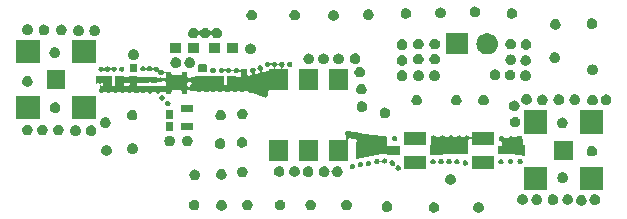
<source format=gts>
G04 #@! TF.GenerationSoftware,KiCad,Pcbnew,(5.0.1)-4*
G04 #@! TF.CreationDate,2019-05-20T12:51:24-07:00*
G04 #@! TF.ProjectId,Tripler_circuit,547269706C65725F636972637569742E,rev?*
G04 #@! TF.SameCoordinates,Original*
G04 #@! TF.FileFunction,Soldermask,Top*
G04 #@! TF.FilePolarity,Negative*
%FSLAX46Y46*%
G04 Gerber Fmt 4.6, Leading zero omitted, Abs format (unit mm)*
G04 Created by KiCad (PCBNEW (5.0.1)-4) date 5/20/2019 12:51:24 PM*
%MOMM*%
%LPD*%
G01*
G04 APERTURE LIST*
%ADD10C,0.200000*%
G04 APERTURE END LIST*
D10*
G36*
X140631552Y-99766331D02*
X140713625Y-99800327D01*
X140713626Y-99800328D01*
X140713629Y-99800329D01*
X140787496Y-99849686D01*
X140787500Y-99849689D01*
X140850311Y-99912500D01*
X140850313Y-99912503D01*
X140850314Y-99912504D01*
X140899671Y-99986371D01*
X140899672Y-99986374D01*
X140899673Y-99986375D01*
X140933669Y-100068448D01*
X140951000Y-100155579D01*
X140951000Y-100244421D01*
X140933669Y-100331552D01*
X140900139Y-100412500D01*
X140899671Y-100413629D01*
X140857995Y-100476000D01*
X140850311Y-100487500D01*
X140787500Y-100550311D01*
X140787497Y-100550313D01*
X140787496Y-100550314D01*
X140713629Y-100599671D01*
X140713626Y-100599672D01*
X140713625Y-100599673D01*
X140631552Y-100633669D01*
X140544421Y-100651000D01*
X140455579Y-100651000D01*
X140368448Y-100633669D01*
X140286375Y-100599673D01*
X140286374Y-100599672D01*
X140286371Y-100599671D01*
X140212504Y-100550314D01*
X140212503Y-100550313D01*
X140212500Y-100550311D01*
X140149689Y-100487500D01*
X140142005Y-100476000D01*
X140100329Y-100413629D01*
X140099861Y-100412500D01*
X140066331Y-100331552D01*
X140049000Y-100244421D01*
X140049000Y-100155579D01*
X140066331Y-100068448D01*
X140100327Y-99986375D01*
X140100328Y-99986374D01*
X140100329Y-99986371D01*
X140149686Y-99912504D01*
X140149687Y-99912503D01*
X140149689Y-99912500D01*
X140212500Y-99849689D01*
X140212504Y-99849686D01*
X140286371Y-99800329D01*
X140286374Y-99800328D01*
X140286375Y-99800327D01*
X140368448Y-99766331D01*
X140455579Y-99749000D01*
X140544421Y-99749000D01*
X140631552Y-99766331D01*
X140631552Y-99766331D01*
G37*
G36*
X136856552Y-99766331D02*
X136938625Y-99800327D01*
X136938626Y-99800328D01*
X136938629Y-99800329D01*
X137012496Y-99849686D01*
X137012500Y-99849689D01*
X137075311Y-99912500D01*
X137075313Y-99912503D01*
X137075314Y-99912504D01*
X137124671Y-99986371D01*
X137124672Y-99986374D01*
X137124673Y-99986375D01*
X137158669Y-100068448D01*
X137176000Y-100155579D01*
X137176000Y-100244421D01*
X137158669Y-100331552D01*
X137125139Y-100412500D01*
X137124671Y-100413629D01*
X137082995Y-100476000D01*
X137075311Y-100487500D01*
X137012500Y-100550311D01*
X137012497Y-100550313D01*
X137012496Y-100550314D01*
X136938629Y-100599671D01*
X136938626Y-100599672D01*
X136938625Y-100599673D01*
X136856552Y-100633669D01*
X136769421Y-100651000D01*
X136680579Y-100651000D01*
X136593448Y-100633669D01*
X136511375Y-100599673D01*
X136511374Y-100599672D01*
X136511371Y-100599671D01*
X136437504Y-100550314D01*
X136437503Y-100550313D01*
X136437500Y-100550311D01*
X136374689Y-100487500D01*
X136367005Y-100476000D01*
X136325329Y-100413629D01*
X136324861Y-100412500D01*
X136291331Y-100331552D01*
X136274000Y-100244421D01*
X136274000Y-100155579D01*
X136291331Y-100068448D01*
X136325327Y-99986375D01*
X136325328Y-99986374D01*
X136325329Y-99986371D01*
X136374686Y-99912504D01*
X136374687Y-99912503D01*
X136374689Y-99912500D01*
X136437500Y-99849689D01*
X136437504Y-99849686D01*
X136511371Y-99800329D01*
X136511374Y-99800328D01*
X136511375Y-99800327D01*
X136593448Y-99766331D01*
X136680579Y-99749000D01*
X136769421Y-99749000D01*
X136856552Y-99766331D01*
X136856552Y-99766331D01*
G37*
G36*
X132881552Y-99691331D02*
X132963625Y-99725327D01*
X132963626Y-99725328D01*
X132963629Y-99725329D01*
X133037496Y-99774686D01*
X133037500Y-99774689D01*
X133100311Y-99837500D01*
X133100313Y-99837503D01*
X133100314Y-99837504D01*
X133149671Y-99911371D01*
X133149672Y-99911374D01*
X133149673Y-99911375D01*
X133183669Y-99993448D01*
X133201000Y-100080579D01*
X133201000Y-100169421D01*
X133183669Y-100256552D01*
X133149673Y-100338625D01*
X133149671Y-100338629D01*
X133108882Y-100399673D01*
X133100311Y-100412500D01*
X133037500Y-100475311D01*
X133037497Y-100475313D01*
X133037496Y-100475314D01*
X132963629Y-100524671D01*
X132963626Y-100524672D01*
X132963625Y-100524673D01*
X132881552Y-100558669D01*
X132794421Y-100576000D01*
X132705579Y-100576000D01*
X132618448Y-100558669D01*
X132536375Y-100524673D01*
X132536374Y-100524672D01*
X132536371Y-100524671D01*
X132462504Y-100475314D01*
X132462503Y-100475313D01*
X132462500Y-100475311D01*
X132399689Y-100412500D01*
X132391118Y-100399673D01*
X132350329Y-100338629D01*
X132350327Y-100338625D01*
X132316331Y-100256552D01*
X132299000Y-100169421D01*
X132299000Y-100080579D01*
X132316331Y-99993448D01*
X132350327Y-99911375D01*
X132350328Y-99911374D01*
X132350329Y-99911371D01*
X132399686Y-99837504D01*
X132399687Y-99837503D01*
X132399689Y-99837500D01*
X132462500Y-99774689D01*
X132462504Y-99774686D01*
X132536371Y-99725329D01*
X132536374Y-99725328D01*
X132536375Y-99725327D01*
X132618448Y-99691331D01*
X132705579Y-99674000D01*
X132794421Y-99674000D01*
X132881552Y-99691331D01*
X132881552Y-99691331D01*
G37*
G36*
X118881552Y-99591331D02*
X118963625Y-99625327D01*
X118963626Y-99625328D01*
X118963629Y-99625329D01*
X119036469Y-99674000D01*
X119037500Y-99674689D01*
X119100311Y-99737500D01*
X119100313Y-99737503D01*
X119100314Y-99737504D01*
X119149671Y-99811371D01*
X119149672Y-99811374D01*
X119149673Y-99811375D01*
X119183669Y-99893448D01*
X119201000Y-99980579D01*
X119201000Y-100069421D01*
X119183669Y-100156552D01*
X119149673Y-100238625D01*
X119149671Y-100238629D01*
X119117016Y-100287500D01*
X119100311Y-100312500D01*
X119037500Y-100375311D01*
X119037497Y-100375313D01*
X119037496Y-100375314D01*
X118963629Y-100424671D01*
X118963626Y-100424672D01*
X118963625Y-100424673D01*
X118881552Y-100458669D01*
X118794421Y-100476000D01*
X118705579Y-100476000D01*
X118618448Y-100458669D01*
X118536375Y-100424673D01*
X118536374Y-100424672D01*
X118536371Y-100424671D01*
X118462504Y-100375314D01*
X118462503Y-100375313D01*
X118462500Y-100375311D01*
X118399689Y-100312500D01*
X118382984Y-100287500D01*
X118350329Y-100238629D01*
X118350327Y-100238625D01*
X118316331Y-100156552D01*
X118299000Y-100069421D01*
X118299000Y-99980579D01*
X118316331Y-99893448D01*
X118350327Y-99811375D01*
X118350328Y-99811374D01*
X118350329Y-99811371D01*
X118399686Y-99737504D01*
X118399687Y-99737503D01*
X118399689Y-99737500D01*
X118462500Y-99674689D01*
X118463531Y-99674000D01*
X118536371Y-99625329D01*
X118536374Y-99625328D01*
X118536375Y-99625327D01*
X118618448Y-99591331D01*
X118705579Y-99574000D01*
X118794421Y-99574000D01*
X118881552Y-99591331D01*
X118881552Y-99591331D01*
G37*
G36*
X123831552Y-99566331D02*
X123913625Y-99600327D01*
X123913626Y-99600328D01*
X123913629Y-99600329D01*
X123979616Y-99644421D01*
X123987500Y-99649689D01*
X124050311Y-99712500D01*
X124050313Y-99712503D01*
X124050314Y-99712504D01*
X124099671Y-99786371D01*
X124099672Y-99786374D01*
X124099673Y-99786375D01*
X124133669Y-99868448D01*
X124151000Y-99955579D01*
X124151000Y-100044421D01*
X124133669Y-100131552D01*
X124099673Y-100213625D01*
X124099671Y-100213629D01*
X124079096Y-100244421D01*
X124050311Y-100287500D01*
X123987500Y-100350311D01*
X123987497Y-100350313D01*
X123987496Y-100350314D01*
X123913629Y-100399671D01*
X123913626Y-100399672D01*
X123913625Y-100399673D01*
X123831552Y-100433669D01*
X123744421Y-100451000D01*
X123655579Y-100451000D01*
X123568448Y-100433669D01*
X123486375Y-100399673D01*
X123486374Y-100399672D01*
X123486371Y-100399671D01*
X123412504Y-100350314D01*
X123412503Y-100350313D01*
X123412500Y-100350311D01*
X123349689Y-100287500D01*
X123320904Y-100244421D01*
X123300329Y-100213629D01*
X123300327Y-100213625D01*
X123266331Y-100131552D01*
X123249000Y-100044421D01*
X123249000Y-99955579D01*
X123266331Y-99868448D01*
X123300327Y-99786375D01*
X123300328Y-99786374D01*
X123300329Y-99786371D01*
X123349686Y-99712504D01*
X123349687Y-99712503D01*
X123349689Y-99712500D01*
X123412500Y-99649689D01*
X123420384Y-99644421D01*
X123486371Y-99600329D01*
X123486374Y-99600328D01*
X123486375Y-99600327D01*
X123568448Y-99566331D01*
X123655579Y-99549000D01*
X123744421Y-99549000D01*
X123831552Y-99566331D01*
X123831552Y-99566331D01*
G37*
G36*
X129456552Y-99566331D02*
X129538625Y-99600327D01*
X129538626Y-99600328D01*
X129538629Y-99600329D01*
X129604616Y-99644421D01*
X129612500Y-99649689D01*
X129675311Y-99712500D01*
X129675313Y-99712503D01*
X129675314Y-99712504D01*
X129724671Y-99786371D01*
X129724672Y-99786374D01*
X129724673Y-99786375D01*
X129758669Y-99868448D01*
X129776000Y-99955579D01*
X129776000Y-100044421D01*
X129758669Y-100131552D01*
X129724673Y-100213625D01*
X129724671Y-100213629D01*
X129704096Y-100244421D01*
X129675311Y-100287500D01*
X129612500Y-100350311D01*
X129612497Y-100350313D01*
X129612496Y-100350314D01*
X129538629Y-100399671D01*
X129538626Y-100399672D01*
X129538625Y-100399673D01*
X129456552Y-100433669D01*
X129369421Y-100451000D01*
X129280579Y-100451000D01*
X129193448Y-100433669D01*
X129111375Y-100399673D01*
X129111374Y-100399672D01*
X129111371Y-100399671D01*
X129037504Y-100350314D01*
X129037503Y-100350313D01*
X129037500Y-100350311D01*
X128974689Y-100287500D01*
X128945904Y-100244421D01*
X128925329Y-100213629D01*
X128925327Y-100213625D01*
X128891331Y-100131552D01*
X128874000Y-100044421D01*
X128874000Y-99955579D01*
X128891331Y-99868448D01*
X128925327Y-99786375D01*
X128925328Y-99786374D01*
X128925329Y-99786371D01*
X128974686Y-99712504D01*
X128974687Y-99712503D01*
X128974689Y-99712500D01*
X129037500Y-99649689D01*
X129045384Y-99644421D01*
X129111371Y-99600329D01*
X129111374Y-99600328D01*
X129111375Y-99600327D01*
X129193448Y-99566331D01*
X129280579Y-99549000D01*
X129369421Y-99549000D01*
X129456552Y-99566331D01*
X129456552Y-99566331D01*
G37*
G36*
X126431552Y-99566331D02*
X126513625Y-99600327D01*
X126513626Y-99600328D01*
X126513629Y-99600329D01*
X126579616Y-99644421D01*
X126587500Y-99649689D01*
X126650311Y-99712500D01*
X126650313Y-99712503D01*
X126650314Y-99712504D01*
X126699671Y-99786371D01*
X126699672Y-99786374D01*
X126699673Y-99786375D01*
X126733669Y-99868448D01*
X126751000Y-99955579D01*
X126751000Y-100044421D01*
X126733669Y-100131552D01*
X126699673Y-100213625D01*
X126699671Y-100213629D01*
X126679096Y-100244421D01*
X126650311Y-100287500D01*
X126587500Y-100350311D01*
X126587497Y-100350313D01*
X126587496Y-100350314D01*
X126513629Y-100399671D01*
X126513626Y-100399672D01*
X126513625Y-100399673D01*
X126431552Y-100433669D01*
X126344421Y-100451000D01*
X126255579Y-100451000D01*
X126168448Y-100433669D01*
X126086375Y-100399673D01*
X126086374Y-100399672D01*
X126086371Y-100399671D01*
X126012504Y-100350314D01*
X126012503Y-100350313D01*
X126012500Y-100350311D01*
X125949689Y-100287500D01*
X125920904Y-100244421D01*
X125900329Y-100213629D01*
X125900327Y-100213625D01*
X125866331Y-100131552D01*
X125849000Y-100044421D01*
X125849000Y-99955579D01*
X125866331Y-99868448D01*
X125900327Y-99786375D01*
X125900328Y-99786374D01*
X125900329Y-99786371D01*
X125949686Y-99712504D01*
X125949687Y-99712503D01*
X125949689Y-99712500D01*
X126012500Y-99649689D01*
X126020384Y-99644421D01*
X126086371Y-99600329D01*
X126086374Y-99600328D01*
X126086375Y-99600327D01*
X126168448Y-99566331D01*
X126255579Y-99549000D01*
X126344421Y-99549000D01*
X126431552Y-99566331D01*
X126431552Y-99566331D01*
G37*
G36*
X121056552Y-99566331D02*
X121138625Y-99600327D01*
X121138626Y-99600328D01*
X121138629Y-99600329D01*
X121204616Y-99644421D01*
X121212500Y-99649689D01*
X121275311Y-99712500D01*
X121275313Y-99712503D01*
X121275314Y-99712504D01*
X121324671Y-99786371D01*
X121324672Y-99786374D01*
X121324673Y-99786375D01*
X121358669Y-99868448D01*
X121376000Y-99955579D01*
X121376000Y-100044421D01*
X121358669Y-100131552D01*
X121324673Y-100213625D01*
X121324671Y-100213629D01*
X121304096Y-100244421D01*
X121275311Y-100287500D01*
X121212500Y-100350311D01*
X121212497Y-100350313D01*
X121212496Y-100350314D01*
X121138629Y-100399671D01*
X121138626Y-100399672D01*
X121138625Y-100399673D01*
X121056552Y-100433669D01*
X120969421Y-100451000D01*
X120880579Y-100451000D01*
X120793448Y-100433669D01*
X120711375Y-100399673D01*
X120711374Y-100399672D01*
X120711371Y-100399671D01*
X120637504Y-100350314D01*
X120637503Y-100350313D01*
X120637500Y-100350311D01*
X120574689Y-100287500D01*
X120545904Y-100244421D01*
X120525329Y-100213629D01*
X120525327Y-100213625D01*
X120491331Y-100131552D01*
X120474000Y-100044421D01*
X120474000Y-99955579D01*
X120491331Y-99868448D01*
X120525327Y-99786375D01*
X120525328Y-99786374D01*
X120525329Y-99786371D01*
X120574686Y-99712504D01*
X120574687Y-99712503D01*
X120574689Y-99712500D01*
X120637500Y-99649689D01*
X120645384Y-99644421D01*
X120711371Y-99600329D01*
X120711374Y-99600328D01*
X120711375Y-99600327D01*
X120793448Y-99566331D01*
X120880579Y-99549000D01*
X120969421Y-99549000D01*
X121056552Y-99566331D01*
X121056552Y-99566331D01*
G37*
G36*
X116556552Y-99566331D02*
X116638625Y-99600327D01*
X116638626Y-99600328D01*
X116638629Y-99600329D01*
X116704616Y-99644421D01*
X116712500Y-99649689D01*
X116775311Y-99712500D01*
X116775313Y-99712503D01*
X116775314Y-99712504D01*
X116824671Y-99786371D01*
X116824672Y-99786374D01*
X116824673Y-99786375D01*
X116858669Y-99868448D01*
X116876000Y-99955579D01*
X116876000Y-100044421D01*
X116858669Y-100131552D01*
X116824673Y-100213625D01*
X116824671Y-100213629D01*
X116804096Y-100244421D01*
X116775311Y-100287500D01*
X116712500Y-100350311D01*
X116712497Y-100350313D01*
X116712496Y-100350314D01*
X116638629Y-100399671D01*
X116638626Y-100399672D01*
X116638625Y-100399673D01*
X116556552Y-100433669D01*
X116469421Y-100451000D01*
X116380579Y-100451000D01*
X116293448Y-100433669D01*
X116211375Y-100399673D01*
X116211374Y-100399672D01*
X116211371Y-100399671D01*
X116137504Y-100350314D01*
X116137503Y-100350313D01*
X116137500Y-100350311D01*
X116074689Y-100287500D01*
X116045904Y-100244421D01*
X116025329Y-100213629D01*
X116025327Y-100213625D01*
X115991331Y-100131552D01*
X115974000Y-100044421D01*
X115974000Y-99955579D01*
X115991331Y-99868448D01*
X116025327Y-99786375D01*
X116025328Y-99786374D01*
X116025329Y-99786371D01*
X116074686Y-99712504D01*
X116074687Y-99712503D01*
X116074689Y-99712500D01*
X116137500Y-99649689D01*
X116145384Y-99644421D01*
X116211371Y-99600329D01*
X116211374Y-99600328D01*
X116211375Y-99600327D01*
X116293448Y-99566331D01*
X116380579Y-99549000D01*
X116469421Y-99549000D01*
X116556552Y-99566331D01*
X116556552Y-99566331D01*
G37*
G36*
X149331552Y-99166331D02*
X149413625Y-99200327D01*
X149413626Y-99200328D01*
X149413629Y-99200329D01*
X149487496Y-99249686D01*
X149487500Y-99249689D01*
X149550311Y-99312500D01*
X149550313Y-99312503D01*
X149550314Y-99312504D01*
X149599671Y-99386371D01*
X149599672Y-99386374D01*
X149599673Y-99386375D01*
X149633669Y-99468448D01*
X149651402Y-99557600D01*
X149657680Y-99578296D01*
X149653402Y-99592399D01*
X149651000Y-99616786D01*
X149651000Y-99644421D01*
X149633669Y-99731552D01*
X149600139Y-99812500D01*
X149599671Y-99813629D01*
X149550314Y-99887496D01*
X149550311Y-99887500D01*
X149487500Y-99950311D01*
X149487497Y-99950313D01*
X149487496Y-99950314D01*
X149413629Y-99999671D01*
X149413626Y-99999672D01*
X149413625Y-99999673D01*
X149331552Y-100033669D01*
X149244421Y-100051000D01*
X149155579Y-100051000D01*
X149068448Y-100033669D01*
X148986375Y-99999673D01*
X148986374Y-99999672D01*
X148986371Y-99999671D01*
X148912504Y-99950314D01*
X148912503Y-99950313D01*
X148912500Y-99950311D01*
X148849689Y-99887500D01*
X148849686Y-99887496D01*
X148800329Y-99813629D01*
X148799861Y-99812500D01*
X148766331Y-99731552D01*
X148749000Y-99644421D01*
X148749000Y-99591786D01*
X148746598Y-99567400D01*
X148746112Y-99565797D01*
X148748598Y-99557600D01*
X148766331Y-99468448D01*
X148800327Y-99386375D01*
X148800328Y-99386374D01*
X148800329Y-99386371D01*
X148849686Y-99312504D01*
X148849687Y-99312503D01*
X148849689Y-99312500D01*
X148912500Y-99249689D01*
X148912504Y-99249686D01*
X148986371Y-99200329D01*
X148986374Y-99200328D01*
X148986375Y-99200327D01*
X149068448Y-99166331D01*
X149155579Y-99149000D01*
X149244421Y-99149000D01*
X149331552Y-99166331D01*
X149331552Y-99166331D01*
G37*
G36*
X145556552Y-99116331D02*
X145638625Y-99150327D01*
X145638626Y-99150328D01*
X145638629Y-99150329D01*
X145712496Y-99199686D01*
X145712500Y-99199689D01*
X145775311Y-99262500D01*
X145775313Y-99262503D01*
X145775314Y-99262504D01*
X145824671Y-99336371D01*
X145824672Y-99336374D01*
X145824673Y-99336375D01*
X145858669Y-99418448D01*
X145876000Y-99505579D01*
X145876000Y-99594421D01*
X145858669Y-99681552D01*
X145824673Y-99763625D01*
X145824671Y-99763629D01*
X145775314Y-99837496D01*
X145775311Y-99837500D01*
X145712500Y-99900311D01*
X145712497Y-99900313D01*
X145712496Y-99900314D01*
X145638629Y-99949671D01*
X145638626Y-99949672D01*
X145638625Y-99949673D01*
X145556552Y-99983669D01*
X145469421Y-100001000D01*
X145380579Y-100001000D01*
X145293448Y-99983669D01*
X145211375Y-99949673D01*
X145211374Y-99949672D01*
X145211371Y-99949671D01*
X145137504Y-99900314D01*
X145137503Y-99900313D01*
X145137500Y-99900311D01*
X145074689Y-99837500D01*
X145074686Y-99837496D01*
X145025329Y-99763629D01*
X145025327Y-99763625D01*
X144991331Y-99681552D01*
X144974000Y-99594421D01*
X144974000Y-99505579D01*
X144991331Y-99418448D01*
X145025327Y-99336375D01*
X145025328Y-99336374D01*
X145025329Y-99336371D01*
X145074686Y-99262504D01*
X145074687Y-99262503D01*
X145074689Y-99262500D01*
X145137500Y-99199689D01*
X145137504Y-99199686D01*
X145211371Y-99150329D01*
X145211374Y-99150328D01*
X145211375Y-99150327D01*
X145293448Y-99116331D01*
X145380579Y-99099000D01*
X145469421Y-99099000D01*
X145556552Y-99116331D01*
X145556552Y-99116331D01*
G37*
G36*
X146931552Y-99116331D02*
X147013625Y-99150327D01*
X147013626Y-99150328D01*
X147013629Y-99150329D01*
X147087496Y-99199686D01*
X147087500Y-99199689D01*
X147150311Y-99262500D01*
X147150313Y-99262503D01*
X147150314Y-99262504D01*
X147199671Y-99336371D01*
X147199672Y-99336374D01*
X147199673Y-99336375D01*
X147233669Y-99418448D01*
X147251000Y-99505579D01*
X147251000Y-99594421D01*
X147233669Y-99681552D01*
X147199673Y-99763625D01*
X147199671Y-99763629D01*
X147150314Y-99837496D01*
X147150311Y-99837500D01*
X147087500Y-99900311D01*
X147087497Y-99900313D01*
X147087496Y-99900314D01*
X147013629Y-99949671D01*
X147013626Y-99949672D01*
X147013625Y-99949673D01*
X146931552Y-99983669D01*
X146844421Y-100001000D01*
X146755579Y-100001000D01*
X146668448Y-99983669D01*
X146586375Y-99949673D01*
X146586374Y-99949672D01*
X146586371Y-99949671D01*
X146512504Y-99900314D01*
X146512503Y-99900313D01*
X146512500Y-99900311D01*
X146449689Y-99837500D01*
X146449686Y-99837496D01*
X146400329Y-99763629D01*
X146400327Y-99763625D01*
X146366331Y-99681552D01*
X146349000Y-99594421D01*
X146349000Y-99505579D01*
X146366331Y-99418448D01*
X146400327Y-99336375D01*
X146400328Y-99336374D01*
X146400329Y-99336371D01*
X146449686Y-99262504D01*
X146449687Y-99262503D01*
X146449689Y-99262500D01*
X146512500Y-99199689D01*
X146512504Y-99199686D01*
X146586371Y-99150329D01*
X146586374Y-99150328D01*
X146586375Y-99150327D01*
X146668448Y-99116331D01*
X146755579Y-99099000D01*
X146844421Y-99099000D01*
X146931552Y-99116331D01*
X146931552Y-99116331D01*
G37*
G36*
X150481552Y-99116331D02*
X150563625Y-99150327D01*
X150563626Y-99150328D01*
X150563629Y-99150329D01*
X150637496Y-99199686D01*
X150637500Y-99199689D01*
X150700311Y-99262500D01*
X150700313Y-99262503D01*
X150700314Y-99262504D01*
X150749671Y-99336371D01*
X150749672Y-99336374D01*
X150749673Y-99336375D01*
X150783669Y-99418448D01*
X150801000Y-99505579D01*
X150801000Y-99594421D01*
X150783669Y-99681552D01*
X150749673Y-99763625D01*
X150749671Y-99763629D01*
X150700314Y-99837496D01*
X150700311Y-99837500D01*
X150637500Y-99900311D01*
X150637497Y-99900313D01*
X150637496Y-99900314D01*
X150563629Y-99949671D01*
X150563626Y-99949672D01*
X150563625Y-99949673D01*
X150481552Y-99983669D01*
X150394421Y-100001000D01*
X150305579Y-100001000D01*
X150218448Y-99983669D01*
X150136375Y-99949673D01*
X150136374Y-99949672D01*
X150136371Y-99949671D01*
X150062504Y-99900314D01*
X150062503Y-99900313D01*
X150062500Y-99900311D01*
X149999689Y-99837500D01*
X149999686Y-99837496D01*
X149950329Y-99763629D01*
X149950327Y-99763625D01*
X149916331Y-99681552D01*
X149898598Y-99592400D01*
X149892320Y-99571704D01*
X149896598Y-99557601D01*
X149899000Y-99533214D01*
X149899000Y-99505579D01*
X149916331Y-99418448D01*
X149950327Y-99336375D01*
X149950328Y-99336374D01*
X149950329Y-99336371D01*
X149999686Y-99262504D01*
X149999687Y-99262503D01*
X149999689Y-99262500D01*
X150062500Y-99199689D01*
X150062504Y-99199686D01*
X150136371Y-99150329D01*
X150136374Y-99150328D01*
X150136375Y-99150327D01*
X150218448Y-99116331D01*
X150305579Y-99099000D01*
X150394421Y-99099000D01*
X150481552Y-99116331D01*
X150481552Y-99116331D01*
G37*
G36*
X148181552Y-99091331D02*
X148263625Y-99125327D01*
X148263626Y-99125328D01*
X148263629Y-99125329D01*
X148337496Y-99174686D01*
X148337500Y-99174689D01*
X148400311Y-99237500D01*
X148400313Y-99237503D01*
X148400314Y-99237504D01*
X148449671Y-99311371D01*
X148449672Y-99311374D01*
X148449673Y-99311375D01*
X148483669Y-99393448D01*
X148501000Y-99480579D01*
X148501000Y-99533214D01*
X148503402Y-99557600D01*
X148503888Y-99559203D01*
X148501402Y-99567400D01*
X148483669Y-99656552D01*
X148450139Y-99737500D01*
X148449671Y-99738629D01*
X148401063Y-99811375D01*
X148400311Y-99812500D01*
X148337500Y-99875311D01*
X148337497Y-99875313D01*
X148337496Y-99875314D01*
X148263629Y-99924671D01*
X148263626Y-99924672D01*
X148263625Y-99924673D01*
X148181552Y-99958669D01*
X148094421Y-99976000D01*
X148005579Y-99976000D01*
X147918448Y-99958669D01*
X147836375Y-99924673D01*
X147836374Y-99924672D01*
X147836371Y-99924671D01*
X147762504Y-99875314D01*
X147762503Y-99875313D01*
X147762500Y-99875311D01*
X147699689Y-99812500D01*
X147698937Y-99811375D01*
X147650329Y-99738629D01*
X147649861Y-99737500D01*
X147616331Y-99656552D01*
X147599000Y-99569421D01*
X147599000Y-99480579D01*
X147616331Y-99393448D01*
X147650327Y-99311375D01*
X147650328Y-99311374D01*
X147650329Y-99311371D01*
X147699686Y-99237504D01*
X147699687Y-99237503D01*
X147699689Y-99237500D01*
X147762500Y-99174689D01*
X147762504Y-99174686D01*
X147836371Y-99125329D01*
X147836374Y-99125328D01*
X147836375Y-99125327D01*
X147918448Y-99091331D01*
X148005579Y-99074000D01*
X148094421Y-99074000D01*
X148181552Y-99091331D01*
X148181552Y-99091331D01*
G37*
G36*
X144356552Y-99091331D02*
X144438625Y-99125327D01*
X144438626Y-99125328D01*
X144438629Y-99125329D01*
X144512496Y-99174686D01*
X144512500Y-99174689D01*
X144575311Y-99237500D01*
X144575313Y-99237503D01*
X144575314Y-99237504D01*
X144624671Y-99311371D01*
X144624672Y-99311374D01*
X144624673Y-99311375D01*
X144658669Y-99393448D01*
X144676000Y-99480579D01*
X144676000Y-99569421D01*
X144658669Y-99656552D01*
X144625139Y-99737500D01*
X144624671Y-99738629D01*
X144576063Y-99811375D01*
X144575311Y-99812500D01*
X144512500Y-99875311D01*
X144512497Y-99875313D01*
X144512496Y-99875314D01*
X144438629Y-99924671D01*
X144438626Y-99924672D01*
X144438625Y-99924673D01*
X144356552Y-99958669D01*
X144269421Y-99976000D01*
X144180579Y-99976000D01*
X144093448Y-99958669D01*
X144011375Y-99924673D01*
X144011374Y-99924672D01*
X144011371Y-99924671D01*
X143937504Y-99875314D01*
X143937503Y-99875313D01*
X143937500Y-99875311D01*
X143874689Y-99812500D01*
X143873937Y-99811375D01*
X143825329Y-99738629D01*
X143824861Y-99737500D01*
X143791331Y-99656552D01*
X143774000Y-99569421D01*
X143774000Y-99480579D01*
X143791331Y-99393448D01*
X143825327Y-99311375D01*
X143825328Y-99311374D01*
X143825329Y-99311371D01*
X143874686Y-99237504D01*
X143874687Y-99237503D01*
X143874689Y-99237500D01*
X143937500Y-99174689D01*
X143937504Y-99174686D01*
X144011371Y-99125329D01*
X144011374Y-99125328D01*
X144011375Y-99125327D01*
X144093448Y-99091331D01*
X144180579Y-99074000D01*
X144269421Y-99074000D01*
X144356552Y-99091331D01*
X144356552Y-99091331D01*
G37*
G36*
X146326000Y-98756000D02*
X144324000Y-98756000D01*
X144324000Y-96754000D01*
X146326000Y-96754000D01*
X146326000Y-98756000D01*
X146326000Y-98756000D01*
G37*
G36*
X151076000Y-98756000D02*
X149074000Y-98756000D01*
X149074000Y-96754000D01*
X151076000Y-96754000D01*
X151076000Y-98756000D01*
X151076000Y-98756000D01*
G37*
G36*
X138256552Y-97391331D02*
X138338625Y-97425327D01*
X138338626Y-97425328D01*
X138338629Y-97425329D01*
X138412496Y-97474686D01*
X138412500Y-97474689D01*
X138475311Y-97537500D01*
X138475313Y-97537503D01*
X138475314Y-97537504D01*
X138524671Y-97611371D01*
X138524672Y-97611374D01*
X138524673Y-97611375D01*
X138558669Y-97693448D01*
X138576000Y-97780579D01*
X138576000Y-97869421D01*
X138558669Y-97956552D01*
X138524673Y-98038625D01*
X138524671Y-98038629D01*
X138477871Y-98108669D01*
X138475311Y-98112500D01*
X138412500Y-98175311D01*
X138412497Y-98175313D01*
X138412496Y-98175314D01*
X138338629Y-98224671D01*
X138338626Y-98224672D01*
X138338625Y-98224673D01*
X138256552Y-98258669D01*
X138169421Y-98276000D01*
X138080579Y-98276000D01*
X137993448Y-98258669D01*
X137911375Y-98224673D01*
X137911374Y-98224672D01*
X137911371Y-98224671D01*
X137837504Y-98175314D01*
X137837503Y-98175313D01*
X137837500Y-98175311D01*
X137774689Y-98112500D01*
X137772129Y-98108669D01*
X137725329Y-98038629D01*
X137725327Y-98038625D01*
X137691331Y-97956552D01*
X137674000Y-97869421D01*
X137674000Y-97780579D01*
X137691331Y-97693448D01*
X137725327Y-97611375D01*
X137725328Y-97611374D01*
X137725329Y-97611371D01*
X137774686Y-97537504D01*
X137774687Y-97537503D01*
X137774689Y-97537500D01*
X137837500Y-97474689D01*
X137837504Y-97474686D01*
X137911371Y-97425329D01*
X137911374Y-97425328D01*
X137911375Y-97425327D01*
X137993448Y-97391331D01*
X138080579Y-97374000D01*
X138169421Y-97374000D01*
X138256552Y-97391331D01*
X138256552Y-97391331D01*
G37*
G36*
X147756552Y-97241331D02*
X147838625Y-97275327D01*
X147838626Y-97275328D01*
X147838629Y-97275329D01*
X147903160Y-97318448D01*
X147912500Y-97324689D01*
X147975311Y-97387500D01*
X147975313Y-97387503D01*
X147975314Y-97387504D01*
X148024671Y-97461371D01*
X148024672Y-97461374D01*
X148024673Y-97461375D01*
X148058669Y-97543448D01*
X148076000Y-97630579D01*
X148076000Y-97719421D01*
X148058669Y-97806552D01*
X148024673Y-97888625D01*
X148024671Y-97888629D01*
X147975314Y-97962496D01*
X147975311Y-97962500D01*
X147912500Y-98025311D01*
X147912497Y-98025313D01*
X147912496Y-98025314D01*
X147838629Y-98074671D01*
X147838626Y-98074672D01*
X147838625Y-98074673D01*
X147756552Y-98108669D01*
X147669421Y-98126000D01*
X147580579Y-98126000D01*
X147493448Y-98108669D01*
X147411375Y-98074673D01*
X147411374Y-98074672D01*
X147411371Y-98074671D01*
X147337504Y-98025314D01*
X147337503Y-98025313D01*
X147337500Y-98025311D01*
X147274689Y-97962500D01*
X147274686Y-97962496D01*
X147225329Y-97888629D01*
X147225327Y-97888625D01*
X147191331Y-97806552D01*
X147174000Y-97719421D01*
X147174000Y-97630579D01*
X147191331Y-97543448D01*
X147225327Y-97461375D01*
X147225328Y-97461374D01*
X147225329Y-97461371D01*
X147274686Y-97387504D01*
X147274687Y-97387503D01*
X147274689Y-97387500D01*
X147337500Y-97324689D01*
X147346840Y-97318448D01*
X147411371Y-97275329D01*
X147411374Y-97275328D01*
X147411375Y-97275327D01*
X147493448Y-97241331D01*
X147580579Y-97224000D01*
X147669421Y-97224000D01*
X147756552Y-97241331D01*
X147756552Y-97241331D01*
G37*
G36*
X116606552Y-97016331D02*
X116688625Y-97050327D01*
X116688626Y-97050328D01*
X116688629Y-97050329D01*
X116760324Y-97098235D01*
X116762500Y-97099689D01*
X116825311Y-97162500D01*
X116825313Y-97162503D01*
X116825314Y-97162504D01*
X116874671Y-97236371D01*
X116874672Y-97236374D01*
X116874673Y-97236375D01*
X116908669Y-97318448D01*
X116926000Y-97405579D01*
X116926000Y-97494421D01*
X116908669Y-97581552D01*
X116887081Y-97633669D01*
X116874671Y-97663629D01*
X116854746Y-97693448D01*
X116825311Y-97737500D01*
X116762500Y-97800311D01*
X116762497Y-97800313D01*
X116762496Y-97800314D01*
X116688629Y-97849671D01*
X116688626Y-97849672D01*
X116688625Y-97849673D01*
X116606552Y-97883669D01*
X116519421Y-97901000D01*
X116430579Y-97901000D01*
X116343448Y-97883669D01*
X116261375Y-97849673D01*
X116261374Y-97849672D01*
X116261371Y-97849671D01*
X116187504Y-97800314D01*
X116187503Y-97800313D01*
X116187500Y-97800311D01*
X116124689Y-97737500D01*
X116095254Y-97693448D01*
X116075329Y-97663629D01*
X116062919Y-97633669D01*
X116041331Y-97581552D01*
X116024000Y-97494421D01*
X116024000Y-97405579D01*
X116041331Y-97318448D01*
X116075327Y-97236375D01*
X116075328Y-97236374D01*
X116075329Y-97236371D01*
X116124686Y-97162504D01*
X116124687Y-97162503D01*
X116124689Y-97162500D01*
X116187500Y-97099689D01*
X116189676Y-97098235D01*
X116261371Y-97050329D01*
X116261374Y-97050328D01*
X116261375Y-97050327D01*
X116343448Y-97016331D01*
X116430579Y-96999000D01*
X116519421Y-96999000D01*
X116606552Y-97016331D01*
X116606552Y-97016331D01*
G37*
G36*
X118856552Y-96966331D02*
X118938625Y-97000327D01*
X118938626Y-97000328D01*
X118938629Y-97000329D01*
X119003160Y-97043448D01*
X119012500Y-97049689D01*
X119075311Y-97112500D01*
X119075313Y-97112503D01*
X119075314Y-97112504D01*
X119124671Y-97186371D01*
X119124672Y-97186374D01*
X119124673Y-97186375D01*
X119158669Y-97268448D01*
X119176000Y-97355579D01*
X119176000Y-97444421D01*
X119158669Y-97531552D01*
X119125605Y-97611375D01*
X119124671Y-97613629D01*
X119075314Y-97687496D01*
X119075311Y-97687500D01*
X119012500Y-97750311D01*
X119012497Y-97750313D01*
X119012496Y-97750314D01*
X118938629Y-97799671D01*
X118938626Y-97799672D01*
X118938625Y-97799673D01*
X118856552Y-97833669D01*
X118769421Y-97851000D01*
X118680579Y-97851000D01*
X118593448Y-97833669D01*
X118511375Y-97799673D01*
X118511374Y-97799672D01*
X118511371Y-97799671D01*
X118437504Y-97750314D01*
X118437503Y-97750313D01*
X118437500Y-97750311D01*
X118374689Y-97687500D01*
X118374686Y-97687496D01*
X118325329Y-97613629D01*
X118324395Y-97611375D01*
X118291331Y-97531552D01*
X118274000Y-97444421D01*
X118274000Y-97355579D01*
X118291331Y-97268448D01*
X118325327Y-97186375D01*
X118325328Y-97186374D01*
X118325329Y-97186371D01*
X118374686Y-97112504D01*
X118374687Y-97112503D01*
X118374689Y-97112500D01*
X118437500Y-97049689D01*
X118446840Y-97043448D01*
X118511371Y-97000329D01*
X118511374Y-97000328D01*
X118511375Y-97000327D01*
X118593448Y-96966331D01*
X118680579Y-96949000D01*
X118769421Y-96949000D01*
X118856552Y-96966331D01*
X118856552Y-96966331D01*
G37*
G36*
X120631552Y-96766331D02*
X120713625Y-96800327D01*
X120713626Y-96800328D01*
X120713629Y-96800329D01*
X120787496Y-96849686D01*
X120787500Y-96849689D01*
X120850311Y-96912500D01*
X120850313Y-96912503D01*
X120850314Y-96912504D01*
X120899671Y-96986371D01*
X120899672Y-96986374D01*
X120899673Y-96986375D01*
X120933669Y-97068448D01*
X120951000Y-97155579D01*
X120951000Y-97244421D01*
X120933669Y-97331552D01*
X120903005Y-97405580D01*
X120899671Y-97413629D01*
X120867016Y-97462500D01*
X120850311Y-97487500D01*
X120787500Y-97550311D01*
X120787497Y-97550313D01*
X120787496Y-97550314D01*
X120713629Y-97599671D01*
X120713626Y-97599672D01*
X120713625Y-97599673D01*
X120631552Y-97633669D01*
X120544421Y-97651000D01*
X120455579Y-97651000D01*
X120368448Y-97633669D01*
X120286375Y-97599673D01*
X120286374Y-97599672D01*
X120286371Y-97599671D01*
X120212504Y-97550314D01*
X120212503Y-97550313D01*
X120212500Y-97550311D01*
X120149689Y-97487500D01*
X120132984Y-97462500D01*
X120100329Y-97413629D01*
X120096995Y-97405580D01*
X120066331Y-97331552D01*
X120049000Y-97244421D01*
X120049000Y-97155579D01*
X120066331Y-97068448D01*
X120100327Y-96986375D01*
X120100328Y-96986374D01*
X120100329Y-96986371D01*
X120149686Y-96912504D01*
X120149687Y-96912503D01*
X120149689Y-96912500D01*
X120212500Y-96849689D01*
X120212504Y-96849686D01*
X120286371Y-96800329D01*
X120286374Y-96800328D01*
X120286375Y-96800327D01*
X120368448Y-96766331D01*
X120455579Y-96749000D01*
X120544421Y-96749000D01*
X120631552Y-96766331D01*
X120631552Y-96766331D01*
G37*
G36*
X128681552Y-96741331D02*
X128763625Y-96775327D01*
X128763626Y-96775328D01*
X128763629Y-96775329D01*
X128837496Y-96824686D01*
X128837500Y-96824689D01*
X128900311Y-96887500D01*
X128900313Y-96887503D01*
X128900314Y-96887504D01*
X128949671Y-96961371D01*
X128949672Y-96961374D01*
X128949673Y-96961375D01*
X128983669Y-97043448D01*
X129001000Y-97130579D01*
X129001000Y-97219421D01*
X128983669Y-97306552D01*
X128950139Y-97387500D01*
X128949671Y-97388629D01*
X128901063Y-97461375D01*
X128900311Y-97462500D01*
X128837500Y-97525311D01*
X128837497Y-97525313D01*
X128837496Y-97525314D01*
X128763629Y-97574671D01*
X128763626Y-97574672D01*
X128763625Y-97574673D01*
X128681552Y-97608669D01*
X128594421Y-97626000D01*
X128505579Y-97626000D01*
X128418448Y-97608669D01*
X128336375Y-97574673D01*
X128336374Y-97574672D01*
X128336371Y-97574671D01*
X128262504Y-97525314D01*
X128262503Y-97525313D01*
X128262500Y-97525311D01*
X128199689Y-97462500D01*
X128198937Y-97461375D01*
X128150329Y-97388629D01*
X128149861Y-97387500D01*
X128116331Y-97306552D01*
X128110098Y-97275215D01*
X128102985Y-97251766D01*
X128091434Y-97230155D01*
X128075889Y-97211213D01*
X128056947Y-97195668D01*
X128035336Y-97184116D01*
X128011887Y-97177003D01*
X127991551Y-97175000D01*
X128011886Y-97172997D01*
X128035335Y-97165884D01*
X128056946Y-97154333D01*
X128075888Y-97138788D01*
X128091433Y-97119846D01*
X128102985Y-97098235D01*
X128110098Y-97074785D01*
X128116331Y-97043448D01*
X128150327Y-96961375D01*
X128150328Y-96961374D01*
X128150329Y-96961371D01*
X128199686Y-96887504D01*
X128199687Y-96887503D01*
X128199689Y-96887500D01*
X128262500Y-96824689D01*
X128262504Y-96824686D01*
X128336371Y-96775329D01*
X128336374Y-96775328D01*
X128336375Y-96775327D01*
X128418448Y-96741331D01*
X128505579Y-96724000D01*
X128594421Y-96724000D01*
X128681552Y-96741331D01*
X128681552Y-96741331D01*
G37*
G36*
X126206552Y-96741331D02*
X126288625Y-96775327D01*
X126288626Y-96775328D01*
X126288629Y-96775329D01*
X126362496Y-96824686D01*
X126362500Y-96824689D01*
X126425311Y-96887500D01*
X126425313Y-96887503D01*
X126425314Y-96887504D01*
X126474671Y-96961371D01*
X126474672Y-96961374D01*
X126474673Y-96961375D01*
X126508669Y-97043448D01*
X126526000Y-97130579D01*
X126526000Y-97219421D01*
X126508669Y-97306552D01*
X126475139Y-97387500D01*
X126474671Y-97388629D01*
X126426063Y-97461375D01*
X126425311Y-97462500D01*
X126362500Y-97525311D01*
X126362497Y-97525313D01*
X126362496Y-97525314D01*
X126288629Y-97574671D01*
X126288626Y-97574672D01*
X126288625Y-97574673D01*
X126206552Y-97608669D01*
X126119421Y-97626000D01*
X126030579Y-97626000D01*
X125943448Y-97608669D01*
X125861375Y-97574673D01*
X125861374Y-97574672D01*
X125861371Y-97574671D01*
X125787504Y-97525314D01*
X125787503Y-97525313D01*
X125787500Y-97525311D01*
X125724689Y-97462500D01*
X125723937Y-97461375D01*
X125675329Y-97388629D01*
X125674861Y-97387500D01*
X125641331Y-97306552D01*
X125624000Y-97219421D01*
X125624000Y-97216786D01*
X125621598Y-97192400D01*
X125614485Y-97168951D01*
X125612037Y-97164371D01*
X125616485Y-97156049D01*
X125623598Y-97132600D01*
X125641331Y-97043448D01*
X125675327Y-96961375D01*
X125675328Y-96961374D01*
X125675329Y-96961371D01*
X125724686Y-96887504D01*
X125724687Y-96887503D01*
X125724689Y-96887500D01*
X125787500Y-96824689D01*
X125787504Y-96824686D01*
X125861371Y-96775329D01*
X125861374Y-96775328D01*
X125861375Y-96775327D01*
X125943448Y-96741331D01*
X126030579Y-96724000D01*
X126119421Y-96724000D01*
X126206552Y-96741331D01*
X126206552Y-96741331D01*
G37*
G36*
X127556552Y-96741331D02*
X127638625Y-96775327D01*
X127638626Y-96775328D01*
X127638629Y-96775329D01*
X127712496Y-96824686D01*
X127712500Y-96824689D01*
X127775311Y-96887500D01*
X127775313Y-96887503D01*
X127775314Y-96887504D01*
X127824671Y-96961371D01*
X127824672Y-96961374D01*
X127824673Y-96961375D01*
X127858669Y-97043448D01*
X127864902Y-97074785D01*
X127872015Y-97098234D01*
X127883566Y-97119845D01*
X127899111Y-97138787D01*
X127918053Y-97154332D01*
X127939664Y-97165884D01*
X127963113Y-97172997D01*
X127983449Y-97175000D01*
X127963114Y-97177003D01*
X127939665Y-97184116D01*
X127918054Y-97195667D01*
X127899112Y-97211212D01*
X127883567Y-97230154D01*
X127872015Y-97251765D01*
X127864902Y-97275215D01*
X127858669Y-97306552D01*
X127825139Y-97387500D01*
X127824671Y-97388629D01*
X127776063Y-97461375D01*
X127775311Y-97462500D01*
X127712500Y-97525311D01*
X127712497Y-97525313D01*
X127712496Y-97525314D01*
X127638629Y-97574671D01*
X127638626Y-97574672D01*
X127638625Y-97574673D01*
X127556552Y-97608669D01*
X127469421Y-97626000D01*
X127380579Y-97626000D01*
X127293448Y-97608669D01*
X127211375Y-97574673D01*
X127211374Y-97574672D01*
X127211371Y-97574671D01*
X127137504Y-97525314D01*
X127137503Y-97525313D01*
X127137500Y-97525311D01*
X127074689Y-97462500D01*
X127073937Y-97461375D01*
X127025329Y-97388629D01*
X127024861Y-97387500D01*
X126991331Y-97306552D01*
X126974000Y-97219421D01*
X126974000Y-97130579D01*
X126991331Y-97043448D01*
X127025327Y-96961375D01*
X127025328Y-96961374D01*
X127025329Y-96961371D01*
X127074686Y-96887504D01*
X127074687Y-96887503D01*
X127074689Y-96887500D01*
X127137500Y-96824689D01*
X127137504Y-96824686D01*
X127211371Y-96775329D01*
X127211374Y-96775328D01*
X127211375Y-96775327D01*
X127293448Y-96741331D01*
X127380579Y-96724000D01*
X127469421Y-96724000D01*
X127556552Y-96741331D01*
X127556552Y-96741331D01*
G37*
G36*
X123756552Y-96716331D02*
X123838625Y-96750327D01*
X123838626Y-96750328D01*
X123838629Y-96750329D01*
X123912496Y-96799686D01*
X123912500Y-96799689D01*
X123975311Y-96862500D01*
X123975313Y-96862503D01*
X123975314Y-96862504D01*
X124024671Y-96936371D01*
X124024672Y-96936374D01*
X124024673Y-96936375D01*
X124058669Y-97018448D01*
X124076000Y-97105579D01*
X124076000Y-97194421D01*
X124058669Y-97281552D01*
X124028005Y-97355580D01*
X124024671Y-97363629D01*
X123975314Y-97437496D01*
X123975311Y-97437500D01*
X123912500Y-97500311D01*
X123912497Y-97500313D01*
X123912496Y-97500314D01*
X123838629Y-97549671D01*
X123838626Y-97549672D01*
X123838625Y-97549673D01*
X123756552Y-97583669D01*
X123669421Y-97601000D01*
X123580579Y-97601000D01*
X123493448Y-97583669D01*
X123411375Y-97549673D01*
X123411374Y-97549672D01*
X123411371Y-97549671D01*
X123337504Y-97500314D01*
X123337503Y-97500313D01*
X123337500Y-97500311D01*
X123274689Y-97437500D01*
X123274686Y-97437496D01*
X123225329Y-97363629D01*
X123221995Y-97355580D01*
X123191331Y-97281552D01*
X123174000Y-97194421D01*
X123174000Y-97105579D01*
X123191331Y-97018448D01*
X123225327Y-96936375D01*
X123225328Y-96936374D01*
X123225329Y-96936371D01*
X123274686Y-96862504D01*
X123274687Y-96862503D01*
X123274689Y-96862500D01*
X123337500Y-96799689D01*
X123337504Y-96799686D01*
X123411371Y-96750329D01*
X123411374Y-96750328D01*
X123411375Y-96750327D01*
X123493448Y-96716331D01*
X123580579Y-96699000D01*
X123669421Y-96699000D01*
X123756552Y-96716331D01*
X123756552Y-96716331D01*
G37*
G36*
X125056552Y-96716331D02*
X125138625Y-96750327D01*
X125138626Y-96750328D01*
X125138629Y-96750329D01*
X125212496Y-96799686D01*
X125212500Y-96799689D01*
X125275311Y-96862500D01*
X125275313Y-96862503D01*
X125275314Y-96862504D01*
X125324671Y-96936371D01*
X125324672Y-96936374D01*
X125324673Y-96936375D01*
X125358669Y-97018448D01*
X125376000Y-97105579D01*
X125376000Y-97108214D01*
X125378402Y-97132600D01*
X125385515Y-97156049D01*
X125387963Y-97160629D01*
X125383515Y-97168951D01*
X125376402Y-97192400D01*
X125358669Y-97281552D01*
X125328005Y-97355580D01*
X125324671Y-97363629D01*
X125275314Y-97437496D01*
X125275311Y-97437500D01*
X125212500Y-97500311D01*
X125212497Y-97500313D01*
X125212496Y-97500314D01*
X125138629Y-97549671D01*
X125138626Y-97549672D01*
X125138625Y-97549673D01*
X125056552Y-97583669D01*
X124969421Y-97601000D01*
X124880579Y-97601000D01*
X124793448Y-97583669D01*
X124711375Y-97549673D01*
X124711374Y-97549672D01*
X124711371Y-97549671D01*
X124637504Y-97500314D01*
X124637503Y-97500313D01*
X124637500Y-97500311D01*
X124574689Y-97437500D01*
X124574686Y-97437496D01*
X124525329Y-97363629D01*
X124521995Y-97355580D01*
X124491331Y-97281552D01*
X124474000Y-97194421D01*
X124474000Y-97105579D01*
X124491331Y-97018448D01*
X124525327Y-96936375D01*
X124525328Y-96936374D01*
X124525329Y-96936371D01*
X124574686Y-96862504D01*
X124574687Y-96862503D01*
X124574689Y-96862500D01*
X124637500Y-96799689D01*
X124637504Y-96799686D01*
X124711371Y-96750329D01*
X124711374Y-96750328D01*
X124711375Y-96750327D01*
X124793448Y-96716331D01*
X124880579Y-96699000D01*
X124969421Y-96699000D01*
X125056552Y-96716331D01*
X125056552Y-96716331D01*
G37*
G36*
X133265922Y-96232685D02*
X133307051Y-96249721D01*
X133344067Y-96274454D01*
X133375546Y-96305933D01*
X133400279Y-96342949D01*
X133417315Y-96384078D01*
X133426000Y-96427741D01*
X133426000Y-96472259D01*
X133420374Y-96500545D01*
X133417314Y-96515925D01*
X133416846Y-96517055D01*
X133409733Y-96540504D01*
X133407331Y-96564890D01*
X133409733Y-96589277D01*
X133416847Y-96612726D01*
X133428398Y-96634336D01*
X133443944Y-96653278D01*
X133462886Y-96668823D01*
X133484497Y-96680374D01*
X133507946Y-96687487D01*
X133532332Y-96689889D01*
X133556719Y-96687487D01*
X133580168Y-96680373D01*
X133583140Y-96678784D01*
X133598594Y-96672383D01*
X133634078Y-96657685D01*
X133677741Y-96649000D01*
X133722259Y-96649000D01*
X133765922Y-96657685D01*
X133807051Y-96674721D01*
X133844067Y-96699454D01*
X133875546Y-96730933D01*
X133900279Y-96767949D01*
X133917315Y-96809078D01*
X133926000Y-96852741D01*
X133926000Y-96897259D01*
X133917315Y-96940922D01*
X133900279Y-96982051D01*
X133875546Y-97019067D01*
X133844067Y-97050546D01*
X133817274Y-97068448D01*
X133807051Y-97075279D01*
X133765922Y-97092315D01*
X133722259Y-97101000D01*
X133677741Y-97101000D01*
X133634078Y-97092315D01*
X133592949Y-97075279D01*
X133582726Y-97068448D01*
X133555933Y-97050546D01*
X133524454Y-97019067D01*
X133499721Y-96982051D01*
X133482685Y-96940922D01*
X133474000Y-96897259D01*
X133474000Y-96852741D01*
X133482685Y-96809078D01*
X133483154Y-96807945D01*
X133490267Y-96784496D01*
X133492669Y-96760110D01*
X133490267Y-96735723D01*
X133483153Y-96712274D01*
X133471602Y-96690664D01*
X133456056Y-96671722D01*
X133437114Y-96656177D01*
X133415503Y-96644626D01*
X133392054Y-96637513D01*
X133367668Y-96635111D01*
X133343281Y-96637513D01*
X133319832Y-96644627D01*
X133316860Y-96646216D01*
X133307051Y-96650279D01*
X133265922Y-96667315D01*
X133222259Y-96676000D01*
X133177741Y-96676000D01*
X133134078Y-96667315D01*
X133092949Y-96650279D01*
X133055933Y-96625546D01*
X133024454Y-96594067D01*
X132999721Y-96557051D01*
X132982685Y-96515922D01*
X132974000Y-96472259D01*
X132974000Y-96459298D01*
X132971598Y-96434912D01*
X132964485Y-96411463D01*
X132952934Y-96389852D01*
X132946423Y-96381919D01*
X132948835Y-96381187D01*
X132970446Y-96369636D01*
X132989388Y-96354090D01*
X133004928Y-96335156D01*
X133024454Y-96305933D01*
X133055933Y-96274454D01*
X133092949Y-96249721D01*
X133134078Y-96232685D01*
X133177741Y-96224000D01*
X133222259Y-96224000D01*
X133265922Y-96232685D01*
X133265922Y-96232685D01*
G37*
G36*
X129890922Y-96532685D02*
X129932051Y-96549721D01*
X129969067Y-96574454D01*
X130000546Y-96605933D01*
X130025279Y-96642949D01*
X130035597Y-96667860D01*
X130047142Y-96689459D01*
X130050097Y-96693060D01*
X130048923Y-96704984D01*
X130051000Y-96726077D01*
X130051000Y-96772259D01*
X130042315Y-96815922D01*
X130025279Y-96857051D01*
X130000546Y-96894067D01*
X129969067Y-96925546D01*
X129932051Y-96950279D01*
X129890922Y-96967315D01*
X129847259Y-96976000D01*
X129802741Y-96976000D01*
X129759078Y-96967315D01*
X129717949Y-96950279D01*
X129680933Y-96925546D01*
X129649454Y-96894067D01*
X129624721Y-96857051D01*
X129607685Y-96815922D01*
X129599000Y-96772259D01*
X129599000Y-96727741D01*
X129607685Y-96684078D01*
X129624721Y-96642949D01*
X129649454Y-96605933D01*
X129680933Y-96574454D01*
X129717949Y-96549721D01*
X129759078Y-96532685D01*
X129802741Y-96524000D01*
X129847259Y-96524000D01*
X129890922Y-96532685D01*
X129890922Y-96532685D01*
G37*
G36*
X136056000Y-96941000D02*
X134204000Y-96941000D01*
X134204000Y-95849000D01*
X136056000Y-95849000D01*
X136056000Y-96941000D01*
X136056000Y-96941000D01*
G37*
G36*
X141776000Y-96931000D02*
X139924000Y-96931000D01*
X139924000Y-95839000D01*
X141776000Y-95839000D01*
X141776000Y-96931000D01*
X141776000Y-96931000D01*
G37*
G36*
X130565922Y-96357685D02*
X130607051Y-96374721D01*
X130644067Y-96399454D01*
X130675546Y-96430933D01*
X130700279Y-96467949D01*
X130711097Y-96494067D01*
X130711933Y-96496085D01*
X130723485Y-96517696D01*
X130739030Y-96536638D01*
X130751925Y-96547220D01*
X130743648Y-96557306D01*
X130732097Y-96578917D01*
X130724985Y-96602361D01*
X130717315Y-96640922D01*
X130700279Y-96682051D01*
X130675546Y-96719067D01*
X130644067Y-96750546D01*
X130620441Y-96766332D01*
X130607051Y-96775279D01*
X130565922Y-96792315D01*
X130522259Y-96801000D01*
X130477741Y-96801000D01*
X130434078Y-96792315D01*
X130392949Y-96775279D01*
X130379559Y-96766332D01*
X130355933Y-96750546D01*
X130324454Y-96719067D01*
X130299721Y-96682051D01*
X130289403Y-96657140D01*
X130277858Y-96635541D01*
X130274903Y-96631940D01*
X130276077Y-96620016D01*
X130274000Y-96598923D01*
X130274000Y-96552741D01*
X130282685Y-96509078D01*
X130299721Y-96467949D01*
X130299943Y-96467617D01*
X130324454Y-96430933D01*
X130355933Y-96399454D01*
X130392949Y-96374721D01*
X130434078Y-96357685D01*
X130477741Y-96349000D01*
X130522259Y-96349000D01*
X130565922Y-96357685D01*
X130565922Y-96357685D01*
G37*
G36*
X131240922Y-96282685D02*
X131282051Y-96299721D01*
X131319067Y-96324454D01*
X131350546Y-96355933D01*
X131375279Y-96392949D01*
X131392315Y-96434078D01*
X131401000Y-96477741D01*
X131401000Y-96522259D01*
X131392315Y-96565922D01*
X131375279Y-96607051D01*
X131350546Y-96644067D01*
X131319067Y-96675546D01*
X131292855Y-96693060D01*
X131282051Y-96700279D01*
X131240922Y-96717315D01*
X131197259Y-96726000D01*
X131152741Y-96726000D01*
X131109078Y-96717315D01*
X131067949Y-96700279D01*
X131057145Y-96693060D01*
X131030933Y-96675546D01*
X130999454Y-96644067D01*
X130974721Y-96607051D01*
X130963066Y-96578913D01*
X130951515Y-96557304D01*
X130935970Y-96538362D01*
X130923075Y-96527780D01*
X130931352Y-96517694D01*
X130942903Y-96496083D01*
X130950016Y-96472635D01*
X130950091Y-96472259D01*
X130957685Y-96434078D01*
X130974721Y-96392949D01*
X130999454Y-96355933D01*
X131030933Y-96324454D01*
X131067949Y-96299721D01*
X131109078Y-96282685D01*
X131152741Y-96274000D01*
X131197259Y-96274000D01*
X131240922Y-96282685D01*
X131240922Y-96282685D01*
G37*
G36*
X139440922Y-96232685D02*
X139482051Y-96249721D01*
X139519067Y-96274454D01*
X139550546Y-96305933D01*
X139575279Y-96342949D01*
X139592315Y-96384078D01*
X139601000Y-96427741D01*
X139601000Y-96472259D01*
X139592315Y-96515922D01*
X139575279Y-96557051D01*
X139550546Y-96594067D01*
X139519067Y-96625546D01*
X139482051Y-96650279D01*
X139440922Y-96667315D01*
X139397259Y-96676000D01*
X139352741Y-96676000D01*
X139309078Y-96667315D01*
X139267949Y-96650279D01*
X139230933Y-96625546D01*
X139199454Y-96594067D01*
X139174721Y-96557051D01*
X139157685Y-96515922D01*
X139149000Y-96472259D01*
X139149000Y-96427741D01*
X139157685Y-96384078D01*
X139174721Y-96342949D01*
X139199454Y-96305933D01*
X139230933Y-96274454D01*
X139267949Y-96249721D01*
X139309078Y-96232685D01*
X139352741Y-96224000D01*
X139397259Y-96224000D01*
X139440922Y-96232685D01*
X139440922Y-96232685D01*
G37*
G36*
X142465922Y-96132685D02*
X142507051Y-96149721D01*
X142544067Y-96174454D01*
X142575546Y-96205933D01*
X142600279Y-96242949D01*
X142617315Y-96284078D01*
X142626000Y-96327741D01*
X142626000Y-96372259D01*
X142617315Y-96415922D01*
X142600279Y-96457051D01*
X142575546Y-96494067D01*
X142544067Y-96525546D01*
X142507051Y-96550279D01*
X142465922Y-96567315D01*
X142422259Y-96576000D01*
X142377741Y-96576000D01*
X142334078Y-96567315D01*
X142292949Y-96550279D01*
X142255933Y-96525546D01*
X142224454Y-96494067D01*
X142199721Y-96457051D01*
X142182685Y-96415922D01*
X142174000Y-96372259D01*
X142174000Y-96327741D01*
X142182685Y-96284078D01*
X142199721Y-96242949D01*
X142224454Y-96205933D01*
X142255933Y-96174454D01*
X142292949Y-96149721D01*
X142334078Y-96132685D01*
X142377741Y-96124000D01*
X142422259Y-96124000D01*
X142465922Y-96132685D01*
X142465922Y-96132685D01*
G37*
G36*
X138740922Y-96132685D02*
X138782051Y-96149721D01*
X138819067Y-96174454D01*
X138850546Y-96205933D01*
X138875279Y-96242949D01*
X138892315Y-96284078D01*
X138901000Y-96327741D01*
X138901000Y-96372259D01*
X138892315Y-96415922D01*
X138875279Y-96457051D01*
X138850546Y-96494067D01*
X138819067Y-96525546D01*
X138782051Y-96550279D01*
X138740922Y-96567315D01*
X138697259Y-96576000D01*
X138652741Y-96576000D01*
X138609078Y-96567315D01*
X138567949Y-96550279D01*
X138530933Y-96525546D01*
X138499454Y-96494067D01*
X138474721Y-96457051D01*
X138457685Y-96415922D01*
X138456733Y-96411136D01*
X138449623Y-96387696D01*
X138438072Y-96366085D01*
X138422527Y-96347143D01*
X138414140Y-96340260D01*
X138429250Y-96327860D01*
X138444796Y-96308918D01*
X138456348Y-96287306D01*
X138461671Y-96274455D01*
X138474721Y-96242949D01*
X138499454Y-96205933D01*
X138530933Y-96174454D01*
X138567949Y-96149721D01*
X138609078Y-96132685D01*
X138652741Y-96124000D01*
X138697259Y-96124000D01*
X138740922Y-96132685D01*
X138740922Y-96132685D01*
G37*
G36*
X136715922Y-96132685D02*
X136757051Y-96149721D01*
X136794067Y-96174454D01*
X136825546Y-96205933D01*
X136850279Y-96242949D01*
X136863329Y-96274455D01*
X136868652Y-96287306D01*
X136880204Y-96308917D01*
X136895749Y-96327859D01*
X136910860Y-96340260D01*
X136902474Y-96347142D01*
X136886929Y-96366084D01*
X136875378Y-96387695D01*
X136868267Y-96411136D01*
X136867315Y-96415922D01*
X136850279Y-96457051D01*
X136825546Y-96494067D01*
X136794067Y-96525546D01*
X136757051Y-96550279D01*
X136715922Y-96567315D01*
X136672259Y-96576000D01*
X136627741Y-96576000D01*
X136584078Y-96567315D01*
X136542949Y-96550279D01*
X136505933Y-96525546D01*
X136474454Y-96494067D01*
X136449721Y-96457051D01*
X136432685Y-96415922D01*
X136424000Y-96372259D01*
X136424000Y-96327741D01*
X136432685Y-96284078D01*
X136449721Y-96242949D01*
X136474454Y-96205933D01*
X136505933Y-96174454D01*
X136542949Y-96149721D01*
X136584078Y-96132685D01*
X136627741Y-96124000D01*
X136672259Y-96124000D01*
X136715922Y-96132685D01*
X136715922Y-96132685D01*
G37*
G36*
X144090922Y-96107685D02*
X144132051Y-96124721D01*
X144169067Y-96149454D01*
X144200546Y-96180933D01*
X144225279Y-96217949D01*
X144242315Y-96259078D01*
X144251000Y-96302741D01*
X144251000Y-96347259D01*
X144242315Y-96390922D01*
X144225279Y-96432051D01*
X144200546Y-96469067D01*
X144169067Y-96500546D01*
X144133965Y-96524000D01*
X144132368Y-96525067D01*
X144132170Y-96525229D01*
X144132054Y-96525277D01*
X144132051Y-96525279D01*
X144100465Y-96538362D01*
X144090922Y-96542315D01*
X144047259Y-96551000D01*
X144002741Y-96551000D01*
X143959078Y-96542315D01*
X143917949Y-96525279D01*
X143913429Y-96522259D01*
X143880933Y-96500546D01*
X143849454Y-96469067D01*
X143824721Y-96432051D01*
X143807685Y-96390922D01*
X143799000Y-96347259D01*
X143799000Y-96302741D01*
X143807685Y-96259078D01*
X143824721Y-96217949D01*
X143849454Y-96180933D01*
X143880933Y-96149454D01*
X143917949Y-96124721D01*
X143959078Y-96107685D01*
X144002741Y-96099000D01*
X144047259Y-96099000D01*
X144090922Y-96107685D01*
X144090922Y-96107685D01*
G37*
G36*
X138065922Y-96107685D02*
X138107051Y-96124721D01*
X138144067Y-96149454D01*
X138175546Y-96180933D01*
X138200279Y-96217949D01*
X138217315Y-96259078D01*
X138218267Y-96263864D01*
X138225377Y-96287304D01*
X138236928Y-96308915D01*
X138252473Y-96327857D01*
X138260860Y-96334740D01*
X138245750Y-96347140D01*
X138230204Y-96366082D01*
X138218652Y-96387694D01*
X138217315Y-96390922D01*
X138200279Y-96432051D01*
X138175546Y-96469067D01*
X138144067Y-96500546D01*
X138111571Y-96522259D01*
X138107051Y-96525279D01*
X138065922Y-96542315D01*
X138022259Y-96551000D01*
X137977741Y-96551000D01*
X137934078Y-96542315D01*
X137892949Y-96525279D01*
X137888429Y-96522259D01*
X137855933Y-96500546D01*
X137824454Y-96469067D01*
X137805947Y-96441369D01*
X137799722Y-96432053D01*
X137794343Y-96419067D01*
X137782685Y-96390922D01*
X137782685Y-96390920D01*
X137777985Y-96379574D01*
X137766434Y-96357964D01*
X137750888Y-96339022D01*
X137733803Y-96325000D01*
X137750888Y-96310978D01*
X137766434Y-96292036D01*
X137777985Y-96270426D01*
X137782687Y-96259075D01*
X137799721Y-96217949D01*
X137824454Y-96180933D01*
X137855933Y-96149454D01*
X137892949Y-96124721D01*
X137934078Y-96107685D01*
X137977741Y-96099000D01*
X138022259Y-96099000D01*
X138065922Y-96107685D01*
X138065922Y-96107685D01*
G37*
G36*
X137390922Y-96107685D02*
X137432051Y-96124721D01*
X137469067Y-96149454D01*
X137500546Y-96180933D01*
X137525279Y-96217949D01*
X137542314Y-96259075D01*
X137547015Y-96270426D01*
X137558566Y-96292036D01*
X137574112Y-96310978D01*
X137591197Y-96325000D01*
X137574112Y-96339022D01*
X137558566Y-96357964D01*
X137547015Y-96379574D01*
X137542315Y-96390920D01*
X137542315Y-96390922D01*
X137530657Y-96419067D01*
X137525278Y-96432053D01*
X137519053Y-96441369D01*
X137500546Y-96469067D01*
X137469067Y-96500546D01*
X137436571Y-96522259D01*
X137432051Y-96525279D01*
X137390922Y-96542315D01*
X137347259Y-96551000D01*
X137302741Y-96551000D01*
X137259078Y-96542315D01*
X137217949Y-96525279D01*
X137213429Y-96522259D01*
X137180933Y-96500546D01*
X137149454Y-96469067D01*
X137124721Y-96432051D01*
X137107685Y-96390922D01*
X137106348Y-96387694D01*
X137094796Y-96366083D01*
X137079251Y-96347141D01*
X137064140Y-96334740D01*
X137072526Y-96327858D01*
X137088071Y-96308916D01*
X137099622Y-96287305D01*
X137106733Y-96263864D01*
X137107685Y-96259078D01*
X137124721Y-96217949D01*
X137149454Y-96180933D01*
X137180933Y-96149454D01*
X137217949Y-96124721D01*
X137259078Y-96107685D01*
X137302741Y-96099000D01*
X137347259Y-96099000D01*
X137390922Y-96107685D01*
X137390922Y-96107685D01*
G37*
G36*
X132615922Y-96057685D02*
X132657051Y-96074721D01*
X132694067Y-96099454D01*
X132725546Y-96130933D01*
X132742250Y-96155933D01*
X132750279Y-96167949D01*
X132767315Y-96209078D01*
X132776000Y-96252741D01*
X132776000Y-96265702D01*
X132778402Y-96290088D01*
X132785515Y-96313537D01*
X132797066Y-96335148D01*
X132803577Y-96343081D01*
X132801165Y-96343813D01*
X132779554Y-96355364D01*
X132760612Y-96370910D01*
X132745072Y-96389844D01*
X132725546Y-96419067D01*
X132694067Y-96450546D01*
X132668021Y-96467949D01*
X132657051Y-96475279D01*
X132615922Y-96492315D01*
X132572259Y-96501000D01*
X132527741Y-96501000D01*
X132484078Y-96492315D01*
X132442949Y-96475279D01*
X132431979Y-96467949D01*
X132405933Y-96450546D01*
X132374454Y-96419067D01*
X132349721Y-96382051D01*
X132349720Y-96382050D01*
X132348097Y-96379620D01*
X132339288Y-96363140D01*
X132323742Y-96344198D01*
X132304800Y-96328653D01*
X132283189Y-96317102D01*
X132259740Y-96309989D01*
X132235354Y-96307587D01*
X132210967Y-96309989D01*
X132187518Y-96317103D01*
X132165908Y-96328654D01*
X132146966Y-96344200D01*
X132131421Y-96363142D01*
X132119870Y-96384753D01*
X132117315Y-96390921D01*
X132117315Y-96390922D01*
X132100279Y-96432051D01*
X132075546Y-96469067D01*
X132044067Y-96500546D01*
X132007051Y-96525279D01*
X131965922Y-96542315D01*
X131922259Y-96551000D01*
X131877741Y-96551000D01*
X131834078Y-96542315D01*
X131792949Y-96525279D01*
X131755933Y-96500546D01*
X131724454Y-96469067D01*
X131699721Y-96432051D01*
X131682685Y-96390922D01*
X131674000Y-96347259D01*
X131674000Y-96302741D01*
X131682685Y-96259078D01*
X131699721Y-96217949D01*
X131724454Y-96180933D01*
X131755933Y-96149454D01*
X131792949Y-96124721D01*
X131834078Y-96107685D01*
X131877741Y-96099000D01*
X131922259Y-96099000D01*
X131965922Y-96107685D01*
X132007051Y-96124721D01*
X132044067Y-96149454D01*
X132075546Y-96180933D01*
X132100279Y-96217949D01*
X132101903Y-96220380D01*
X132110712Y-96236860D01*
X132126258Y-96255802D01*
X132145200Y-96271347D01*
X132166811Y-96282898D01*
X132190260Y-96290011D01*
X132214646Y-96292413D01*
X132239033Y-96290011D01*
X132262482Y-96282897D01*
X132284092Y-96271346D01*
X132303034Y-96255800D01*
X132318579Y-96236858D01*
X132330130Y-96215247D01*
X132339366Y-96192949D01*
X132349721Y-96167949D01*
X132374454Y-96130933D01*
X132405933Y-96099454D01*
X132442949Y-96074721D01*
X132484078Y-96057685D01*
X132527741Y-96049000D01*
X132572259Y-96049000D01*
X132615922Y-96057685D01*
X132615922Y-96057685D01*
G37*
G36*
X143265922Y-96082685D02*
X143307051Y-96099721D01*
X143344067Y-96124454D01*
X143375546Y-96155933D01*
X143400279Y-96192949D01*
X143417315Y-96234078D01*
X143426000Y-96277741D01*
X143426000Y-96322259D01*
X143417315Y-96365922D01*
X143400279Y-96407051D01*
X143375546Y-96444067D01*
X143344067Y-96475546D01*
X143307051Y-96500279D01*
X143265922Y-96517315D01*
X143222259Y-96526000D01*
X143177741Y-96526000D01*
X143134078Y-96517315D01*
X143092949Y-96500279D01*
X143055933Y-96475546D01*
X143024454Y-96444067D01*
X142999721Y-96407051D01*
X142982685Y-96365922D01*
X142974000Y-96322259D01*
X142974000Y-96277741D01*
X142982685Y-96234078D01*
X142999721Y-96192949D01*
X143024454Y-96155933D01*
X143055933Y-96124454D01*
X143092949Y-96099721D01*
X143134078Y-96082685D01*
X143177741Y-96074000D01*
X143222259Y-96074000D01*
X143265922Y-96082685D01*
X143265922Y-96082685D01*
G37*
G36*
X126951000Y-96251000D02*
X125329000Y-96251000D01*
X125329000Y-94499000D01*
X126951000Y-94499000D01*
X126951000Y-96251000D01*
X126951000Y-96251000D01*
G37*
G36*
X124411000Y-96251000D02*
X122789000Y-96251000D01*
X122789000Y-94499000D01*
X124411000Y-94499000D01*
X124411000Y-96251000D01*
X124411000Y-96251000D01*
G37*
G36*
X129490922Y-93732685D02*
X129532051Y-93749721D01*
X129538058Y-93753735D01*
X129559668Y-93765287D01*
X129589827Y-93773547D01*
X129908000Y-93819000D01*
X130160742Y-93855106D01*
X130185223Y-93856177D01*
X130202802Y-93853961D01*
X130227741Y-93849000D01*
X130272259Y-93849000D01*
X130315922Y-93857685D01*
X130357051Y-93874721D01*
X130357052Y-93874722D01*
X130365466Y-93878207D01*
X130371054Y-93881195D01*
X130401228Y-93889461D01*
X131522697Y-94049671D01*
X131684208Y-94072744D01*
X131694689Y-94073489D01*
X131704766Y-94075493D01*
X131711474Y-94076639D01*
X132289842Y-94159263D01*
X132314323Y-94160334D01*
X132331906Y-94158117D01*
X132377740Y-94149000D01*
X132422259Y-94149000D01*
X132465922Y-94157685D01*
X132507051Y-94174721D01*
X132513058Y-94178735D01*
X132534668Y-94190287D01*
X132564827Y-94198547D01*
X132750000Y-94225000D01*
X132750000Y-94875000D01*
X132747630Y-94874605D01*
X132747628Y-94874613D01*
X132745226Y-94898999D01*
X132747628Y-94923386D01*
X132754741Y-94946835D01*
X132766292Y-94968446D01*
X132781837Y-94987388D01*
X132800779Y-95002933D01*
X132822390Y-95014485D01*
X132845839Y-95021598D01*
X132870226Y-95024000D01*
X133861000Y-95024000D01*
X133861000Y-95736000D01*
X132751361Y-95736000D01*
X132747934Y-95729589D01*
X132732388Y-95710647D01*
X132713446Y-95695101D01*
X132691835Y-95683550D01*
X132668386Y-95676437D01*
X132644000Y-95674035D01*
X132623073Y-95675799D01*
X132306309Y-95729589D01*
X130125000Y-96100000D01*
X130125000Y-94675000D01*
X130130050Y-94675762D01*
X130149946Y-94666972D01*
X130169998Y-94652887D01*
X130186917Y-94635161D01*
X130200052Y-94614475D01*
X130208900Y-94591623D01*
X130213119Y-94567485D01*
X130212548Y-94542987D01*
X130207209Y-94519072D01*
X130197306Y-94496658D01*
X130183221Y-94476606D01*
X130165495Y-94459687D01*
X130144809Y-94446552D01*
X130121957Y-94437704D01*
X130109028Y-94434838D01*
X129805788Y-94384298D01*
X129636550Y-94356092D01*
X129612100Y-94354452D01*
X129587801Y-94357613D01*
X129564585Y-94365455D01*
X129543345Y-94377674D01*
X129524897Y-94393803D01*
X129509950Y-94413221D01*
X129499079Y-94435182D01*
X129492701Y-94458841D01*
X129491000Y-94479391D01*
X129491000Y-96251000D01*
X127869000Y-96251000D01*
X127869000Y-94499000D01*
X129199715Y-94499000D01*
X129224101Y-94496598D01*
X129247550Y-94489485D01*
X129269161Y-94477934D01*
X129288103Y-94462388D01*
X129303649Y-94443446D01*
X129315200Y-94421835D01*
X129322313Y-94398386D01*
X129324715Y-94374000D01*
X129322313Y-94349614D01*
X129315200Y-94326165D01*
X129312509Y-94321130D01*
X129305021Y-94300837D01*
X129300000Y-94300000D01*
X129297599Y-94272383D01*
X129290460Y-94190287D01*
X129289146Y-94175173D01*
X129284641Y-94151089D01*
X129275523Y-94128344D01*
X129262143Y-94107815D01*
X129253013Y-94097626D01*
X129249454Y-94094067D01*
X129224721Y-94057051D01*
X129207685Y-94015922D01*
X129199000Y-93972259D01*
X129199000Y-93927741D01*
X129207685Y-93884078D01*
X129224721Y-93842949D01*
X129231764Y-93832408D01*
X129243314Y-93810802D01*
X129250428Y-93787353D01*
X129252360Y-93752137D01*
X129250000Y-93725000D01*
X129257084Y-93726012D01*
X129314843Y-93734263D01*
X129339323Y-93735334D01*
X129356906Y-93733117D01*
X129402740Y-93724000D01*
X129447259Y-93724000D01*
X129490922Y-93732685D01*
X129490922Y-93732685D01*
G37*
G36*
X148501000Y-96181000D02*
X146899000Y-96181000D01*
X146899000Y-94579000D01*
X148501000Y-94579000D01*
X148501000Y-96181000D01*
X148501000Y-96181000D01*
G37*
G36*
X150231552Y-95016331D02*
X150313625Y-95050327D01*
X150313626Y-95050328D01*
X150313629Y-95050329D01*
X150387496Y-95099686D01*
X150387500Y-95099689D01*
X150450311Y-95162500D01*
X150450313Y-95162503D01*
X150450314Y-95162504D01*
X150499671Y-95236371D01*
X150499672Y-95236374D01*
X150499673Y-95236375D01*
X150533669Y-95318448D01*
X150551000Y-95405579D01*
X150551000Y-95494421D01*
X150533669Y-95581552D01*
X150500139Y-95662500D01*
X150499671Y-95663629D01*
X150450314Y-95737496D01*
X150450311Y-95737500D01*
X150387500Y-95800311D01*
X150387497Y-95800313D01*
X150387496Y-95800314D01*
X150313629Y-95849671D01*
X150313626Y-95849672D01*
X150313625Y-95849673D01*
X150231552Y-95883669D01*
X150144421Y-95901000D01*
X150055579Y-95901000D01*
X149968448Y-95883669D01*
X149886375Y-95849673D01*
X149886374Y-95849672D01*
X149886371Y-95849671D01*
X149812504Y-95800314D01*
X149812503Y-95800313D01*
X149812500Y-95800311D01*
X149749689Y-95737500D01*
X149749686Y-95737496D01*
X149700329Y-95663629D01*
X149699861Y-95662500D01*
X149666331Y-95581552D01*
X149649000Y-95494421D01*
X149649000Y-95405579D01*
X149666331Y-95318448D01*
X149700327Y-95236375D01*
X149700328Y-95236374D01*
X149700329Y-95236371D01*
X149749686Y-95162504D01*
X149749687Y-95162503D01*
X149749689Y-95162500D01*
X149812500Y-95099689D01*
X149812504Y-95099686D01*
X149886371Y-95050329D01*
X149886374Y-95050328D01*
X149886375Y-95050327D01*
X149968448Y-95016331D01*
X150055579Y-94999000D01*
X150144421Y-94999000D01*
X150231552Y-95016331D01*
X150231552Y-95016331D01*
G37*
G36*
X109131552Y-94941331D02*
X109213625Y-94975327D01*
X109213626Y-94975328D01*
X109213629Y-94975329D01*
X109286469Y-95024000D01*
X109287500Y-95024689D01*
X109350311Y-95087500D01*
X109350313Y-95087503D01*
X109350314Y-95087504D01*
X109399671Y-95161371D01*
X109399672Y-95161374D01*
X109399673Y-95161375D01*
X109433669Y-95243448D01*
X109451000Y-95330579D01*
X109451000Y-95419421D01*
X109433669Y-95506552D01*
X109399673Y-95588625D01*
X109399671Y-95588629D01*
X109352871Y-95658669D01*
X109350311Y-95662500D01*
X109287500Y-95725311D01*
X109287497Y-95725313D01*
X109287496Y-95725314D01*
X109213629Y-95774671D01*
X109213626Y-95774672D01*
X109213625Y-95774673D01*
X109131552Y-95808669D01*
X109044421Y-95826000D01*
X108955579Y-95826000D01*
X108868448Y-95808669D01*
X108786375Y-95774673D01*
X108786374Y-95774672D01*
X108786371Y-95774671D01*
X108712504Y-95725314D01*
X108712503Y-95725313D01*
X108712500Y-95725311D01*
X108649689Y-95662500D01*
X108647129Y-95658669D01*
X108600329Y-95588629D01*
X108600327Y-95588625D01*
X108566331Y-95506552D01*
X108549000Y-95419421D01*
X108549000Y-95330579D01*
X108566331Y-95243448D01*
X108600327Y-95161375D01*
X108600328Y-95161374D01*
X108600329Y-95161371D01*
X108649686Y-95087504D01*
X108649687Y-95087503D01*
X108649689Y-95087500D01*
X108712500Y-95024689D01*
X108713531Y-95024000D01*
X108786371Y-94975329D01*
X108786374Y-94975328D01*
X108786375Y-94975327D01*
X108868448Y-94941331D01*
X108955579Y-94924000D01*
X109044421Y-94924000D01*
X109131552Y-94941331D01*
X109131552Y-94941331D01*
G37*
G36*
X142490922Y-94157685D02*
X142532051Y-94174721D01*
X142569067Y-94199454D01*
X142600546Y-94230933D01*
X142620096Y-94260192D01*
X142625279Y-94267949D01*
X142630677Y-94280981D01*
X142642229Y-94302591D01*
X142657774Y-94321533D01*
X142676717Y-94337078D01*
X142698328Y-94348629D01*
X142721777Y-94355742D01*
X142746163Y-94358143D01*
X142764613Y-94356774D01*
X142979199Y-94324746D01*
X143002964Y-94318770D01*
X143025106Y-94308273D01*
X143044775Y-94293658D01*
X143064677Y-94270565D01*
X143074454Y-94255933D01*
X143105933Y-94224454D01*
X143142949Y-94199721D01*
X143184078Y-94182685D01*
X143227741Y-94174000D01*
X143272259Y-94174000D01*
X143315922Y-94182685D01*
X143357051Y-94199721D01*
X143394067Y-94224454D01*
X143394073Y-94224460D01*
X143400860Y-94228995D01*
X143422471Y-94240546D01*
X143445920Y-94247660D01*
X143470306Y-94250062D01*
X143488754Y-94248693D01*
X143940343Y-94181292D01*
X143946246Y-94180265D01*
X143977741Y-94174000D01*
X143979920Y-94174000D01*
X143998372Y-94172631D01*
X144137824Y-94151817D01*
X144137826Y-94151817D01*
X144150000Y-94150000D01*
X144150635Y-94152436D01*
X144150807Y-94152444D01*
X144152034Y-94152882D01*
X144153275Y-94162552D01*
X144168170Y-94219650D01*
X144173252Y-94239131D01*
X144173656Y-94240682D01*
X144182135Y-94263672D01*
X144190668Y-94278564D01*
X144200279Y-94292949D01*
X144214037Y-94326165D01*
X144217315Y-94334078D01*
X144226000Y-94377741D01*
X144226000Y-94425298D01*
X144230048Y-94456850D01*
X144241043Y-94499000D01*
X144295188Y-94706552D01*
X144300000Y-94725000D01*
X144296848Y-94725302D01*
X144283920Y-94743093D01*
X144273660Y-94765346D01*
X144267938Y-94789173D01*
X144266974Y-94813658D01*
X144270806Y-94837861D01*
X144279286Y-94860851D01*
X144292088Y-94881745D01*
X144308721Y-94899740D01*
X144328544Y-94914145D01*
X144350797Y-94924405D01*
X144374624Y-94930127D01*
X144407262Y-94930342D01*
X144437784Y-94926527D01*
X144450000Y-94925000D01*
X144450000Y-95825000D01*
X143351504Y-95687688D01*
X143327008Y-95687047D01*
X143302858Y-95691197D01*
X143279981Y-95699978D01*
X143259257Y-95713054D01*
X143245616Y-95726000D01*
X142119000Y-95726000D01*
X142119000Y-95014000D01*
X142350000Y-95014000D01*
X142374386Y-95011598D01*
X142397835Y-95004485D01*
X142419446Y-94992934D01*
X142438388Y-94977388D01*
X142453934Y-94958446D01*
X142465485Y-94936835D01*
X142472598Y-94913386D01*
X142475000Y-94889000D01*
X142475000Y-94717958D01*
X142472598Y-94693572D01*
X142465485Y-94670123D01*
X142453934Y-94648512D01*
X142438388Y-94629570D01*
X142419446Y-94614024D01*
X142397835Y-94602473D01*
X142374388Y-94595360D01*
X142359078Y-94592315D01*
X142317949Y-94575279D01*
X142280933Y-94550546D01*
X142249454Y-94519067D01*
X142224721Y-94482051D01*
X142207685Y-94440922D01*
X142199000Y-94397259D01*
X142199000Y-94352741D01*
X142207685Y-94309078D01*
X142224721Y-94267949D01*
X142249454Y-94230933D01*
X142280933Y-94199454D01*
X142317949Y-94174721D01*
X142359078Y-94157685D01*
X142402741Y-94149000D01*
X142447259Y-94149000D01*
X142490922Y-94157685D01*
X142490922Y-94157685D01*
G37*
G36*
X141776000Y-94901000D02*
X139924000Y-94901000D01*
X139924000Y-94509298D01*
X139921598Y-94484912D01*
X139914485Y-94461463D01*
X139902934Y-94439852D01*
X139887388Y-94420910D01*
X139868446Y-94405364D01*
X139846835Y-94393813D01*
X139823386Y-94386700D01*
X139799000Y-94384298D01*
X139774614Y-94386700D01*
X139751165Y-94393813D01*
X139729554Y-94405364D01*
X139710612Y-94420910D01*
X139695072Y-94439844D01*
X139675546Y-94469067D01*
X139661607Y-94483006D01*
X139646066Y-94501942D01*
X139634515Y-94523553D01*
X139627402Y-94547002D01*
X139625000Y-94571388D01*
X139625000Y-94900000D01*
X139622126Y-94899977D01*
X139620269Y-94902757D01*
X139617608Y-94904941D01*
X139602063Y-94923884D01*
X139590513Y-94945495D01*
X139583401Y-94968944D01*
X139581000Y-94993325D01*
X139581000Y-95726000D01*
X138467638Y-95726000D01*
X138452388Y-95707419D01*
X138433446Y-95691873D01*
X138411835Y-95680322D01*
X138388386Y-95673209D01*
X138367288Y-95670850D01*
X138068088Y-95662976D01*
X137619283Y-95651165D01*
X137594847Y-95652925D01*
X137571219Y-95659419D01*
X137549312Y-95670397D01*
X137529968Y-95685439D01*
X137513929Y-95703965D01*
X137501813Y-95725265D01*
X137498246Y-95736000D01*
X136399000Y-95736000D01*
X136399000Y-95002999D01*
X136399122Y-95002934D01*
X136418064Y-94987388D01*
X136433610Y-94968446D01*
X136445161Y-94946835D01*
X136452274Y-94923386D01*
X136454676Y-94899000D01*
X136452369Y-94875095D01*
X136452354Y-94875019D01*
X136450000Y-94875000D01*
X136450000Y-94250000D01*
X136454273Y-94250034D01*
X136462972Y-94244221D01*
X136474612Y-94238059D01*
X136493616Y-94222589D01*
X136509506Y-94203304D01*
X136524454Y-94180933D01*
X136555933Y-94149454D01*
X136592949Y-94124721D01*
X136634078Y-94107685D01*
X136677741Y-94099000D01*
X136722259Y-94099000D01*
X136765922Y-94107685D01*
X136807051Y-94124721D01*
X136844067Y-94149454D01*
X136875546Y-94180933D01*
X136887427Y-94198714D01*
X136902967Y-94217649D01*
X136921909Y-94233194D01*
X136943520Y-94244745D01*
X136966970Y-94251858D01*
X136990369Y-94254255D01*
X137043482Y-94254673D01*
X137156787Y-94255565D01*
X137181191Y-94253355D01*
X137204696Y-94246427D01*
X137226397Y-94235046D01*
X137245461Y-94219650D01*
X137261700Y-94200020D01*
X137274454Y-94180933D01*
X137305933Y-94149454D01*
X137342949Y-94124721D01*
X137384078Y-94107685D01*
X137427741Y-94099000D01*
X137472259Y-94099000D01*
X137515922Y-94107685D01*
X137557051Y-94124721D01*
X137594067Y-94149454D01*
X137625546Y-94180933D01*
X137641393Y-94204650D01*
X137656934Y-94223586D01*
X137675876Y-94239131D01*
X137697487Y-94250682D01*
X137720936Y-94257794D01*
X137744333Y-94260192D01*
X137867509Y-94261161D01*
X137877992Y-94261244D01*
X137902397Y-94259034D01*
X137925901Y-94252106D01*
X137947602Y-94240725D01*
X137966666Y-94225329D01*
X137982904Y-94205702D01*
X137999454Y-94180933D01*
X138030933Y-94149454D01*
X138067949Y-94124721D01*
X138109078Y-94107685D01*
X138152741Y-94099000D01*
X138197259Y-94099000D01*
X138240922Y-94107685D01*
X138282051Y-94124721D01*
X138319067Y-94149454D01*
X138350546Y-94180933D01*
X138366389Y-94204644D01*
X138370222Y-94210381D01*
X138385768Y-94229323D01*
X138404710Y-94244869D01*
X138426321Y-94256419D01*
X138449770Y-94263532D01*
X138473170Y-94265930D01*
X138572670Y-94266714D01*
X138574328Y-94266727D01*
X138598733Y-94264517D01*
X138622237Y-94257589D01*
X138643938Y-94246209D01*
X138663002Y-94230813D01*
X138679238Y-94211189D01*
X138699454Y-94180933D01*
X138730933Y-94149454D01*
X138767949Y-94124721D01*
X138809078Y-94107685D01*
X138852741Y-94099000D01*
X138897259Y-94099000D01*
X138940922Y-94107685D01*
X138982051Y-94124721D01*
X139019067Y-94149454D01*
X139050546Y-94180933D01*
X139055626Y-94188536D01*
X139073926Y-94215923D01*
X139089471Y-94234865D01*
X139108414Y-94250410D01*
X139130025Y-94261961D01*
X139153474Y-94269074D01*
X139176874Y-94271471D01*
X139196057Y-94271622D01*
X139220462Y-94269412D01*
X139243966Y-94262484D01*
X139265667Y-94251103D01*
X139284731Y-94235707D01*
X139300973Y-94216074D01*
X139319374Y-94188536D01*
X139324454Y-94180933D01*
X139355933Y-94149454D01*
X139392949Y-94124721D01*
X139434078Y-94107685D01*
X139477741Y-94099000D01*
X139522259Y-94099000D01*
X139565922Y-94107685D01*
X139607051Y-94124721D01*
X139644067Y-94149454D01*
X139675546Y-94180933D01*
X139695072Y-94210156D01*
X139710613Y-94229091D01*
X139729555Y-94244637D01*
X139751166Y-94256188D01*
X139774615Y-94263300D01*
X139799001Y-94265702D01*
X139823388Y-94263300D01*
X139846837Y-94256186D01*
X139868448Y-94244635D01*
X139887389Y-94229089D01*
X139902935Y-94210147D01*
X139914486Y-94188536D01*
X139921598Y-94165087D01*
X139924000Y-94140702D01*
X139924000Y-93809000D01*
X141776000Y-93809000D01*
X141776000Y-94901000D01*
X141776000Y-94901000D01*
G37*
G36*
X111331552Y-94791331D02*
X111413625Y-94825327D01*
X111413626Y-94825328D01*
X111413629Y-94825329D01*
X111487496Y-94874686D01*
X111487500Y-94874689D01*
X111550311Y-94937500D01*
X111550313Y-94937503D01*
X111550314Y-94937504D01*
X111599671Y-95011371D01*
X111599672Y-95011374D01*
X111599673Y-95011375D01*
X111633669Y-95093448D01*
X111651000Y-95180579D01*
X111651000Y-95269421D01*
X111633669Y-95356552D01*
X111599673Y-95438625D01*
X111599671Y-95438629D01*
X111550314Y-95512496D01*
X111550311Y-95512500D01*
X111487500Y-95575311D01*
X111487497Y-95575313D01*
X111487496Y-95575314D01*
X111413629Y-95624671D01*
X111413626Y-95624672D01*
X111413625Y-95624673D01*
X111331552Y-95658669D01*
X111244421Y-95676000D01*
X111155579Y-95676000D01*
X111068448Y-95658669D01*
X110986375Y-95624673D01*
X110986374Y-95624672D01*
X110986371Y-95624671D01*
X110912504Y-95575314D01*
X110912503Y-95575313D01*
X110912500Y-95575311D01*
X110849689Y-95512500D01*
X110849686Y-95512496D01*
X110800329Y-95438629D01*
X110800327Y-95438625D01*
X110766331Y-95356552D01*
X110749000Y-95269421D01*
X110749000Y-95180579D01*
X110766331Y-95093448D01*
X110800327Y-95011375D01*
X110800328Y-95011374D01*
X110800329Y-95011371D01*
X110849686Y-94937504D01*
X110849687Y-94937503D01*
X110849689Y-94937500D01*
X110912500Y-94874689D01*
X110912504Y-94874686D01*
X110986371Y-94825329D01*
X110986374Y-94825328D01*
X110986375Y-94825327D01*
X111068448Y-94791331D01*
X111155579Y-94774000D01*
X111244421Y-94774000D01*
X111331552Y-94791331D01*
X111331552Y-94791331D01*
G37*
G36*
X118756552Y-94366331D02*
X118838625Y-94400327D01*
X118838626Y-94400328D01*
X118838629Y-94400329D01*
X118912496Y-94449686D01*
X118912500Y-94449689D01*
X118975311Y-94512500D01*
X118975313Y-94512503D01*
X118975314Y-94512504D01*
X119024671Y-94586371D01*
X119024672Y-94586374D01*
X119024673Y-94586375D01*
X119058669Y-94668448D01*
X119076000Y-94755579D01*
X119076000Y-94844421D01*
X119058669Y-94931552D01*
X119024673Y-95013625D01*
X119024671Y-95013629D01*
X118975314Y-95087496D01*
X118975311Y-95087500D01*
X118912500Y-95150311D01*
X118912497Y-95150313D01*
X118912496Y-95150314D01*
X118838629Y-95199671D01*
X118838626Y-95199672D01*
X118838625Y-95199673D01*
X118756552Y-95233669D01*
X118669421Y-95251000D01*
X118580579Y-95251000D01*
X118493448Y-95233669D01*
X118411375Y-95199673D01*
X118411374Y-95199672D01*
X118411371Y-95199671D01*
X118337504Y-95150314D01*
X118337503Y-95150313D01*
X118337500Y-95150311D01*
X118274689Y-95087500D01*
X118274686Y-95087496D01*
X118225329Y-95013629D01*
X118225327Y-95013625D01*
X118191331Y-94931552D01*
X118174000Y-94844421D01*
X118174000Y-94755579D01*
X118191331Y-94668448D01*
X118225327Y-94586375D01*
X118225328Y-94586374D01*
X118225329Y-94586371D01*
X118274686Y-94512504D01*
X118274687Y-94512503D01*
X118274689Y-94512500D01*
X118337500Y-94449689D01*
X118337504Y-94449686D01*
X118411371Y-94400329D01*
X118411374Y-94400328D01*
X118411375Y-94400327D01*
X118493448Y-94366331D01*
X118580579Y-94349000D01*
X118669421Y-94349000D01*
X118756552Y-94366331D01*
X118756552Y-94366331D01*
G37*
G36*
X120606552Y-94266331D02*
X120688625Y-94300327D01*
X120688626Y-94300328D01*
X120688629Y-94300329D01*
X120760914Y-94348629D01*
X120762500Y-94349689D01*
X120825311Y-94412500D01*
X120825313Y-94412503D01*
X120825314Y-94412504D01*
X120874671Y-94486371D01*
X120874672Y-94486374D01*
X120874673Y-94486375D01*
X120908669Y-94568448D01*
X120926000Y-94655579D01*
X120926000Y-94744421D01*
X120908669Y-94831552D01*
X120878270Y-94904941D01*
X120874671Y-94913629D01*
X120832068Y-94977388D01*
X120825311Y-94987500D01*
X120762500Y-95050311D01*
X120762497Y-95050313D01*
X120762496Y-95050314D01*
X120688629Y-95099671D01*
X120688626Y-95099672D01*
X120688625Y-95099673D01*
X120606552Y-95133669D01*
X120519421Y-95151000D01*
X120430579Y-95151000D01*
X120343448Y-95133669D01*
X120261375Y-95099673D01*
X120261374Y-95099672D01*
X120261371Y-95099671D01*
X120187504Y-95050314D01*
X120187503Y-95050313D01*
X120187500Y-95050311D01*
X120124689Y-94987500D01*
X120117932Y-94977388D01*
X120075329Y-94913629D01*
X120071730Y-94904941D01*
X120041331Y-94831552D01*
X120024000Y-94744421D01*
X120024000Y-94655579D01*
X120041331Y-94568448D01*
X120075327Y-94486375D01*
X120075328Y-94486374D01*
X120075329Y-94486371D01*
X120124686Y-94412504D01*
X120124687Y-94412503D01*
X120124689Y-94412500D01*
X120187500Y-94349689D01*
X120189086Y-94348629D01*
X120261371Y-94300329D01*
X120261374Y-94300328D01*
X120261375Y-94300327D01*
X120343448Y-94266331D01*
X120430579Y-94249000D01*
X120519421Y-94249000D01*
X120606552Y-94266331D01*
X120606552Y-94266331D01*
G37*
G36*
X114481552Y-94141331D02*
X114563625Y-94175327D01*
X114563626Y-94175328D01*
X114563629Y-94175329D01*
X114637150Y-94224455D01*
X114637500Y-94224689D01*
X114700311Y-94287500D01*
X114700313Y-94287503D01*
X114700314Y-94287504D01*
X114749671Y-94361371D01*
X114749672Y-94361374D01*
X114749673Y-94361375D01*
X114783668Y-94443446D01*
X114801000Y-94530579D01*
X114801000Y-94619421D01*
X114783669Y-94706552D01*
X114749673Y-94788625D01*
X114749671Y-94788629D01*
X114712392Y-94844420D01*
X114700311Y-94862500D01*
X114637500Y-94925311D01*
X114637497Y-94925313D01*
X114637496Y-94925314D01*
X114563629Y-94974671D01*
X114563626Y-94974672D01*
X114563625Y-94974673D01*
X114481552Y-95008669D01*
X114394421Y-95026000D01*
X114305579Y-95026000D01*
X114218448Y-95008669D01*
X114136375Y-94974673D01*
X114136374Y-94974672D01*
X114136371Y-94974671D01*
X114062504Y-94925314D01*
X114062503Y-94925313D01*
X114062500Y-94925311D01*
X113999689Y-94862500D01*
X113987608Y-94844420D01*
X113950329Y-94788629D01*
X113950327Y-94788625D01*
X113916331Y-94706552D01*
X113899000Y-94619421D01*
X113899000Y-94530579D01*
X113916332Y-94443446D01*
X113950327Y-94361375D01*
X113950328Y-94361374D01*
X113950329Y-94361371D01*
X113999686Y-94287504D01*
X113999687Y-94287503D01*
X113999689Y-94287500D01*
X114062500Y-94224689D01*
X114062850Y-94224455D01*
X114136371Y-94175329D01*
X114136374Y-94175328D01*
X114136375Y-94175327D01*
X114218448Y-94141331D01*
X114305579Y-94124000D01*
X114394421Y-94124000D01*
X114481552Y-94141331D01*
X114481552Y-94141331D01*
G37*
G36*
X115981552Y-94141331D02*
X116063625Y-94175327D01*
X116063626Y-94175328D01*
X116063629Y-94175329D01*
X116137150Y-94224455D01*
X116137500Y-94224689D01*
X116200311Y-94287500D01*
X116200313Y-94287503D01*
X116200314Y-94287504D01*
X116249671Y-94361371D01*
X116249672Y-94361374D01*
X116249673Y-94361375D01*
X116283668Y-94443446D01*
X116301000Y-94530579D01*
X116301000Y-94619421D01*
X116283669Y-94706552D01*
X116249673Y-94788625D01*
X116249671Y-94788629D01*
X116212392Y-94844420D01*
X116200311Y-94862500D01*
X116137500Y-94925311D01*
X116137497Y-94925313D01*
X116137496Y-94925314D01*
X116063629Y-94974671D01*
X116063626Y-94974672D01*
X116063625Y-94974673D01*
X115981552Y-95008669D01*
X115894421Y-95026000D01*
X115805579Y-95026000D01*
X115718448Y-95008669D01*
X115636375Y-94974673D01*
X115636374Y-94974672D01*
X115636371Y-94974671D01*
X115562504Y-94925314D01*
X115562503Y-94925313D01*
X115562500Y-94925311D01*
X115499689Y-94862500D01*
X115487608Y-94844420D01*
X115450329Y-94788629D01*
X115450327Y-94788625D01*
X115416331Y-94706552D01*
X115399000Y-94619421D01*
X115399000Y-94530579D01*
X115416332Y-94443446D01*
X115450327Y-94361375D01*
X115450328Y-94361374D01*
X115450329Y-94361371D01*
X115499686Y-94287504D01*
X115499687Y-94287503D01*
X115499689Y-94287500D01*
X115562500Y-94224689D01*
X115562850Y-94224455D01*
X115636371Y-94175329D01*
X115636374Y-94175328D01*
X115636375Y-94175327D01*
X115718448Y-94141331D01*
X115805579Y-94124000D01*
X115894421Y-94124000D01*
X115981552Y-94141331D01*
X115981552Y-94141331D01*
G37*
G36*
X136056000Y-94911000D02*
X134204000Y-94911000D01*
X134204000Y-93819000D01*
X136056000Y-93819000D01*
X136056000Y-94911000D01*
X136056000Y-94911000D01*
G37*
G36*
X133465922Y-94157685D02*
X133507051Y-94174721D01*
X133544067Y-94199454D01*
X133575546Y-94230933D01*
X133600279Y-94267949D01*
X133617315Y-94309078D01*
X133626000Y-94352741D01*
X133626000Y-94397259D01*
X133617315Y-94440922D01*
X133600279Y-94482051D01*
X133575546Y-94519067D01*
X133544067Y-94550546D01*
X133517274Y-94568448D01*
X133507051Y-94575279D01*
X133465922Y-94592315D01*
X133422259Y-94601000D01*
X133377741Y-94601000D01*
X133334078Y-94592315D01*
X133292949Y-94575279D01*
X133282726Y-94568448D01*
X133255933Y-94550546D01*
X133224454Y-94519067D01*
X133199721Y-94482051D01*
X133182685Y-94440922D01*
X133174000Y-94397259D01*
X133174000Y-94352741D01*
X133182685Y-94309078D01*
X133199721Y-94267949D01*
X133224454Y-94230933D01*
X133255933Y-94199454D01*
X133292949Y-94174721D01*
X133334078Y-94157685D01*
X133377741Y-94149000D01*
X133422259Y-94149000D01*
X133465922Y-94157685D01*
X133465922Y-94157685D01*
G37*
G36*
X107831552Y-93266331D02*
X107913625Y-93300327D01*
X107913626Y-93300328D01*
X107913629Y-93300329D01*
X107987496Y-93349686D01*
X107987500Y-93349689D01*
X108050311Y-93412500D01*
X108050313Y-93412503D01*
X108050314Y-93412504D01*
X108099671Y-93486371D01*
X108099672Y-93486374D01*
X108099673Y-93486375D01*
X108133669Y-93568448D01*
X108151000Y-93655579D01*
X108151000Y-93744421D01*
X108133669Y-93831552D01*
X108099673Y-93913625D01*
X108099671Y-93913629D01*
X108050314Y-93987496D01*
X108050311Y-93987500D01*
X107987500Y-94050311D01*
X107987497Y-94050313D01*
X107987496Y-94050314D01*
X107913629Y-94099671D01*
X107913626Y-94099672D01*
X107913625Y-94099673D01*
X107831552Y-94133669D01*
X107744421Y-94151000D01*
X107655579Y-94151000D01*
X107568448Y-94133669D01*
X107486375Y-94099673D01*
X107486374Y-94099672D01*
X107486371Y-94099671D01*
X107412504Y-94050314D01*
X107412503Y-94050313D01*
X107412500Y-94050311D01*
X107349689Y-93987500D01*
X107349686Y-93987496D01*
X107300329Y-93913629D01*
X107300327Y-93913625D01*
X107266331Y-93831552D01*
X107249000Y-93744421D01*
X107249000Y-93655579D01*
X107266331Y-93568448D01*
X107300327Y-93486375D01*
X107300328Y-93486374D01*
X107300329Y-93486371D01*
X107349686Y-93412504D01*
X107349687Y-93412503D01*
X107349689Y-93412500D01*
X107412500Y-93349689D01*
X107412504Y-93349686D01*
X107486371Y-93300329D01*
X107486374Y-93300328D01*
X107486375Y-93300327D01*
X107568448Y-93266331D01*
X107655579Y-93249000D01*
X107744421Y-93249000D01*
X107831552Y-93266331D01*
X107831552Y-93266331D01*
G37*
G36*
X106506552Y-93266331D02*
X106588625Y-93300327D01*
X106588626Y-93300328D01*
X106588629Y-93300329D01*
X106662496Y-93349686D01*
X106662500Y-93349689D01*
X106725311Y-93412500D01*
X106725313Y-93412503D01*
X106725314Y-93412504D01*
X106774671Y-93486371D01*
X106774672Y-93486374D01*
X106774673Y-93486375D01*
X106808669Y-93568448D01*
X106826000Y-93655579D01*
X106826000Y-93744421D01*
X106808669Y-93831552D01*
X106774673Y-93913625D01*
X106774671Y-93913629D01*
X106725314Y-93987496D01*
X106725311Y-93987500D01*
X106662500Y-94050311D01*
X106662497Y-94050313D01*
X106662496Y-94050314D01*
X106588629Y-94099671D01*
X106588626Y-94099672D01*
X106588625Y-94099673D01*
X106506552Y-94133669D01*
X106419421Y-94151000D01*
X106330579Y-94151000D01*
X106243448Y-94133669D01*
X106161375Y-94099673D01*
X106161374Y-94099672D01*
X106161371Y-94099671D01*
X106087504Y-94050314D01*
X106087503Y-94050313D01*
X106087500Y-94050311D01*
X106024689Y-93987500D01*
X106024686Y-93987496D01*
X105975329Y-93913629D01*
X105975327Y-93913625D01*
X105941331Y-93831552D01*
X105924000Y-93744421D01*
X105924000Y-93655579D01*
X105941331Y-93568448D01*
X105975327Y-93486375D01*
X105975328Y-93486374D01*
X105975329Y-93486371D01*
X106024686Y-93412504D01*
X106024687Y-93412503D01*
X106024689Y-93412500D01*
X106087500Y-93349689D01*
X106087504Y-93349686D01*
X106161371Y-93300329D01*
X106161374Y-93300328D01*
X106161375Y-93300327D01*
X106243448Y-93266331D01*
X106330579Y-93249000D01*
X106419421Y-93249000D01*
X106506552Y-93266331D01*
X106506552Y-93266331D01*
G37*
G36*
X102431552Y-93216331D02*
X102513625Y-93250327D01*
X102513626Y-93250328D01*
X102513629Y-93250329D01*
X102587496Y-93299686D01*
X102587500Y-93299689D01*
X102650311Y-93362500D01*
X102650313Y-93362503D01*
X102650314Y-93362504D01*
X102699671Y-93436371D01*
X102699672Y-93436374D01*
X102699673Y-93436375D01*
X102733669Y-93518448D01*
X102751000Y-93605579D01*
X102751000Y-93694421D01*
X102733669Y-93781552D01*
X102702758Y-93856177D01*
X102699671Y-93863629D01*
X102656832Y-93927741D01*
X102650311Y-93937500D01*
X102587500Y-94000311D01*
X102587497Y-94000313D01*
X102587496Y-94000314D01*
X102513629Y-94049671D01*
X102513626Y-94049672D01*
X102513625Y-94049673D01*
X102431552Y-94083669D01*
X102344421Y-94101000D01*
X102255579Y-94101000D01*
X102168448Y-94083669D01*
X102086375Y-94049673D01*
X102086374Y-94049672D01*
X102086371Y-94049671D01*
X102012504Y-94000314D01*
X102012503Y-94000313D01*
X102012500Y-94000311D01*
X101949689Y-93937500D01*
X101943168Y-93927741D01*
X101900329Y-93863629D01*
X101897242Y-93856177D01*
X101866331Y-93781552D01*
X101849000Y-93694421D01*
X101849000Y-93605579D01*
X101866331Y-93518448D01*
X101900327Y-93436375D01*
X101900328Y-93436374D01*
X101900329Y-93436371D01*
X101949686Y-93362504D01*
X101949687Y-93362503D01*
X101949689Y-93362500D01*
X102012500Y-93299689D01*
X102012504Y-93299686D01*
X102086371Y-93250329D01*
X102086374Y-93250328D01*
X102086375Y-93250327D01*
X102168448Y-93216331D01*
X102255579Y-93199000D01*
X102344421Y-93199000D01*
X102431552Y-93216331D01*
X102431552Y-93216331D01*
G37*
G36*
X103706552Y-93216331D02*
X103788625Y-93250327D01*
X103788626Y-93250328D01*
X103788629Y-93250329D01*
X103862496Y-93299686D01*
X103862500Y-93299689D01*
X103925311Y-93362500D01*
X103925313Y-93362503D01*
X103925314Y-93362504D01*
X103974671Y-93436371D01*
X103974672Y-93436374D01*
X103974673Y-93436375D01*
X104008669Y-93518448D01*
X104026000Y-93605579D01*
X104026000Y-93694421D01*
X104008669Y-93781552D01*
X103977758Y-93856177D01*
X103974671Y-93863629D01*
X103931832Y-93927741D01*
X103925311Y-93937500D01*
X103862500Y-94000311D01*
X103862497Y-94000313D01*
X103862496Y-94000314D01*
X103788629Y-94049671D01*
X103788626Y-94049672D01*
X103788625Y-94049673D01*
X103706552Y-94083669D01*
X103619421Y-94101000D01*
X103530579Y-94101000D01*
X103443448Y-94083669D01*
X103361375Y-94049673D01*
X103361374Y-94049672D01*
X103361371Y-94049671D01*
X103287504Y-94000314D01*
X103287503Y-94000313D01*
X103287500Y-94000311D01*
X103224689Y-93937500D01*
X103218168Y-93927741D01*
X103175329Y-93863629D01*
X103172242Y-93856177D01*
X103141331Y-93781552D01*
X103124000Y-93694421D01*
X103124000Y-93605579D01*
X103141331Y-93518448D01*
X103175327Y-93436375D01*
X103175328Y-93436374D01*
X103175329Y-93436371D01*
X103224686Y-93362504D01*
X103224687Y-93362503D01*
X103224689Y-93362500D01*
X103287500Y-93299689D01*
X103287504Y-93299686D01*
X103361371Y-93250329D01*
X103361374Y-93250328D01*
X103361375Y-93250327D01*
X103443448Y-93216331D01*
X103530579Y-93199000D01*
X103619421Y-93199000D01*
X103706552Y-93216331D01*
X103706552Y-93216331D01*
G37*
G36*
X105056552Y-93216331D02*
X105138625Y-93250327D01*
X105138626Y-93250328D01*
X105138629Y-93250329D01*
X105212496Y-93299686D01*
X105212500Y-93299689D01*
X105275311Y-93362500D01*
X105275313Y-93362503D01*
X105275314Y-93362504D01*
X105324671Y-93436371D01*
X105324672Y-93436374D01*
X105324673Y-93436375D01*
X105358669Y-93518448D01*
X105376000Y-93605579D01*
X105376000Y-93694421D01*
X105358669Y-93781552D01*
X105327758Y-93856177D01*
X105324671Y-93863629D01*
X105281832Y-93927741D01*
X105275311Y-93937500D01*
X105212500Y-94000311D01*
X105212497Y-94000313D01*
X105212496Y-94000314D01*
X105138629Y-94049671D01*
X105138626Y-94049672D01*
X105138625Y-94049673D01*
X105056552Y-94083669D01*
X104969421Y-94101000D01*
X104880579Y-94101000D01*
X104793448Y-94083669D01*
X104711375Y-94049673D01*
X104711374Y-94049672D01*
X104711371Y-94049671D01*
X104637504Y-94000314D01*
X104637503Y-94000313D01*
X104637500Y-94000311D01*
X104574689Y-93937500D01*
X104568168Y-93927741D01*
X104525329Y-93863629D01*
X104522242Y-93856177D01*
X104491331Y-93781552D01*
X104474000Y-93694421D01*
X104474000Y-93605579D01*
X104491331Y-93518448D01*
X104525327Y-93436375D01*
X104525328Y-93436374D01*
X104525329Y-93436371D01*
X104574686Y-93362504D01*
X104574687Y-93362503D01*
X104574689Y-93362500D01*
X104637500Y-93299689D01*
X104637504Y-93299686D01*
X104711371Y-93250329D01*
X104711374Y-93250328D01*
X104711375Y-93250327D01*
X104793448Y-93216331D01*
X104880579Y-93199000D01*
X104969421Y-93199000D01*
X105056552Y-93216331D01*
X105056552Y-93216331D01*
G37*
G36*
X151076000Y-94006000D02*
X149074000Y-94006000D01*
X149074000Y-92004000D01*
X151076000Y-92004000D01*
X151076000Y-94006000D01*
X151076000Y-94006000D01*
G37*
G36*
X146326000Y-94006000D02*
X144324000Y-94006000D01*
X144324000Y-92004000D01*
X146326000Y-92004000D01*
X146326000Y-94006000D01*
X146326000Y-94006000D01*
G37*
G36*
X114651000Y-93701000D02*
X114049000Y-93701000D01*
X114049000Y-92999000D01*
X114651000Y-92999000D01*
X114651000Y-93701000D01*
X114651000Y-93701000D01*
G37*
G36*
X116326000Y-93651000D02*
X115324000Y-93651000D01*
X115324000Y-93049000D01*
X116326000Y-93049000D01*
X116326000Y-93651000D01*
X116326000Y-93651000D01*
G37*
G36*
X147731552Y-92616331D02*
X147813625Y-92650327D01*
X147813626Y-92650328D01*
X147813629Y-92650329D01*
X147887496Y-92699686D01*
X147887500Y-92699689D01*
X147950311Y-92762500D01*
X147950313Y-92762503D01*
X147950314Y-92762504D01*
X147999671Y-92836371D01*
X147999672Y-92836374D01*
X147999673Y-92836375D01*
X148033669Y-92918448D01*
X148051000Y-93005579D01*
X148051000Y-93094421D01*
X148033669Y-93181552D01*
X148000139Y-93262500D01*
X147999671Y-93263629D01*
X147950314Y-93337496D01*
X147950311Y-93337500D01*
X147887500Y-93400311D01*
X147887497Y-93400313D01*
X147887496Y-93400314D01*
X147813629Y-93449671D01*
X147813626Y-93449672D01*
X147813625Y-93449673D01*
X147731552Y-93483669D01*
X147644421Y-93501000D01*
X147555579Y-93501000D01*
X147468448Y-93483669D01*
X147386375Y-93449673D01*
X147386374Y-93449672D01*
X147386371Y-93449671D01*
X147312504Y-93400314D01*
X147312503Y-93400313D01*
X147312500Y-93400311D01*
X147249689Y-93337500D01*
X147249686Y-93337496D01*
X147200329Y-93263629D01*
X147199861Y-93262500D01*
X147166331Y-93181552D01*
X147149000Y-93094421D01*
X147149000Y-93005579D01*
X147166331Y-92918448D01*
X147200327Y-92836375D01*
X147200328Y-92836374D01*
X147200329Y-92836371D01*
X147249686Y-92762504D01*
X147249687Y-92762503D01*
X147249689Y-92762500D01*
X147312500Y-92699689D01*
X147312504Y-92699686D01*
X147386371Y-92650329D01*
X147386374Y-92650328D01*
X147386375Y-92650327D01*
X147468448Y-92616331D01*
X147555579Y-92599000D01*
X147644421Y-92599000D01*
X147731552Y-92616331D01*
X147731552Y-92616331D01*
G37*
G36*
X109031552Y-92591331D02*
X109113625Y-92625327D01*
X109113626Y-92625328D01*
X109113629Y-92625329D01*
X109187496Y-92674686D01*
X109187500Y-92674689D01*
X109250311Y-92737500D01*
X109250313Y-92737503D01*
X109250314Y-92737504D01*
X109299671Y-92811371D01*
X109299672Y-92811374D01*
X109299673Y-92811375D01*
X109333669Y-92893448D01*
X109351000Y-92980579D01*
X109351000Y-93069421D01*
X109333669Y-93156552D01*
X109308907Y-93216332D01*
X109299671Y-93238629D01*
X109250314Y-93312496D01*
X109250311Y-93312500D01*
X109187500Y-93375311D01*
X109187497Y-93375313D01*
X109187496Y-93375314D01*
X109113629Y-93424671D01*
X109113626Y-93424672D01*
X109113625Y-93424673D01*
X109031552Y-93458669D01*
X108944421Y-93476000D01*
X108855579Y-93476000D01*
X108768448Y-93458669D01*
X108686375Y-93424673D01*
X108686374Y-93424672D01*
X108686371Y-93424671D01*
X108612504Y-93375314D01*
X108612503Y-93375313D01*
X108612500Y-93375311D01*
X108549689Y-93312500D01*
X108549686Y-93312496D01*
X108500329Y-93238629D01*
X108491093Y-93216332D01*
X108466331Y-93156552D01*
X108449000Y-93069421D01*
X108449000Y-92980579D01*
X108466331Y-92893448D01*
X108500327Y-92811375D01*
X108500328Y-92811374D01*
X108500329Y-92811371D01*
X108549686Y-92737504D01*
X108549687Y-92737503D01*
X108549689Y-92737500D01*
X108612500Y-92674689D01*
X108612504Y-92674686D01*
X108686371Y-92625329D01*
X108686374Y-92625328D01*
X108686375Y-92625327D01*
X108768448Y-92591331D01*
X108855579Y-92574000D01*
X108944421Y-92574000D01*
X109031552Y-92591331D01*
X109031552Y-92591331D01*
G37*
G36*
X143731552Y-92541331D02*
X143813625Y-92575327D01*
X143813626Y-92575328D01*
X143813629Y-92575329D01*
X143887496Y-92624686D01*
X143887500Y-92624689D01*
X143950311Y-92687500D01*
X143950313Y-92687503D01*
X143950314Y-92687504D01*
X143999671Y-92761371D01*
X143999672Y-92761374D01*
X143999673Y-92761375D01*
X144033669Y-92843448D01*
X144051000Y-92930579D01*
X144051000Y-93019421D01*
X144033669Y-93106552D01*
X143999673Y-93188625D01*
X143999671Y-93188629D01*
X143950314Y-93262496D01*
X143950311Y-93262500D01*
X143887500Y-93325311D01*
X143887497Y-93325313D01*
X143887496Y-93325314D01*
X143813629Y-93374671D01*
X143813626Y-93374672D01*
X143813625Y-93374673D01*
X143731552Y-93408669D01*
X143644421Y-93426000D01*
X143555579Y-93426000D01*
X143468448Y-93408669D01*
X143386375Y-93374673D01*
X143386374Y-93374672D01*
X143386371Y-93374671D01*
X143312504Y-93325314D01*
X143312503Y-93325313D01*
X143312500Y-93325311D01*
X143249689Y-93262500D01*
X143249686Y-93262496D01*
X143200329Y-93188629D01*
X143200327Y-93188625D01*
X143166331Y-93106552D01*
X143149000Y-93019421D01*
X143149000Y-92930579D01*
X143166331Y-92843448D01*
X143200327Y-92761375D01*
X143200328Y-92761374D01*
X143200329Y-92761371D01*
X143249686Y-92687504D01*
X143249687Y-92687503D01*
X143249689Y-92687500D01*
X143312500Y-92624689D01*
X143312504Y-92624686D01*
X143386371Y-92575329D01*
X143386374Y-92575328D01*
X143386375Y-92575327D01*
X143468448Y-92541331D01*
X143555579Y-92524000D01*
X143644421Y-92524000D01*
X143731552Y-92541331D01*
X143731552Y-92541331D01*
G37*
G36*
X111306552Y-91966331D02*
X111388625Y-92000327D01*
X111388626Y-92000328D01*
X111388629Y-92000329D01*
X111462496Y-92049686D01*
X111462500Y-92049689D01*
X111525311Y-92112500D01*
X111525313Y-92112503D01*
X111525314Y-92112504D01*
X111574671Y-92186371D01*
X111574672Y-92186374D01*
X111574673Y-92186375D01*
X111608669Y-92268448D01*
X111626000Y-92355579D01*
X111626000Y-92444421D01*
X111608669Y-92531552D01*
X111580453Y-92599671D01*
X111574671Y-92613629D01*
X111549700Y-92651000D01*
X111525311Y-92687500D01*
X111462500Y-92750311D01*
X111462497Y-92750313D01*
X111462496Y-92750314D01*
X111388629Y-92799671D01*
X111388626Y-92799672D01*
X111388625Y-92799673D01*
X111306552Y-92833669D01*
X111219421Y-92851000D01*
X111130579Y-92851000D01*
X111043448Y-92833669D01*
X110961375Y-92799673D01*
X110961374Y-92799672D01*
X110961371Y-92799671D01*
X110887504Y-92750314D01*
X110887503Y-92750313D01*
X110887500Y-92750311D01*
X110824689Y-92687500D01*
X110800300Y-92651000D01*
X110775329Y-92613629D01*
X110769547Y-92599671D01*
X110741331Y-92531552D01*
X110724000Y-92444421D01*
X110724000Y-92355579D01*
X110741331Y-92268448D01*
X110775327Y-92186375D01*
X110775328Y-92186374D01*
X110775329Y-92186371D01*
X110824686Y-92112504D01*
X110824687Y-92112503D01*
X110824689Y-92112500D01*
X110887500Y-92049689D01*
X110887504Y-92049686D01*
X110961371Y-92000329D01*
X110961374Y-92000328D01*
X110961375Y-92000327D01*
X111043448Y-91966331D01*
X111130579Y-91949000D01*
X111219421Y-91949000D01*
X111306552Y-91966331D01*
X111306552Y-91966331D01*
G37*
G36*
X118806552Y-91966331D02*
X118888625Y-92000327D01*
X118888626Y-92000328D01*
X118888629Y-92000329D01*
X118962496Y-92049686D01*
X118962500Y-92049689D01*
X119025311Y-92112500D01*
X119025313Y-92112503D01*
X119025314Y-92112504D01*
X119074671Y-92186371D01*
X119074672Y-92186374D01*
X119074673Y-92186375D01*
X119108669Y-92268448D01*
X119126000Y-92355579D01*
X119126000Y-92444421D01*
X119108669Y-92531552D01*
X119080453Y-92599671D01*
X119074671Y-92613629D01*
X119049700Y-92651000D01*
X119025311Y-92687500D01*
X118962500Y-92750311D01*
X118962497Y-92750313D01*
X118962496Y-92750314D01*
X118888629Y-92799671D01*
X118888626Y-92799672D01*
X118888625Y-92799673D01*
X118806552Y-92833669D01*
X118719421Y-92851000D01*
X118630579Y-92851000D01*
X118543448Y-92833669D01*
X118461375Y-92799673D01*
X118461374Y-92799672D01*
X118461371Y-92799671D01*
X118387504Y-92750314D01*
X118387503Y-92750313D01*
X118387500Y-92750311D01*
X118324689Y-92687500D01*
X118300300Y-92651000D01*
X118275329Y-92613629D01*
X118269547Y-92599671D01*
X118241331Y-92531552D01*
X118224000Y-92444421D01*
X118224000Y-92355579D01*
X118241331Y-92268448D01*
X118275327Y-92186375D01*
X118275328Y-92186374D01*
X118275329Y-92186371D01*
X118324686Y-92112504D01*
X118324687Y-92112503D01*
X118324689Y-92112500D01*
X118387500Y-92049689D01*
X118387504Y-92049686D01*
X118461371Y-92000329D01*
X118461374Y-92000328D01*
X118461375Y-92000327D01*
X118543448Y-91966331D01*
X118630579Y-91949000D01*
X118719421Y-91949000D01*
X118806552Y-91966331D01*
X118806552Y-91966331D01*
G37*
G36*
X108106000Y-92766000D02*
X106104000Y-92766000D01*
X106104000Y-90764000D01*
X108106000Y-90764000D01*
X108106000Y-92766000D01*
X108106000Y-92766000D01*
G37*
G36*
X103356000Y-92766000D02*
X101354000Y-92766000D01*
X101354000Y-90764000D01*
X103356000Y-90764000D01*
X103356000Y-92766000D01*
X103356000Y-92766000D01*
G37*
G36*
X120631552Y-91866331D02*
X120713625Y-91900327D01*
X120713626Y-91900328D01*
X120713629Y-91900329D01*
X120786469Y-91949000D01*
X120787500Y-91949689D01*
X120850311Y-92012500D01*
X120850313Y-92012503D01*
X120850314Y-92012504D01*
X120899671Y-92086371D01*
X120899672Y-92086374D01*
X120899673Y-92086375D01*
X120933669Y-92168448D01*
X120951000Y-92255579D01*
X120951000Y-92344421D01*
X120933669Y-92431552D01*
X120928338Y-92444421D01*
X120899671Y-92513629D01*
X120850314Y-92587496D01*
X120850311Y-92587500D01*
X120787500Y-92650311D01*
X120787497Y-92650313D01*
X120787496Y-92650314D01*
X120713629Y-92699671D01*
X120713626Y-92699672D01*
X120713625Y-92699673D01*
X120631552Y-92733669D01*
X120544421Y-92751000D01*
X120455579Y-92751000D01*
X120368448Y-92733669D01*
X120286375Y-92699673D01*
X120286374Y-92699672D01*
X120286371Y-92699671D01*
X120212504Y-92650314D01*
X120212503Y-92650313D01*
X120212500Y-92650311D01*
X120149689Y-92587500D01*
X120149686Y-92587496D01*
X120100329Y-92513629D01*
X120071662Y-92444421D01*
X120066331Y-92431552D01*
X120049000Y-92344421D01*
X120049000Y-92255579D01*
X120066331Y-92168448D01*
X120100327Y-92086375D01*
X120100328Y-92086374D01*
X120100329Y-92086371D01*
X120149686Y-92012504D01*
X120149687Y-92012503D01*
X120149689Y-92012500D01*
X120212500Y-91949689D01*
X120213531Y-91949000D01*
X120286371Y-91900329D01*
X120286374Y-91900328D01*
X120286375Y-91900327D01*
X120368448Y-91866331D01*
X120455579Y-91849000D01*
X120544421Y-91849000D01*
X120631552Y-91866331D01*
X120631552Y-91866331D01*
G37*
G36*
X114651000Y-92701000D02*
X114049000Y-92701000D01*
X114049000Y-91999000D01*
X114651000Y-91999000D01*
X114651000Y-92701000D01*
X114651000Y-92701000D01*
G37*
G36*
X132706552Y-91766331D02*
X132788625Y-91800327D01*
X132788626Y-91800328D01*
X132788629Y-91800329D01*
X132861469Y-91849000D01*
X132862500Y-91849689D01*
X132925311Y-91912500D01*
X132925313Y-91912503D01*
X132925314Y-91912504D01*
X132974671Y-91986371D01*
X132974672Y-91986374D01*
X132974673Y-91986375D01*
X133008669Y-92068448D01*
X133026000Y-92155579D01*
X133026000Y-92244421D01*
X133008669Y-92331552D01*
X132974673Y-92413625D01*
X132974671Y-92413629D01*
X132954096Y-92444421D01*
X132925311Y-92487500D01*
X132862500Y-92550311D01*
X132862497Y-92550313D01*
X132862496Y-92550314D01*
X132788629Y-92599671D01*
X132788626Y-92599672D01*
X132788625Y-92599673D01*
X132706552Y-92633669D01*
X132619421Y-92651000D01*
X132530579Y-92651000D01*
X132443448Y-92633669D01*
X132361375Y-92599673D01*
X132361374Y-92599672D01*
X132361371Y-92599671D01*
X132287504Y-92550314D01*
X132287503Y-92550313D01*
X132287500Y-92550311D01*
X132224689Y-92487500D01*
X132195904Y-92444421D01*
X132175329Y-92413629D01*
X132175327Y-92413625D01*
X132141331Y-92331552D01*
X132124000Y-92244421D01*
X132124000Y-92155579D01*
X132141331Y-92068448D01*
X132175327Y-91986375D01*
X132175328Y-91986374D01*
X132175329Y-91986371D01*
X132224686Y-91912504D01*
X132224687Y-91912503D01*
X132224689Y-91912500D01*
X132287500Y-91849689D01*
X132288531Y-91849000D01*
X132361371Y-91800329D01*
X132361374Y-91800328D01*
X132361375Y-91800327D01*
X132443448Y-91766331D01*
X132530579Y-91749000D01*
X132619421Y-91749000D01*
X132706552Y-91766331D01*
X132706552Y-91766331D01*
G37*
G36*
X104781552Y-91316331D02*
X104863625Y-91350327D01*
X104863626Y-91350328D01*
X104863629Y-91350329D01*
X104937496Y-91399686D01*
X104937500Y-91399689D01*
X105000311Y-91462500D01*
X105000313Y-91462503D01*
X105000314Y-91462504D01*
X105049671Y-91536371D01*
X105049672Y-91536374D01*
X105049673Y-91536375D01*
X105083669Y-91618448D01*
X105101000Y-91705579D01*
X105101000Y-91794421D01*
X105083669Y-91881552D01*
X105050139Y-91962500D01*
X105049671Y-91963629D01*
X105002871Y-92033669D01*
X105000311Y-92037500D01*
X104937500Y-92100311D01*
X104937497Y-92100313D01*
X104937496Y-92100314D01*
X104863629Y-92149671D01*
X104863626Y-92149672D01*
X104863625Y-92149673D01*
X104781552Y-92183669D01*
X104694421Y-92201000D01*
X104605579Y-92201000D01*
X104518448Y-92183669D01*
X104436375Y-92149673D01*
X104436374Y-92149672D01*
X104436371Y-92149671D01*
X104362504Y-92100314D01*
X104362503Y-92100313D01*
X104362500Y-92100311D01*
X104299689Y-92037500D01*
X104297129Y-92033669D01*
X104250329Y-91963629D01*
X104249861Y-91962500D01*
X104216331Y-91881552D01*
X104199000Y-91794421D01*
X104199000Y-91705579D01*
X104216331Y-91618448D01*
X104250327Y-91536375D01*
X104250328Y-91536374D01*
X104250329Y-91536371D01*
X104299686Y-91462504D01*
X104299687Y-91462503D01*
X104299689Y-91462500D01*
X104362500Y-91399689D01*
X104362504Y-91399686D01*
X104436371Y-91350329D01*
X104436374Y-91350328D01*
X104436375Y-91350327D01*
X104518448Y-91316331D01*
X104605579Y-91299000D01*
X104694421Y-91299000D01*
X104781552Y-91316331D01*
X104781552Y-91316331D01*
G37*
G36*
X116326000Y-92151000D02*
X115324000Y-92151000D01*
X115324000Y-91549000D01*
X116326000Y-91549000D01*
X116326000Y-92151000D01*
X116326000Y-92151000D01*
G37*
G36*
X130756552Y-91241331D02*
X130838625Y-91275327D01*
X130838626Y-91275328D01*
X130838629Y-91275329D01*
X130902413Y-91317949D01*
X130912500Y-91324689D01*
X130975311Y-91387500D01*
X130975313Y-91387503D01*
X130975314Y-91387504D01*
X131024671Y-91461371D01*
X131024672Y-91461374D01*
X131024673Y-91461375D01*
X131058669Y-91543448D01*
X131076000Y-91630579D01*
X131076000Y-91719421D01*
X131058669Y-91806552D01*
X131025139Y-91887500D01*
X131024671Y-91888629D01*
X130975314Y-91962496D01*
X130975311Y-91962500D01*
X130912500Y-92025311D01*
X130912497Y-92025313D01*
X130912496Y-92025314D01*
X130838629Y-92074671D01*
X130838626Y-92074672D01*
X130838625Y-92074673D01*
X130756552Y-92108669D01*
X130669421Y-92126000D01*
X130580579Y-92126000D01*
X130493448Y-92108669D01*
X130411375Y-92074673D01*
X130411374Y-92074672D01*
X130411371Y-92074671D01*
X130337504Y-92025314D01*
X130337503Y-92025313D01*
X130337500Y-92025311D01*
X130274689Y-91962500D01*
X130274686Y-91962496D01*
X130225329Y-91888629D01*
X130224861Y-91887500D01*
X130191331Y-91806552D01*
X130174000Y-91719421D01*
X130174000Y-91630579D01*
X130191331Y-91543448D01*
X130225327Y-91461375D01*
X130225328Y-91461374D01*
X130225329Y-91461371D01*
X130274686Y-91387504D01*
X130274687Y-91387503D01*
X130274689Y-91387500D01*
X130337500Y-91324689D01*
X130347587Y-91317949D01*
X130411371Y-91275329D01*
X130411374Y-91275328D01*
X130411375Y-91275327D01*
X130493448Y-91241331D01*
X130580579Y-91224000D01*
X130669421Y-91224000D01*
X130756552Y-91241331D01*
X130756552Y-91241331D01*
G37*
G36*
X143656552Y-91166331D02*
X143738625Y-91200327D01*
X143738626Y-91200328D01*
X143738629Y-91200329D01*
X143812150Y-91249455D01*
X143812500Y-91249689D01*
X143875311Y-91312500D01*
X143875313Y-91312503D01*
X143875314Y-91312504D01*
X143924671Y-91386371D01*
X143924672Y-91386374D01*
X143924673Y-91386375D01*
X143958669Y-91468448D01*
X143976000Y-91555579D01*
X143976000Y-91644421D01*
X143958669Y-91731552D01*
X143924673Y-91813625D01*
X143924671Y-91813629D01*
X143875314Y-91887496D01*
X143875311Y-91887500D01*
X143812500Y-91950311D01*
X143812497Y-91950313D01*
X143812496Y-91950314D01*
X143738629Y-91999671D01*
X143738626Y-91999672D01*
X143738625Y-91999673D01*
X143656552Y-92033669D01*
X143569421Y-92051000D01*
X143480579Y-92051000D01*
X143393448Y-92033669D01*
X143311375Y-91999673D01*
X143311374Y-91999672D01*
X143311371Y-91999671D01*
X143237504Y-91950314D01*
X143237503Y-91950313D01*
X143237500Y-91950311D01*
X143174689Y-91887500D01*
X143174686Y-91887496D01*
X143125329Y-91813629D01*
X143125327Y-91813625D01*
X143091331Y-91731552D01*
X143074000Y-91644421D01*
X143074000Y-91555579D01*
X143091331Y-91468448D01*
X143125327Y-91386375D01*
X143125328Y-91386374D01*
X143125329Y-91386371D01*
X143174686Y-91312504D01*
X143174687Y-91312503D01*
X143174689Y-91312500D01*
X143237500Y-91249689D01*
X143237850Y-91249455D01*
X143311371Y-91200329D01*
X143311374Y-91200328D01*
X143311375Y-91200327D01*
X143393448Y-91166331D01*
X143480579Y-91149000D01*
X143569421Y-91149000D01*
X143656552Y-91166331D01*
X143656552Y-91166331D01*
G37*
G36*
X114265922Y-91207685D02*
X114307051Y-91224721D01*
X114344067Y-91249454D01*
X114375546Y-91280933D01*
X114400279Y-91317949D01*
X114417315Y-91359078D01*
X114426000Y-91402741D01*
X114426000Y-91447259D01*
X114417315Y-91490922D01*
X114400279Y-91532051D01*
X114375546Y-91569067D01*
X114344067Y-91600546D01*
X114317274Y-91618448D01*
X114307051Y-91625279D01*
X114265922Y-91642315D01*
X114222259Y-91651000D01*
X114177741Y-91651000D01*
X114134078Y-91642315D01*
X114092949Y-91625279D01*
X114082726Y-91618448D01*
X114055933Y-91600546D01*
X114024454Y-91569067D01*
X113999721Y-91532051D01*
X113982685Y-91490922D01*
X113974000Y-91447259D01*
X113974000Y-91402741D01*
X113982685Y-91359078D01*
X113999721Y-91317949D01*
X114008394Y-91304969D01*
X114019940Y-91283370D01*
X114027053Y-91259921D01*
X114027054Y-91259906D01*
X114043376Y-91254955D01*
X114064985Y-91243405D01*
X114092949Y-91224721D01*
X114134078Y-91207685D01*
X114177741Y-91199000D01*
X114222259Y-91199000D01*
X114265922Y-91207685D01*
X114265922Y-91207685D01*
G37*
G36*
X150281552Y-90691331D02*
X150363625Y-90725327D01*
X150363626Y-90725328D01*
X150363629Y-90725329D01*
X150437496Y-90774686D01*
X150437500Y-90774689D01*
X150500311Y-90837500D01*
X150500313Y-90837503D01*
X150500314Y-90837504D01*
X150549671Y-90911371D01*
X150549672Y-90911374D01*
X150549673Y-90911375D01*
X150583669Y-90993448D01*
X150601402Y-91082600D01*
X150608515Y-91106049D01*
X150612963Y-91114370D01*
X150610515Y-91118950D01*
X150603402Y-91142399D01*
X150601000Y-91166786D01*
X150601000Y-91169421D01*
X150583669Y-91256552D01*
X150550139Y-91337500D01*
X150549671Y-91338629D01*
X150506832Y-91402741D01*
X150500311Y-91412500D01*
X150437500Y-91475311D01*
X150437497Y-91475313D01*
X150437496Y-91475314D01*
X150363629Y-91524671D01*
X150363626Y-91524672D01*
X150363625Y-91524673D01*
X150281552Y-91558669D01*
X150194421Y-91576000D01*
X150105579Y-91576000D01*
X150018448Y-91558669D01*
X149936375Y-91524673D01*
X149936374Y-91524672D01*
X149936371Y-91524671D01*
X149862504Y-91475314D01*
X149862503Y-91475313D01*
X149862500Y-91475311D01*
X149799689Y-91412500D01*
X149793168Y-91402741D01*
X149750329Y-91338629D01*
X149749861Y-91337500D01*
X149716331Y-91256552D01*
X149699000Y-91169421D01*
X149699000Y-91080579D01*
X149716331Y-90993448D01*
X149750327Y-90911375D01*
X149750328Y-90911374D01*
X149750329Y-90911371D01*
X149799686Y-90837504D01*
X149799687Y-90837503D01*
X149799689Y-90837500D01*
X149862500Y-90774689D01*
X149862504Y-90774686D01*
X149936371Y-90725329D01*
X149936374Y-90725328D01*
X149936375Y-90725327D01*
X150018448Y-90691331D01*
X150105579Y-90674000D01*
X150194421Y-90674000D01*
X150281552Y-90691331D01*
X150281552Y-90691331D01*
G37*
G36*
X141056552Y-90691331D02*
X141138625Y-90725327D01*
X141138626Y-90725328D01*
X141138629Y-90725329D01*
X141212496Y-90774686D01*
X141212500Y-90774689D01*
X141275311Y-90837500D01*
X141275313Y-90837503D01*
X141275314Y-90837504D01*
X141324671Y-90911371D01*
X141324672Y-90911374D01*
X141324673Y-90911375D01*
X141358669Y-90993448D01*
X141376000Y-91080579D01*
X141376000Y-91169421D01*
X141358669Y-91256552D01*
X141325139Y-91337500D01*
X141324671Y-91338629D01*
X141281832Y-91402741D01*
X141275311Y-91412500D01*
X141212500Y-91475311D01*
X141212497Y-91475313D01*
X141212496Y-91475314D01*
X141138629Y-91524671D01*
X141138626Y-91524672D01*
X141138625Y-91524673D01*
X141056552Y-91558669D01*
X140969421Y-91576000D01*
X140880579Y-91576000D01*
X140793448Y-91558669D01*
X140711375Y-91524673D01*
X140711374Y-91524672D01*
X140711371Y-91524671D01*
X140637504Y-91475314D01*
X140637503Y-91475313D01*
X140637500Y-91475311D01*
X140574689Y-91412500D01*
X140568168Y-91402741D01*
X140525329Y-91338629D01*
X140524861Y-91337500D01*
X140491331Y-91256552D01*
X140474000Y-91169421D01*
X140474000Y-91080579D01*
X140491331Y-90993448D01*
X140525327Y-90911375D01*
X140525328Y-90911374D01*
X140525329Y-90911371D01*
X140574686Y-90837504D01*
X140574687Y-90837503D01*
X140574689Y-90837500D01*
X140637500Y-90774689D01*
X140637504Y-90774686D01*
X140711371Y-90725329D01*
X140711374Y-90725328D01*
X140711375Y-90725327D01*
X140793448Y-90691331D01*
X140880579Y-90674000D01*
X140969421Y-90674000D01*
X141056552Y-90691331D01*
X141056552Y-90691331D01*
G37*
G36*
X138756552Y-90691331D02*
X138838625Y-90725327D01*
X138838626Y-90725328D01*
X138838629Y-90725329D01*
X138912496Y-90774686D01*
X138912500Y-90774689D01*
X138975311Y-90837500D01*
X138975313Y-90837503D01*
X138975314Y-90837504D01*
X139024671Y-90911371D01*
X139024672Y-90911374D01*
X139024673Y-90911375D01*
X139058669Y-90993448D01*
X139076000Y-91080579D01*
X139076000Y-91169421D01*
X139058669Y-91256552D01*
X139025139Y-91337500D01*
X139024671Y-91338629D01*
X138981832Y-91402741D01*
X138975311Y-91412500D01*
X138912500Y-91475311D01*
X138912497Y-91475313D01*
X138912496Y-91475314D01*
X138838629Y-91524671D01*
X138838626Y-91524672D01*
X138838625Y-91524673D01*
X138756552Y-91558669D01*
X138669421Y-91576000D01*
X138580579Y-91576000D01*
X138493448Y-91558669D01*
X138411375Y-91524673D01*
X138411374Y-91524672D01*
X138411371Y-91524671D01*
X138337504Y-91475314D01*
X138337503Y-91475313D01*
X138337500Y-91475311D01*
X138274689Y-91412500D01*
X138268168Y-91402741D01*
X138225329Y-91338629D01*
X138224861Y-91337500D01*
X138191331Y-91256552D01*
X138174000Y-91169421D01*
X138174000Y-91080579D01*
X138191331Y-90993448D01*
X138225327Y-90911375D01*
X138225328Y-90911374D01*
X138225329Y-90911371D01*
X138274686Y-90837504D01*
X138274687Y-90837503D01*
X138274689Y-90837500D01*
X138337500Y-90774689D01*
X138337504Y-90774686D01*
X138411371Y-90725329D01*
X138411374Y-90725328D01*
X138411375Y-90725327D01*
X138493448Y-90691331D01*
X138580579Y-90674000D01*
X138669421Y-90674000D01*
X138756552Y-90691331D01*
X138756552Y-90691331D01*
G37*
G36*
X135406552Y-90691331D02*
X135488625Y-90725327D01*
X135488626Y-90725328D01*
X135488629Y-90725329D01*
X135562496Y-90774686D01*
X135562500Y-90774689D01*
X135625311Y-90837500D01*
X135625313Y-90837503D01*
X135625314Y-90837504D01*
X135674671Y-90911371D01*
X135674672Y-90911374D01*
X135674673Y-90911375D01*
X135708669Y-90993448D01*
X135726000Y-91080579D01*
X135726000Y-91169421D01*
X135708669Y-91256552D01*
X135675139Y-91337500D01*
X135674671Y-91338629D01*
X135631832Y-91402741D01*
X135625311Y-91412500D01*
X135562500Y-91475311D01*
X135562497Y-91475313D01*
X135562496Y-91475314D01*
X135488629Y-91524671D01*
X135488626Y-91524672D01*
X135488625Y-91524673D01*
X135406552Y-91558669D01*
X135319421Y-91576000D01*
X135230579Y-91576000D01*
X135143448Y-91558669D01*
X135061375Y-91524673D01*
X135061374Y-91524672D01*
X135061371Y-91524671D01*
X134987504Y-91475314D01*
X134987503Y-91475313D01*
X134987500Y-91475311D01*
X134924689Y-91412500D01*
X134918168Y-91402741D01*
X134875329Y-91338629D01*
X134874861Y-91337500D01*
X134841331Y-91256552D01*
X134824000Y-91169421D01*
X134824000Y-91080579D01*
X134841331Y-90993448D01*
X134875327Y-90911375D01*
X134875328Y-90911374D01*
X134875329Y-90911371D01*
X134924686Y-90837504D01*
X134924687Y-90837503D01*
X134924689Y-90837500D01*
X134987500Y-90774689D01*
X134987504Y-90774686D01*
X135061371Y-90725329D01*
X135061374Y-90725328D01*
X135061375Y-90725327D01*
X135143448Y-90691331D01*
X135230579Y-90674000D01*
X135319421Y-90674000D01*
X135406552Y-90691331D01*
X135406552Y-90691331D01*
G37*
G36*
X146031552Y-90666331D02*
X146113625Y-90700327D01*
X146113626Y-90700328D01*
X146113629Y-90700329D01*
X146187496Y-90749686D01*
X146187500Y-90749689D01*
X146250311Y-90812500D01*
X146250313Y-90812503D01*
X146250314Y-90812504D01*
X146299671Y-90886371D01*
X146299672Y-90886374D01*
X146299673Y-90886375D01*
X146333669Y-90968448D01*
X146351000Y-91055579D01*
X146351000Y-91144421D01*
X146333669Y-91231552D01*
X146300139Y-91312500D01*
X146299671Y-91313629D01*
X146251063Y-91386375D01*
X146250311Y-91387500D01*
X146187500Y-91450311D01*
X146187497Y-91450313D01*
X146187496Y-91450314D01*
X146113629Y-91499671D01*
X146113626Y-91499672D01*
X146113625Y-91499673D01*
X146031552Y-91533669D01*
X145944421Y-91551000D01*
X145855579Y-91551000D01*
X145768448Y-91533669D01*
X145686375Y-91499673D01*
X145686374Y-91499672D01*
X145686371Y-91499671D01*
X145612504Y-91450314D01*
X145612503Y-91450313D01*
X145612500Y-91450311D01*
X145549689Y-91387500D01*
X145548937Y-91386375D01*
X145500329Y-91313629D01*
X145499861Y-91312500D01*
X145466331Y-91231552D01*
X145449000Y-91144421D01*
X145449000Y-91055579D01*
X145466331Y-90968448D01*
X145500327Y-90886375D01*
X145500328Y-90886374D01*
X145500329Y-90886371D01*
X145549686Y-90812504D01*
X145549687Y-90812503D01*
X145549689Y-90812500D01*
X145612500Y-90749689D01*
X145612504Y-90749686D01*
X145686371Y-90700329D01*
X145686374Y-90700328D01*
X145686375Y-90700327D01*
X145768448Y-90666331D01*
X145855579Y-90649000D01*
X145944421Y-90649000D01*
X146031552Y-90666331D01*
X146031552Y-90666331D01*
G37*
G36*
X151431552Y-90666331D02*
X151513625Y-90700327D01*
X151513626Y-90700328D01*
X151513629Y-90700329D01*
X151587496Y-90749686D01*
X151587500Y-90749689D01*
X151650311Y-90812500D01*
X151650313Y-90812503D01*
X151650314Y-90812504D01*
X151699671Y-90886371D01*
X151699672Y-90886374D01*
X151699673Y-90886375D01*
X151733669Y-90968448D01*
X151751000Y-91055579D01*
X151751000Y-91144421D01*
X151733669Y-91231552D01*
X151700139Y-91312500D01*
X151699671Y-91313629D01*
X151651063Y-91386375D01*
X151650311Y-91387500D01*
X151587500Y-91450311D01*
X151587497Y-91450313D01*
X151587496Y-91450314D01*
X151513629Y-91499671D01*
X151513626Y-91499672D01*
X151513625Y-91499673D01*
X151431552Y-91533669D01*
X151344421Y-91551000D01*
X151255579Y-91551000D01*
X151168448Y-91533669D01*
X151086375Y-91499673D01*
X151086374Y-91499672D01*
X151086371Y-91499671D01*
X151012504Y-91450314D01*
X151012503Y-91450313D01*
X151012500Y-91450311D01*
X150949689Y-91387500D01*
X150948937Y-91386375D01*
X150900329Y-91313629D01*
X150899861Y-91312500D01*
X150866331Y-91231552D01*
X150848598Y-91142400D01*
X150841485Y-91118951D01*
X150837037Y-91110630D01*
X150839485Y-91106050D01*
X150846598Y-91082601D01*
X150849000Y-91058214D01*
X150849000Y-91055579D01*
X150866331Y-90968448D01*
X150900327Y-90886375D01*
X150900328Y-90886374D01*
X150900329Y-90886371D01*
X150949686Y-90812504D01*
X150949687Y-90812503D01*
X150949689Y-90812500D01*
X151012500Y-90749689D01*
X151012504Y-90749686D01*
X151086371Y-90700329D01*
X151086374Y-90700328D01*
X151086375Y-90700327D01*
X151168448Y-90666331D01*
X151255579Y-90649000D01*
X151344421Y-90649000D01*
X151431552Y-90666331D01*
X151431552Y-90666331D01*
G37*
G36*
X148781552Y-90641331D02*
X148863625Y-90675327D01*
X148863626Y-90675328D01*
X148863629Y-90675329D01*
X148936469Y-90724000D01*
X148937500Y-90724689D01*
X149000311Y-90787500D01*
X149000313Y-90787503D01*
X149000314Y-90787504D01*
X149049671Y-90861371D01*
X149049672Y-90861374D01*
X149049673Y-90861375D01*
X149083669Y-90943448D01*
X149101000Y-91030579D01*
X149101000Y-91119421D01*
X149083669Y-91206552D01*
X149049673Y-91288625D01*
X149049671Y-91288629D01*
X149002598Y-91359078D01*
X149000311Y-91362500D01*
X148937500Y-91425311D01*
X148937497Y-91425313D01*
X148937496Y-91425314D01*
X148863629Y-91474671D01*
X148863626Y-91474672D01*
X148863625Y-91474673D01*
X148781552Y-91508669D01*
X148694421Y-91526000D01*
X148605579Y-91526000D01*
X148518448Y-91508669D01*
X148436375Y-91474673D01*
X148436374Y-91474672D01*
X148436371Y-91474671D01*
X148362504Y-91425314D01*
X148362503Y-91425313D01*
X148362500Y-91425311D01*
X148299689Y-91362500D01*
X148297402Y-91359078D01*
X148250329Y-91288629D01*
X148250327Y-91288625D01*
X148216331Y-91206552D01*
X148199000Y-91119421D01*
X148199000Y-91030579D01*
X148216331Y-90943448D01*
X148250327Y-90861375D01*
X148250328Y-90861374D01*
X148250329Y-90861371D01*
X148299686Y-90787504D01*
X148299687Y-90787503D01*
X148299689Y-90787500D01*
X148362500Y-90724689D01*
X148363531Y-90724000D01*
X148436371Y-90675329D01*
X148436374Y-90675328D01*
X148436375Y-90675327D01*
X148518448Y-90641331D01*
X148605579Y-90624000D01*
X148694421Y-90624000D01*
X148781552Y-90641331D01*
X148781552Y-90641331D01*
G37*
G36*
X147431552Y-90641331D02*
X147513625Y-90675327D01*
X147513626Y-90675328D01*
X147513629Y-90675329D01*
X147586469Y-90724000D01*
X147587500Y-90724689D01*
X147650311Y-90787500D01*
X147650313Y-90787503D01*
X147650314Y-90787504D01*
X147699671Y-90861371D01*
X147699672Y-90861374D01*
X147699673Y-90861375D01*
X147733669Y-90943448D01*
X147751000Y-91030579D01*
X147751000Y-91119421D01*
X147733669Y-91206552D01*
X147699673Y-91288625D01*
X147699671Y-91288629D01*
X147652598Y-91359078D01*
X147650311Y-91362500D01*
X147587500Y-91425311D01*
X147587497Y-91425313D01*
X147587496Y-91425314D01*
X147513629Y-91474671D01*
X147513626Y-91474672D01*
X147513625Y-91474673D01*
X147431552Y-91508669D01*
X147344421Y-91526000D01*
X147255579Y-91526000D01*
X147168448Y-91508669D01*
X147086375Y-91474673D01*
X147086374Y-91474672D01*
X147086371Y-91474671D01*
X147012504Y-91425314D01*
X147012503Y-91425313D01*
X147012500Y-91425311D01*
X146949689Y-91362500D01*
X146947402Y-91359078D01*
X146900329Y-91288629D01*
X146900327Y-91288625D01*
X146866331Y-91206552D01*
X146849000Y-91119421D01*
X146849000Y-91030579D01*
X146866331Y-90943448D01*
X146900327Y-90861375D01*
X146900328Y-90861374D01*
X146900329Y-90861371D01*
X146949686Y-90787504D01*
X146949687Y-90787503D01*
X146949689Y-90787500D01*
X147012500Y-90724689D01*
X147013531Y-90724000D01*
X147086371Y-90675329D01*
X147086374Y-90675328D01*
X147086375Y-90675327D01*
X147168448Y-90641331D01*
X147255579Y-90624000D01*
X147344421Y-90624000D01*
X147431552Y-90641331D01*
X147431552Y-90641331D01*
G37*
G36*
X144706552Y-90616331D02*
X144788625Y-90650327D01*
X144788626Y-90650328D01*
X144788629Y-90650329D01*
X144862496Y-90699686D01*
X144862500Y-90699689D01*
X144925311Y-90762500D01*
X144925313Y-90762503D01*
X144925314Y-90762504D01*
X144974671Y-90836371D01*
X144974672Y-90836374D01*
X144974673Y-90836375D01*
X145008669Y-90918448D01*
X145026000Y-91005579D01*
X145026000Y-91094421D01*
X145008669Y-91181552D01*
X144976213Y-91259906D01*
X144974671Y-91263629D01*
X144933873Y-91324686D01*
X144925311Y-91337500D01*
X144862500Y-91400311D01*
X144862497Y-91400313D01*
X144862496Y-91400314D01*
X144788629Y-91449671D01*
X144788626Y-91449672D01*
X144788625Y-91449673D01*
X144706552Y-91483669D01*
X144619421Y-91501000D01*
X144530579Y-91501000D01*
X144443448Y-91483669D01*
X144361375Y-91449673D01*
X144361374Y-91449672D01*
X144361371Y-91449671D01*
X144287504Y-91400314D01*
X144287503Y-91400313D01*
X144287500Y-91400311D01*
X144224689Y-91337500D01*
X144216127Y-91324686D01*
X144175329Y-91263629D01*
X144173787Y-91259906D01*
X144141331Y-91181552D01*
X144124000Y-91094421D01*
X144124000Y-91005579D01*
X144141331Y-90918448D01*
X144175327Y-90836375D01*
X144175328Y-90836374D01*
X144175329Y-90836371D01*
X144224686Y-90762504D01*
X144224687Y-90762503D01*
X144224689Y-90762500D01*
X144287500Y-90699689D01*
X144287504Y-90699686D01*
X144361371Y-90650329D01*
X144361374Y-90650328D01*
X144361375Y-90650327D01*
X144443448Y-90616331D01*
X144530579Y-90599000D01*
X144619421Y-90599000D01*
X144706552Y-90616331D01*
X144706552Y-90616331D01*
G37*
G36*
X113765922Y-90732685D02*
X113807051Y-90749721D01*
X113844067Y-90774454D01*
X113844070Y-90774457D01*
X113849995Y-90778416D01*
X113858995Y-90789382D01*
X113875546Y-90805933D01*
X113900279Y-90842949D01*
X113917315Y-90884078D01*
X113926000Y-90927741D01*
X113926000Y-90972259D01*
X113917315Y-91015922D01*
X113900279Y-91057051D01*
X113891606Y-91070031D01*
X113880060Y-91091630D01*
X113872947Y-91115079D01*
X113872946Y-91115094D01*
X113856624Y-91120045D01*
X113835015Y-91131595D01*
X113815818Y-91144421D01*
X113807051Y-91150279D01*
X113765922Y-91167315D01*
X113722259Y-91176000D01*
X113677741Y-91176000D01*
X113634078Y-91167315D01*
X113592949Y-91150279D01*
X113584182Y-91144421D01*
X113555933Y-91125546D01*
X113524454Y-91094067D01*
X113499721Y-91057051D01*
X113482685Y-91015922D01*
X113474000Y-90972259D01*
X113474000Y-90927741D01*
X113482685Y-90884078D01*
X113499721Y-90842949D01*
X113524454Y-90805933D01*
X113555933Y-90774454D01*
X113555936Y-90774452D01*
X113564189Y-90766199D01*
X113579735Y-90747257D01*
X113580081Y-90746610D01*
X113598585Y-90744787D01*
X113622032Y-90737675D01*
X113634078Y-90732685D01*
X113677741Y-90724000D01*
X113722259Y-90724000D01*
X113765922Y-90732685D01*
X113765922Y-90732685D01*
G37*
G36*
X122715922Y-87882685D02*
X122757051Y-87899721D01*
X122794067Y-87924454D01*
X122825546Y-87955933D01*
X122833573Y-87967947D01*
X122849112Y-87986880D01*
X122868054Y-88002426D01*
X122889665Y-88013977D01*
X122913114Y-88021090D01*
X122937500Y-88023492D01*
X122961886Y-88021090D01*
X122985336Y-88013977D01*
X123006946Y-88002426D01*
X123025888Y-87986880D01*
X123041427Y-87967947D01*
X123049454Y-87955933D01*
X123080933Y-87924454D01*
X123117949Y-87899721D01*
X123159078Y-87882685D01*
X123202741Y-87874000D01*
X123247259Y-87874000D01*
X123290922Y-87882685D01*
X123332051Y-87899721D01*
X123369067Y-87924454D01*
X123400546Y-87955933D01*
X123413954Y-87976000D01*
X123430015Y-88000037D01*
X123433565Y-88006679D01*
X123449110Y-88025621D01*
X123468051Y-88041167D01*
X123489662Y-88052719D01*
X123513111Y-88059833D01*
X123537497Y-88062235D01*
X123561884Y-88059834D01*
X123585333Y-88052721D01*
X123606944Y-88041170D01*
X123625886Y-88025625D01*
X123641432Y-88006684D01*
X123644984Y-88000039D01*
X123649721Y-87992949D01*
X123674454Y-87955933D01*
X123705933Y-87924454D01*
X123742949Y-87899721D01*
X123784078Y-87882685D01*
X123827741Y-87874000D01*
X123872259Y-87874000D01*
X123915922Y-87882685D01*
X123957051Y-87899721D01*
X123994067Y-87924454D01*
X124025546Y-87955933D01*
X124030688Y-87963629D01*
X124046636Y-87987496D01*
X124050279Y-87992949D01*
X124067146Y-88033669D01*
X124072015Y-88045426D01*
X124083566Y-88067036D01*
X124099112Y-88085978D01*
X124116197Y-88100000D01*
X124099112Y-88114022D01*
X124083566Y-88132964D01*
X124072015Y-88154574D01*
X124067315Y-88165920D01*
X124067315Y-88165922D01*
X124050279Y-88207051D01*
X124025546Y-88244067D01*
X123994067Y-88275546D01*
X123958284Y-88299455D01*
X123957368Y-88300067D01*
X123938426Y-88315613D01*
X123922881Y-88334555D01*
X123911330Y-88356166D01*
X123904217Y-88379615D01*
X123901815Y-88404001D01*
X123904217Y-88428388D01*
X123911331Y-88451837D01*
X123922882Y-88473447D01*
X123938428Y-88492389D01*
X123957370Y-88507934D01*
X123978981Y-88519485D01*
X124002430Y-88526598D01*
X124026815Y-88529000D01*
X124348185Y-88529000D01*
X124372571Y-88526598D01*
X124396020Y-88519485D01*
X124411000Y-88511478D01*
X124411000Y-90281000D01*
X122822594Y-90281000D01*
X122798208Y-90283402D01*
X122774759Y-90290515D01*
X122753148Y-90302066D01*
X122734206Y-90317612D01*
X122718660Y-90336554D01*
X122707109Y-90358165D01*
X122699996Y-90381614D01*
X122697594Y-90406000D01*
X122698096Y-90411101D01*
X122696355Y-90423945D01*
X122700000Y-90425000D01*
X122694269Y-90439328D01*
X122694268Y-90439333D01*
X122650793Y-90548019D01*
X122643966Y-90571553D01*
X122641861Y-90595967D01*
X122644253Y-90618821D01*
X122651000Y-90652741D01*
X122651000Y-90697259D01*
X122642315Y-90740922D01*
X122625279Y-90782051D01*
X122600546Y-90819067D01*
X122569067Y-90850546D01*
X122547667Y-90864845D01*
X122528731Y-90880385D01*
X122513186Y-90899327D01*
X122510408Y-90904601D01*
X122504572Y-90913569D01*
X122500000Y-90925000D01*
X122457224Y-90908959D01*
X122433547Y-90902645D01*
X122413334Y-90901000D01*
X122402741Y-90901000D01*
X122359078Y-90892315D01*
X122317949Y-90875279D01*
X122280933Y-90850546D01*
X122280929Y-90850542D01*
X122272900Y-90845177D01*
X122268825Y-90841833D01*
X122243269Y-90828726D01*
X121857224Y-90683959D01*
X121833548Y-90677645D01*
X121813334Y-90676000D01*
X121802741Y-90676000D01*
X121759078Y-90667315D01*
X121717949Y-90650279D01*
X121704559Y-90641332D01*
X121680933Y-90625546D01*
X121680929Y-90625542D01*
X121672900Y-90620177D01*
X121668825Y-90616833D01*
X121643269Y-90603726D01*
X121350223Y-90493834D01*
X121326546Y-90487520D01*
X121302093Y-90485947D01*
X121277802Y-90489175D01*
X121271490Y-90491207D01*
X121265924Y-90492314D01*
X121265922Y-90492315D01*
X121222259Y-90501000D01*
X121177741Y-90501000D01*
X121134078Y-90492315D01*
X121092949Y-90475279D01*
X121082573Y-90468346D01*
X121055933Y-90450546D01*
X121024454Y-90419067D01*
X121004552Y-90389281D01*
X120989010Y-90370344D01*
X120970068Y-90354799D01*
X120944515Y-90341693D01*
X120935963Y-90338486D01*
X120921535Y-90333076D01*
X120897863Y-90326763D01*
X120876997Y-90325120D01*
X120820850Y-90325412D01*
X120787465Y-90325586D01*
X120763093Y-90328114D01*
X120739681Y-90335350D01*
X120718131Y-90347013D01*
X120699270Y-90362657D01*
X120684189Y-90381132D01*
X120675546Y-90394067D01*
X120644067Y-90425546D01*
X120609957Y-90448337D01*
X120607051Y-90450279D01*
X120565922Y-90467315D01*
X120522259Y-90476000D01*
X120477741Y-90476000D01*
X120434078Y-90467315D01*
X120392949Y-90450279D01*
X120390043Y-90448337D01*
X120355933Y-90425546D01*
X120324454Y-90394067D01*
X120317809Y-90384122D01*
X120302269Y-90365186D01*
X120283327Y-90349641D01*
X120261716Y-90338090D01*
X120238267Y-90330977D01*
X120213230Y-90328577D01*
X120192702Y-90328684D01*
X120185371Y-90328722D01*
X120160998Y-90331250D01*
X120137586Y-90338486D01*
X120116036Y-90350149D01*
X120097175Y-90365793D01*
X120082096Y-90384265D01*
X120075546Y-90394067D01*
X120044067Y-90425546D01*
X120009957Y-90448337D01*
X120007051Y-90450279D01*
X119965922Y-90467315D01*
X119922259Y-90476000D01*
X119877741Y-90476000D01*
X119834078Y-90467315D01*
X119792949Y-90450279D01*
X119790043Y-90448337D01*
X119755933Y-90425546D01*
X119724454Y-90394067D01*
X119719887Y-90387233D01*
X119704351Y-90368301D01*
X119685409Y-90352756D01*
X119663798Y-90341204D01*
X119640349Y-90334091D01*
X119615312Y-90331691D01*
X119533098Y-90332119D01*
X119508728Y-90334647D01*
X119485316Y-90341883D01*
X119463766Y-90353546D01*
X119444905Y-90369190D01*
X119429827Y-90387660D01*
X119425546Y-90394067D01*
X119394067Y-90425546D01*
X119359957Y-90448337D01*
X119357051Y-90450279D01*
X119315922Y-90467315D01*
X119272259Y-90476000D01*
X119227741Y-90476000D01*
X119184078Y-90467315D01*
X119142949Y-90450279D01*
X119140043Y-90448337D01*
X119105933Y-90425546D01*
X119074454Y-90394067D01*
X119072141Y-90390605D01*
X119056603Y-90371673D01*
X119037661Y-90356128D01*
X119016050Y-90344577D01*
X118992600Y-90337464D01*
X118967566Y-90335065D01*
X118946278Y-90335176D01*
X118931005Y-90335255D01*
X118906634Y-90337783D01*
X118883222Y-90345018D01*
X118861672Y-90356682D01*
X118842810Y-90372325D01*
X118827733Y-90390794D01*
X118825546Y-90394067D01*
X118794067Y-90425546D01*
X118759957Y-90448337D01*
X118757051Y-90450279D01*
X118715922Y-90467315D01*
X118672259Y-90476000D01*
X118627741Y-90476000D01*
X118584078Y-90467315D01*
X118542949Y-90450279D01*
X118540043Y-90448337D01*
X118505933Y-90425546D01*
X118474454Y-90394067D01*
X118474223Y-90393721D01*
X118458685Y-90374789D01*
X118439743Y-90359243D01*
X118418132Y-90347692D01*
X118394683Y-90340579D01*
X118369646Y-90338179D01*
X118351824Y-90338272D01*
X118328909Y-90338391D01*
X118304537Y-90340919D01*
X118281125Y-90348155D01*
X118259575Y-90359818D01*
X118240714Y-90375462D01*
X118225634Y-90393935D01*
X118225546Y-90394067D01*
X118194067Y-90425546D01*
X118159957Y-90448337D01*
X118157051Y-90450279D01*
X118115922Y-90467315D01*
X118072259Y-90476000D01*
X118027741Y-90476000D01*
X117984078Y-90467315D01*
X117942949Y-90450279D01*
X117940043Y-90448337D01*
X117905933Y-90425546D01*
X117874454Y-90394067D01*
X117874452Y-90394064D01*
X117872095Y-90391707D01*
X117860769Y-90377905D01*
X117841827Y-90362359D01*
X117820216Y-90350807D01*
X117796767Y-90343693D01*
X117771730Y-90341293D01*
X117751901Y-90341396D01*
X117727530Y-90343924D01*
X117704118Y-90351159D01*
X117682568Y-90362823D01*
X117663707Y-90378466D01*
X117652865Y-90391747D01*
X117650548Y-90394064D01*
X117650546Y-90394067D01*
X117619067Y-90425546D01*
X117584957Y-90448337D01*
X117582051Y-90450279D01*
X117540922Y-90467315D01*
X117497259Y-90476000D01*
X117452741Y-90476000D01*
X117409078Y-90467315D01*
X117367949Y-90450279D01*
X117365043Y-90448337D01*
X117330933Y-90425546D01*
X117299454Y-90394067D01*
X117299452Y-90394064D01*
X117294555Y-90389167D01*
X117287757Y-90380884D01*
X117268814Y-90365340D01*
X117247203Y-90353789D01*
X117223754Y-90346677D01*
X117198721Y-90344278D01*
X117100952Y-90344787D01*
X117076579Y-90347315D01*
X117053167Y-90354551D01*
X117031617Y-90366214D01*
X117013221Y-90381392D01*
X116994067Y-90400546D01*
X116957051Y-90425279D01*
X116915922Y-90442315D01*
X116872259Y-90451000D01*
X116827741Y-90451000D01*
X116784078Y-90442315D01*
X116742949Y-90425279D01*
X116705933Y-90400546D01*
X116689386Y-90383999D01*
X116670450Y-90368458D01*
X116648839Y-90356907D01*
X116625390Y-90349794D01*
X116600353Y-90347394D01*
X116112313Y-90349936D01*
X116112312Y-90349936D01*
X116100000Y-90350000D01*
X116100000Y-90337525D01*
X116098534Y-90330254D01*
X116091360Y-90306823D01*
X116079752Y-90285243D01*
X116064157Y-90266341D01*
X116045175Y-90250845D01*
X116023534Y-90239351D01*
X116000066Y-90232299D01*
X115975674Y-90229960D01*
X115951294Y-90232426D01*
X115927863Y-90239600D01*
X115906283Y-90251208D01*
X115887381Y-90266803D01*
X115871885Y-90285785D01*
X115860391Y-90307426D01*
X115853339Y-90330894D01*
X115851000Y-90354960D01*
X115851000Y-90576000D01*
X115399000Y-90576000D01*
X115399000Y-90426000D01*
X115396598Y-90401614D01*
X115389485Y-90378165D01*
X115377934Y-90356554D01*
X115362388Y-90337612D01*
X115343446Y-90322066D01*
X115321835Y-90310515D01*
X115298386Y-90303402D01*
X115274000Y-90301000D01*
X114626000Y-90301000D01*
X114601614Y-90303402D01*
X114578165Y-90310515D01*
X114556554Y-90322066D01*
X114537612Y-90337612D01*
X114522066Y-90356554D01*
X114510515Y-90378165D01*
X114503402Y-90401614D01*
X114501000Y-90426000D01*
X114501000Y-90576000D01*
X114049000Y-90576000D01*
X114049000Y-90548558D01*
X114046598Y-90524172D01*
X114039485Y-90500723D01*
X114027934Y-90479112D01*
X114012388Y-90460170D01*
X113993446Y-90444624D01*
X113971835Y-90433073D01*
X113948386Y-90425960D01*
X113924000Y-90423558D01*
X113899614Y-90425960D01*
X113876165Y-90433073D01*
X113859577Y-90441438D01*
X113850137Y-90447115D01*
X113850000Y-90450000D01*
X113838904Y-90449898D01*
X113838902Y-90449898D01*
X113726170Y-90448859D01*
X113624345Y-90447920D01*
X113599941Y-90450097D01*
X113576427Y-90456994D01*
X113554711Y-90468346D01*
X113535626Y-90483716D01*
X113534258Y-90485368D01*
X113534251Y-90485361D01*
X113525548Y-90494064D01*
X113525546Y-90494067D01*
X113494067Y-90525546D01*
X113494064Y-90525548D01*
X113485811Y-90533801D01*
X113470265Y-90552743D01*
X113469919Y-90553390D01*
X113451415Y-90555213D01*
X113427968Y-90562325D01*
X113415922Y-90567315D01*
X113372259Y-90576000D01*
X113327741Y-90576000D01*
X113284078Y-90567315D01*
X113242949Y-90550279D01*
X113231030Y-90542315D01*
X113205933Y-90525546D01*
X113174454Y-90494067D01*
X113174452Y-90494064D01*
X113170771Y-90490383D01*
X113161806Y-90479459D01*
X113142863Y-90463914D01*
X113121252Y-90452363D01*
X113097803Y-90445250D01*
X113074572Y-90442853D01*
X112953479Y-90441737D01*
X112929073Y-90443914D01*
X112905559Y-90450811D01*
X112883843Y-90462163D01*
X112864758Y-90477533D01*
X112853550Y-90491062D01*
X112850548Y-90494064D01*
X112850546Y-90494067D01*
X112819067Y-90525546D01*
X112793970Y-90542315D01*
X112782051Y-90550279D01*
X112740922Y-90567315D01*
X112697259Y-90576000D01*
X112652741Y-90576000D01*
X112609078Y-90567315D01*
X112567949Y-90550279D01*
X112556030Y-90542315D01*
X112530933Y-90525546D01*
X112499454Y-90494067D01*
X112498160Y-90492130D01*
X112482622Y-90473198D01*
X112463680Y-90457653D01*
X112442069Y-90446102D01*
X112418619Y-90438989D01*
X112395389Y-90436593D01*
X112366185Y-90436324D01*
X112361264Y-90436279D01*
X112336857Y-90438457D01*
X112313343Y-90445354D01*
X112291627Y-90456706D01*
X112271731Y-90472882D01*
X112244067Y-90500546D01*
X112207051Y-90525279D01*
X112165922Y-90542315D01*
X112122259Y-90551000D01*
X112077741Y-90551000D01*
X112034078Y-90542315D01*
X111992949Y-90525279D01*
X111955933Y-90500546D01*
X111924454Y-90469067D01*
X111924452Y-90469064D01*
X111923435Y-90468047D01*
X111904493Y-90452501D01*
X111882882Y-90440950D01*
X111859433Y-90433837D01*
X111836202Y-90431440D01*
X111822191Y-90431311D01*
X111816291Y-90431256D01*
X111791885Y-90433433D01*
X111768371Y-90440329D01*
X111746654Y-90451680D01*
X111726749Y-90467863D01*
X111725548Y-90469064D01*
X111725546Y-90469067D01*
X111694067Y-90500546D01*
X111657051Y-90525279D01*
X111615922Y-90542315D01*
X111572259Y-90551000D01*
X111527741Y-90551000D01*
X111484078Y-90542315D01*
X111442949Y-90525279D01*
X111405933Y-90500546D01*
X111374454Y-90469067D01*
X111374452Y-90469064D01*
X111368318Y-90462930D01*
X111349376Y-90447384D01*
X111327765Y-90435833D01*
X111304316Y-90428720D01*
X111281086Y-90426323D01*
X111196993Y-90425548D01*
X111172590Y-90427725D01*
X111149076Y-90434622D01*
X111127360Y-90445974D01*
X111107462Y-90462151D01*
X111094067Y-90475546D01*
X111066348Y-90494067D01*
X111057051Y-90500279D01*
X111015922Y-90517315D01*
X110972259Y-90526000D01*
X110927741Y-90526000D01*
X110884078Y-90517315D01*
X110842949Y-90500279D01*
X110833652Y-90494067D01*
X110805933Y-90475546D01*
X110787964Y-90457577D01*
X110769028Y-90442036D01*
X110747417Y-90430485D01*
X110723968Y-90423372D01*
X110700735Y-90420975D01*
X110602477Y-90420069D01*
X110578069Y-90422246D01*
X110554555Y-90429143D01*
X110532839Y-90440494D01*
X110512941Y-90456672D01*
X110494067Y-90475546D01*
X110457051Y-90500279D01*
X110415922Y-90517315D01*
X110372259Y-90526000D01*
X110327741Y-90526000D01*
X110284078Y-90517315D01*
X110242949Y-90500279D01*
X110205933Y-90475546D01*
X110182382Y-90451995D01*
X110163446Y-90436454D01*
X110141835Y-90424903D01*
X110118386Y-90417790D01*
X110095152Y-90415393D01*
X110077672Y-90415232D01*
X110032726Y-90414818D01*
X110008319Y-90416995D01*
X109984805Y-90423892D01*
X109963089Y-90435244D01*
X109943192Y-90451421D01*
X109919067Y-90475546D01*
X109882051Y-90500279D01*
X109840922Y-90517315D01*
X109797259Y-90526000D01*
X109752741Y-90526000D01*
X109709078Y-90517315D01*
X109667949Y-90500279D01*
X109630933Y-90475546D01*
X109602033Y-90446646D01*
X109583097Y-90431105D01*
X109561486Y-90419554D01*
X109538037Y-90412441D01*
X109514806Y-90410044D01*
X109438204Y-90409338D01*
X109413800Y-90411515D01*
X109390286Y-90418412D01*
X109368570Y-90429764D01*
X109348672Y-90445941D01*
X109319067Y-90475546D01*
X109282051Y-90500279D01*
X109240922Y-90517315D01*
X109197259Y-90526000D01*
X109152741Y-90526000D01*
X109109078Y-90517315D01*
X109067949Y-90500279D01*
X109030933Y-90475546D01*
X108999454Y-90444067D01*
X108999452Y-90444064D01*
X108996458Y-90441070D01*
X108977516Y-90425524D01*
X108955905Y-90413973D01*
X108932456Y-90406860D01*
X108909223Y-90404463D01*
X108893300Y-90404316D01*
X108868457Y-90404087D01*
X108844052Y-90406264D01*
X108820538Y-90413161D01*
X108798821Y-90424512D01*
X108778918Y-90440694D01*
X108775548Y-90444064D01*
X108775546Y-90444067D01*
X108744067Y-90475546D01*
X108707051Y-90500279D01*
X108665922Y-90517315D01*
X108622259Y-90526000D01*
X108577741Y-90526000D01*
X108534078Y-90517315D01*
X108492949Y-90500279D01*
X108455933Y-90475546D01*
X108424454Y-90444067D01*
X108399721Y-90407051D01*
X108382685Y-90365922D01*
X108374000Y-90322259D01*
X108374000Y-90277741D01*
X108382685Y-90234078D01*
X108399721Y-90192949D01*
X108403938Y-90186638D01*
X108415484Y-90165036D01*
X108422598Y-90141587D01*
X108425000Y-90117199D01*
X108425000Y-89925000D01*
X108427889Y-89925000D01*
X108435966Y-89912912D01*
X108447518Y-89891301D01*
X108454631Y-89867852D01*
X108457033Y-89843466D01*
X108454631Y-89819080D01*
X108447518Y-89795630D01*
X108447336Y-89795289D01*
X108478776Y-89795289D01*
X108480257Y-89819748D01*
X108486481Y-89843449D01*
X108497210Y-89865480D01*
X108512030Y-89884994D01*
X108530373Y-89901242D01*
X108551533Y-89913600D01*
X108574697Y-89921592D01*
X108603687Y-89925000D01*
X108624000Y-89925000D01*
X108648386Y-89922598D01*
X108671835Y-89915485D01*
X108693446Y-89903934D01*
X108712388Y-89888388D01*
X108727934Y-89869446D01*
X108739485Y-89847835D01*
X108746598Y-89824386D01*
X108749000Y-89800000D01*
X108749000Y-89796750D01*
X108746598Y-89772364D01*
X108739485Y-89748915D01*
X108727934Y-89727304D01*
X108712388Y-89708362D01*
X108693446Y-89692816D01*
X108671835Y-89681265D01*
X108648386Y-89674152D01*
X108624000Y-89671750D01*
X108604252Y-89673320D01*
X108583939Y-89676570D01*
X108560238Y-89682794D01*
X108538207Y-89693523D01*
X108518693Y-89708343D01*
X108502445Y-89726686D01*
X108490087Y-89747846D01*
X108482095Y-89771010D01*
X108478776Y-89795289D01*
X108447336Y-89795289D01*
X108435967Y-89774020D01*
X108420422Y-89755077D01*
X108401480Y-89739532D01*
X108379869Y-89727980D01*
X108356420Y-89720867D01*
X108332034Y-89718465D01*
X108312284Y-89720035D01*
X108151750Y-89745720D01*
X108138463Y-89747846D01*
X108137156Y-89748055D01*
X108125000Y-89750000D01*
X108125000Y-89050000D01*
X108142120Y-89052739D01*
X108142122Y-89052739D01*
X108604251Y-89126680D01*
X108628711Y-89128161D01*
X108652989Y-89124842D01*
X108676154Y-89116850D01*
X108697314Y-89104493D01*
X108703515Y-89099000D01*
X109451000Y-89099000D01*
X109451000Y-89800000D01*
X109453402Y-89824386D01*
X109460515Y-89847835D01*
X109472066Y-89869446D01*
X109487612Y-89888388D01*
X109506554Y-89903934D01*
X109528165Y-89915485D01*
X109551614Y-89922598D01*
X109576000Y-89925000D01*
X109624000Y-89925000D01*
X109648386Y-89922598D01*
X109671835Y-89915485D01*
X109693446Y-89903934D01*
X109712388Y-89888388D01*
X109727934Y-89869446D01*
X109739485Y-89847835D01*
X109746598Y-89824386D01*
X109749000Y-89800000D01*
X109749000Y-89775000D01*
X110451000Y-89775000D01*
X110451000Y-89800000D01*
X110453402Y-89824386D01*
X110460515Y-89847835D01*
X110472066Y-89869446D01*
X110487612Y-89888388D01*
X110506554Y-89903934D01*
X110528165Y-89915485D01*
X110551614Y-89922598D01*
X110576000Y-89925000D01*
X110849000Y-89925000D01*
X110873386Y-89922598D01*
X110896835Y-89915485D01*
X110918446Y-89903934D01*
X110937388Y-89888388D01*
X110952934Y-89869446D01*
X110964485Y-89847835D01*
X110971598Y-89824386D01*
X110974000Y-89800000D01*
X110974000Y-89794142D01*
X111576000Y-89794142D01*
X111576000Y-89800000D01*
X111578402Y-89824386D01*
X111585515Y-89847835D01*
X111597066Y-89869446D01*
X111612612Y-89888388D01*
X111631554Y-89903934D01*
X111653165Y-89915485D01*
X111676614Y-89922598D01*
X111701000Y-89925000D01*
X113875000Y-89925000D01*
X113874884Y-89927426D01*
X113894401Y-89931308D01*
X113899645Y-89932897D01*
X113924032Y-89935293D01*
X113948417Y-89932885D01*
X113971865Y-89925766D01*
X113993473Y-89914209D01*
X114012411Y-89898659D01*
X114027951Y-89879713D01*
X114039497Y-89858099D01*
X114046604Y-89834648D01*
X114049000Y-89810293D01*
X114049000Y-89703137D01*
X115851000Y-89703137D01*
X115851000Y-89864998D01*
X115853402Y-89889384D01*
X115860515Y-89912833D01*
X115872066Y-89934444D01*
X115887612Y-89953386D01*
X115906554Y-89968932D01*
X115928165Y-89980483D01*
X115951614Y-89987596D01*
X115976000Y-89989998D01*
X116000386Y-89987596D01*
X116023835Y-89980483D01*
X116045446Y-89968932D01*
X116064388Y-89953386D01*
X116079934Y-89934444D01*
X116091483Y-89912839D01*
X116099721Y-89892949D01*
X116102769Y-89888388D01*
X116113319Y-89872598D01*
X116124454Y-89855933D01*
X116155933Y-89824454D01*
X116155936Y-89824452D01*
X116157778Y-89822610D01*
X116172702Y-89810361D01*
X116188248Y-89791419D01*
X116199799Y-89769808D01*
X116206911Y-89746359D01*
X116209313Y-89721972D01*
X116206911Y-89697586D01*
X116199797Y-89674137D01*
X116188246Y-89652526D01*
X116172700Y-89633585D01*
X116153758Y-89618039D01*
X116132147Y-89606488D01*
X116105731Y-89598823D01*
X115997418Y-89579986D01*
X115972980Y-89578173D01*
X115948659Y-89581164D01*
X115925389Y-89588841D01*
X115904063Y-89600911D01*
X115885502Y-89616910D01*
X115870419Y-89636222D01*
X115859393Y-89658105D01*
X115852849Y-89681719D01*
X115851000Y-89703137D01*
X114049000Y-89703137D01*
X114049000Y-89665197D01*
X114046598Y-89640811D01*
X114039485Y-89617362D01*
X114027934Y-89595751D01*
X114012388Y-89576809D01*
X113993446Y-89561263D01*
X113971835Y-89549712D01*
X113948386Y-89542599D01*
X113911960Y-89540778D01*
X113548000Y-89576000D01*
X113333615Y-89596747D01*
X113309574Y-89601487D01*
X113286919Y-89610826D01*
X113266358Y-89624539D01*
X113247665Y-89639880D01*
X113236879Y-89645645D01*
X113225170Y-89649197D01*
X113206862Y-89651000D01*
X112783138Y-89651000D01*
X112764830Y-89649197D01*
X112753125Y-89645646D01*
X112733924Y-89635383D01*
X112711285Y-89626006D01*
X112687251Y-89621226D01*
X112662747Y-89621226D01*
X112638714Y-89626007D01*
X112616076Y-89635383D01*
X112596875Y-89645646D01*
X112585170Y-89649197D01*
X112566862Y-89651000D01*
X112143135Y-89651000D01*
X112124144Y-89649130D01*
X112100000Y-89649130D01*
X112100000Y-89650000D01*
X111695053Y-89669283D01*
X111670810Y-89672843D01*
X111647726Y-89681063D01*
X111626689Y-89693629D01*
X111608508Y-89710058D01*
X111593881Y-89729718D01*
X111583370Y-89751854D01*
X111577381Y-89775615D01*
X111576000Y-89794142D01*
X110974000Y-89794142D01*
X110974000Y-89775000D01*
X110971598Y-89750614D01*
X110964485Y-89727165D01*
X110952934Y-89705554D01*
X110937388Y-89686612D01*
X110918446Y-89671066D01*
X110896835Y-89659515D01*
X110873386Y-89652402D01*
X110849000Y-89650000D01*
X110576000Y-89650000D01*
X110551614Y-89652402D01*
X110528165Y-89659515D01*
X110506554Y-89671066D01*
X110487612Y-89686612D01*
X110472066Y-89705554D01*
X110460515Y-89727165D01*
X110453402Y-89750614D01*
X110451000Y-89775000D01*
X109749000Y-89775000D01*
X109749000Y-89099000D01*
X110475804Y-89099000D01*
X110487612Y-89113388D01*
X110506554Y-89128934D01*
X110528165Y-89140485D01*
X110551614Y-89147598D01*
X110576000Y-89150000D01*
X110849000Y-89150000D01*
X110873386Y-89147598D01*
X110896835Y-89140485D01*
X110918446Y-89128934D01*
X110937388Y-89113388D01*
X110952934Y-89094446D01*
X110964485Y-89072835D01*
X110971598Y-89049386D01*
X110971636Y-89049000D01*
X111578364Y-89049000D01*
X111578402Y-89049386D01*
X111585515Y-89072835D01*
X111597066Y-89094446D01*
X111612612Y-89113388D01*
X111631554Y-89128934D01*
X111653165Y-89140485D01*
X111676614Y-89147598D01*
X111701000Y-89150000D01*
X112100000Y-89150000D01*
X112100000Y-89150128D01*
X112121140Y-89151166D01*
X112143136Y-89149000D01*
X112566862Y-89149000D01*
X112585170Y-89150803D01*
X112596875Y-89154354D01*
X112616076Y-89164617D01*
X112638715Y-89173994D01*
X112662749Y-89178774D01*
X112687253Y-89178774D01*
X112711286Y-89173993D01*
X112733924Y-89164617D01*
X112753125Y-89154354D01*
X112764830Y-89150803D01*
X112783138Y-89149000D01*
X113206862Y-89149000D01*
X113225170Y-89150803D01*
X113236879Y-89154355D01*
X113247662Y-89160119D01*
X113257122Y-89167882D01*
X113267504Y-89180533D01*
X113284831Y-89197861D01*
X113305206Y-89211475D01*
X113327845Y-89220852D01*
X113359964Y-89226165D01*
X113502718Y-89230924D01*
X113527170Y-89229335D01*
X113550843Y-89223007D01*
X113572826Y-89212182D01*
X113592276Y-89197277D01*
X113608444Y-89178863D01*
X113613322Y-89170425D01*
X113619877Y-89182684D01*
X113635424Y-89201624D01*
X113654369Y-89217167D01*
X113675981Y-89228715D01*
X113699431Y-89235825D01*
X113719632Y-89238154D01*
X113919837Y-89244828D01*
X113944289Y-89243240D01*
X113967962Y-89236911D01*
X113989945Y-89226087D01*
X114009395Y-89211181D01*
X114025563Y-89192767D01*
X114037827Y-89171553D01*
X114045718Y-89148354D01*
X114049000Y-89119897D01*
X114049000Y-88959298D01*
X114046598Y-88934912D01*
X114039485Y-88911463D01*
X114027934Y-88889852D01*
X114012388Y-88870910D01*
X113993446Y-88855364D01*
X113971835Y-88843813D01*
X113948386Y-88836700D01*
X113924000Y-88834298D01*
X113899614Y-88836700D01*
X113876165Y-88843813D01*
X113854554Y-88855364D01*
X113835612Y-88870910D01*
X113820072Y-88889844D01*
X113800546Y-88919067D01*
X113769067Y-88950546D01*
X113732051Y-88975279D01*
X113695285Y-88990508D01*
X113682916Y-88995631D01*
X113675950Y-88997745D01*
X113654341Y-89009300D01*
X113635401Y-89024847D01*
X113619858Y-89043792D01*
X113617285Y-89048608D01*
X113613070Y-89040048D01*
X113598165Y-89020598D01*
X113579751Y-89004430D01*
X113554718Y-88990509D01*
X113517949Y-88975279D01*
X113480933Y-88950546D01*
X113449454Y-88919067D01*
X113424721Y-88882051D01*
X113407685Y-88840922D01*
X113403024Y-88817491D01*
X113395912Y-88794044D01*
X113384361Y-88772433D01*
X113368816Y-88753491D01*
X113349874Y-88737945D01*
X113328264Y-88726394D01*
X113304815Y-88719280D01*
X113280428Y-88716878D01*
X113256047Y-88719279D01*
X113222259Y-88726000D01*
X113177741Y-88726000D01*
X113134078Y-88717315D01*
X113092949Y-88700279D01*
X113084170Y-88694413D01*
X113055933Y-88675546D01*
X113024454Y-88644067D01*
X113019379Y-88636471D01*
X113003844Y-88617543D01*
X112984902Y-88601998D01*
X112963291Y-88590447D01*
X112939842Y-88583334D01*
X112915456Y-88580932D01*
X112891069Y-88583334D01*
X112867620Y-88590447D01*
X112846009Y-88601998D01*
X112827068Y-88617544D01*
X112825548Y-88619064D01*
X112825546Y-88619067D01*
X112794067Y-88650546D01*
X112757051Y-88675279D01*
X112715922Y-88692315D01*
X112672259Y-88701000D01*
X112627741Y-88701000D01*
X112584078Y-88692315D01*
X112542949Y-88675279D01*
X112505933Y-88650546D01*
X112474454Y-88619067D01*
X112474452Y-88619064D01*
X112468754Y-88613366D01*
X112463383Y-88606822D01*
X112444440Y-88591278D01*
X112422828Y-88579728D01*
X112399378Y-88572616D01*
X112374992Y-88570216D01*
X112350606Y-88572619D01*
X112327157Y-88579734D01*
X112305547Y-88591287D01*
X112286606Y-88606833D01*
X112281239Y-88613373D01*
X112275548Y-88619064D01*
X112275546Y-88619067D01*
X112244067Y-88650546D01*
X112207051Y-88675279D01*
X112165922Y-88692315D01*
X112122259Y-88701000D01*
X112077741Y-88701000D01*
X112034078Y-88692315D01*
X111992949Y-88675279D01*
X111955933Y-88650546D01*
X111924454Y-88619067D01*
X111899721Y-88582051D01*
X111882685Y-88540922D01*
X111874000Y-88497259D01*
X111874000Y-88452741D01*
X111882685Y-88409078D01*
X111899721Y-88367949D01*
X111924454Y-88330933D01*
X111955933Y-88299454D01*
X111992949Y-88274721D01*
X112034078Y-88257685D01*
X112077741Y-88249000D01*
X112122259Y-88249000D01*
X112165922Y-88257685D01*
X112207051Y-88274721D01*
X112244067Y-88299454D01*
X112275546Y-88330933D01*
X112275548Y-88330936D01*
X112281246Y-88336634D01*
X112286617Y-88343178D01*
X112305560Y-88358722D01*
X112327172Y-88370272D01*
X112350622Y-88377384D01*
X112375008Y-88379784D01*
X112399394Y-88377381D01*
X112422843Y-88370266D01*
X112444453Y-88358713D01*
X112463394Y-88343167D01*
X112468761Y-88336627D01*
X112474452Y-88330936D01*
X112474454Y-88330933D01*
X112505933Y-88299454D01*
X112542949Y-88274721D01*
X112584078Y-88257685D01*
X112627741Y-88249000D01*
X112672259Y-88249000D01*
X112715922Y-88257685D01*
X112757051Y-88274721D01*
X112794067Y-88299454D01*
X112825546Y-88330933D01*
X112830621Y-88338529D01*
X112846156Y-88357457D01*
X112865098Y-88373002D01*
X112886709Y-88384553D01*
X112910158Y-88391666D01*
X112934544Y-88394068D01*
X112958931Y-88391666D01*
X112982380Y-88384553D01*
X113003991Y-88373002D01*
X113022932Y-88357456D01*
X113024452Y-88355936D01*
X113024454Y-88355933D01*
X113055933Y-88324454D01*
X113092949Y-88299721D01*
X113134078Y-88282685D01*
X113177741Y-88274000D01*
X113222259Y-88274000D01*
X113265922Y-88282685D01*
X113307051Y-88299721D01*
X113344067Y-88324454D01*
X113375546Y-88355933D01*
X113400279Y-88392949D01*
X113417315Y-88434078D01*
X113420374Y-88449455D01*
X113421975Y-88457507D01*
X113429088Y-88480956D01*
X113440639Y-88502567D01*
X113456184Y-88521509D01*
X113475126Y-88537055D01*
X113496736Y-88548606D01*
X113520185Y-88555720D01*
X113544572Y-88558122D01*
X113568953Y-88555721D01*
X113602741Y-88549000D01*
X113647259Y-88549000D01*
X113690922Y-88557685D01*
X113732051Y-88574721D01*
X113769067Y-88599454D01*
X113800546Y-88630933D01*
X113825279Y-88667949D01*
X113825281Y-88667953D01*
X113825610Y-88668446D01*
X113841156Y-88687389D01*
X113860098Y-88702934D01*
X113881709Y-88714485D01*
X113905158Y-88721598D01*
X113929544Y-88724000D01*
X114501000Y-88724000D01*
X114501000Y-88874000D01*
X114503402Y-88898386D01*
X114510515Y-88921835D01*
X114522066Y-88943446D01*
X114537612Y-88962388D01*
X114556554Y-88977934D01*
X114578165Y-88989485D01*
X114601614Y-88996598D01*
X114626000Y-88999000D01*
X115274000Y-88999000D01*
X115298386Y-88996598D01*
X115321835Y-88989485D01*
X115343446Y-88977934D01*
X115362388Y-88962388D01*
X115377934Y-88943446D01*
X115389485Y-88921835D01*
X115396598Y-88898386D01*
X115399000Y-88874000D01*
X115399000Y-88724000D01*
X115851000Y-88724000D01*
X115851000Y-89103896D01*
X115853402Y-89128282D01*
X115860515Y-89151731D01*
X115872066Y-89173342D01*
X115887612Y-89192284D01*
X115906554Y-89207830D01*
X115928165Y-89219381D01*
X115951614Y-89226494D01*
X115976000Y-89228896D01*
X115995213Y-89227411D01*
X116669013Y-89122598D01*
X116772675Y-89106473D01*
X116796402Y-89100351D01*
X116818479Y-89089718D01*
X116825707Y-89084589D01*
X116847444Y-89072970D01*
X116868062Y-89066716D01*
X116895640Y-89064000D01*
X117404360Y-89064000D01*
X117431938Y-89066716D01*
X117452556Y-89072970D01*
X117471556Y-89083126D01*
X117488007Y-89096627D01*
X117508381Y-89110241D01*
X117531020Y-89119618D01*
X117567305Y-89125000D01*
X118124000Y-89125000D01*
X118148386Y-89122598D01*
X118171835Y-89115485D01*
X118193446Y-89103934D01*
X118199458Y-89099000D01*
X118951000Y-89099000D01*
X118951000Y-89750000D01*
X118953402Y-89774386D01*
X118960515Y-89797835D01*
X118972066Y-89819446D01*
X118987612Y-89838388D01*
X119006554Y-89853934D01*
X119028165Y-89865485D01*
X119051614Y-89872598D01*
X119076000Y-89875000D01*
X119124000Y-89875000D01*
X119148386Y-89872598D01*
X119171835Y-89865485D01*
X119193446Y-89853934D01*
X119212388Y-89838388D01*
X119227934Y-89819446D01*
X119239485Y-89797835D01*
X119246598Y-89774386D01*
X119249000Y-89750000D01*
X119249000Y-89099000D01*
X119955375Y-89099000D01*
X119974276Y-89097138D01*
X119987612Y-89113388D01*
X120006554Y-89128934D01*
X120028165Y-89140485D01*
X120051614Y-89147598D01*
X120076000Y-89150000D01*
X120307261Y-89150000D01*
X120331647Y-89147598D01*
X120355096Y-89140485D01*
X120376707Y-89128934D01*
X120395649Y-89113388D01*
X120411195Y-89094446D01*
X120422746Y-89072835D01*
X120429859Y-89049386D01*
X120432261Y-89025000D01*
X120429859Y-89000614D01*
X120426877Y-88988709D01*
X120425803Y-88985169D01*
X120424000Y-88966862D01*
X120424000Y-88809298D01*
X120421598Y-88784912D01*
X120414485Y-88761463D01*
X120402934Y-88739852D01*
X120387388Y-88720910D01*
X120368446Y-88705364D01*
X120346835Y-88693813D01*
X120323386Y-88686700D01*
X120299000Y-88684298D01*
X120274614Y-88686700D01*
X120251165Y-88693813D01*
X120229554Y-88705364D01*
X120210612Y-88720910D01*
X120195072Y-88739844D01*
X120175546Y-88769067D01*
X120144067Y-88800546D01*
X120107051Y-88825279D01*
X120065922Y-88842315D01*
X120022259Y-88851000D01*
X120020238Y-88851402D01*
X120000000Y-88857541D01*
X119979762Y-88851402D01*
X119934078Y-88842315D01*
X119892949Y-88825279D01*
X119887543Y-88821667D01*
X119855933Y-88800546D01*
X119824454Y-88769067D01*
X119799721Y-88732051D01*
X119785305Y-88697247D01*
X119773756Y-88675641D01*
X119758210Y-88656698D01*
X119739268Y-88641153D01*
X119717657Y-88629602D01*
X119694208Y-88622489D01*
X119669822Y-88620087D01*
X119645435Y-88622489D01*
X119621986Y-88629602D01*
X119600376Y-88641153D01*
X119581433Y-88656699D01*
X119565888Y-88675641D01*
X119554340Y-88697246D01*
X119550279Y-88707051D01*
X119525546Y-88744067D01*
X119494067Y-88775546D01*
X119465818Y-88794421D01*
X119457051Y-88800279D01*
X119415922Y-88817315D01*
X119372259Y-88826000D01*
X119327741Y-88826000D01*
X119284078Y-88817315D01*
X119242949Y-88800279D01*
X119234182Y-88794421D01*
X119205933Y-88775546D01*
X119174454Y-88744067D01*
X119153930Y-88713351D01*
X119138388Y-88694412D01*
X119119446Y-88678867D01*
X119097835Y-88667316D01*
X119074385Y-88660203D01*
X119049999Y-88657801D01*
X119025613Y-88660203D01*
X119002164Y-88667316D01*
X118980553Y-88678868D01*
X118961611Y-88694413D01*
X118946070Y-88713351D01*
X118925546Y-88744067D01*
X118894067Y-88775546D01*
X118865818Y-88794421D01*
X118857051Y-88800279D01*
X118815922Y-88817315D01*
X118772259Y-88826000D01*
X118727741Y-88826000D01*
X118684078Y-88817315D01*
X118642949Y-88800279D01*
X118634182Y-88794421D01*
X118605933Y-88775546D01*
X118574454Y-88744067D01*
X118549721Y-88707051D01*
X118532685Y-88665922D01*
X118524000Y-88622259D01*
X118524000Y-88577741D01*
X118532685Y-88534078D01*
X118549721Y-88492949D01*
X118574454Y-88455933D01*
X118605933Y-88424454D01*
X118642949Y-88399721D01*
X118684078Y-88382685D01*
X118727741Y-88374000D01*
X118772259Y-88374000D01*
X118815922Y-88382685D01*
X118857051Y-88399721D01*
X118894067Y-88424454D01*
X118925546Y-88455933D01*
X118946070Y-88486649D01*
X118961612Y-88505588D01*
X118980554Y-88521133D01*
X119002165Y-88532684D01*
X119025615Y-88539797D01*
X119050001Y-88542199D01*
X119074387Y-88539797D01*
X119097836Y-88532684D01*
X119119447Y-88521132D01*
X119138389Y-88505587D01*
X119153930Y-88486649D01*
X119174454Y-88455933D01*
X119205933Y-88424454D01*
X119242949Y-88399721D01*
X119284078Y-88382685D01*
X119327741Y-88374000D01*
X119372259Y-88374000D01*
X119415922Y-88382685D01*
X119457051Y-88399721D01*
X119494067Y-88424454D01*
X119525546Y-88455933D01*
X119550279Y-88492949D01*
X119564217Y-88526598D01*
X119564693Y-88527749D01*
X119576244Y-88549359D01*
X119591790Y-88568302D01*
X119610732Y-88583847D01*
X119632343Y-88595398D01*
X119655792Y-88602511D01*
X119680178Y-88604913D01*
X119704565Y-88602511D01*
X119728014Y-88595398D01*
X119749624Y-88583847D01*
X119768567Y-88568301D01*
X119784112Y-88549359D01*
X119795662Y-88527749D01*
X119799721Y-88517949D01*
X119824454Y-88480933D01*
X119855933Y-88449454D01*
X119892949Y-88424721D01*
X119934078Y-88407685D01*
X119977741Y-88399000D01*
X120022259Y-88399000D01*
X120065922Y-88407685D01*
X120107051Y-88424721D01*
X120144067Y-88449454D01*
X120175546Y-88480933D01*
X120189848Y-88502338D01*
X120203544Y-88522835D01*
X120209574Y-88534119D01*
X120225118Y-88553062D01*
X120244059Y-88568608D01*
X120265669Y-88580161D01*
X120289118Y-88587276D01*
X120313504Y-88589679D01*
X120337891Y-88587279D01*
X120361340Y-88580167D01*
X120382952Y-88568617D01*
X120401895Y-88553073D01*
X120417441Y-88534132D01*
X120423752Y-88523604D01*
X120435120Y-88502337D01*
X120442880Y-88492880D01*
X120452338Y-88485119D01*
X120463121Y-88479355D01*
X120474830Y-88475803D01*
X120493138Y-88474000D01*
X120856862Y-88474000D01*
X120875170Y-88475803D01*
X120886879Y-88479355D01*
X120897662Y-88485119D01*
X120907120Y-88492880D01*
X120914881Y-88502338D01*
X120920645Y-88513121D01*
X120924197Y-88524830D01*
X120926000Y-88543138D01*
X120926000Y-88555375D01*
X120928402Y-88579761D01*
X120934541Y-88600000D01*
X120928402Y-88620239D01*
X120926000Y-88644625D01*
X120926000Y-88967228D01*
X120928402Y-88991614D01*
X120935515Y-89015063D01*
X120947066Y-89036674D01*
X120962612Y-89055616D01*
X120981554Y-89071162D01*
X121003165Y-89082713D01*
X121026614Y-89089826D01*
X121051000Y-89092228D01*
X121083113Y-89088033D01*
X121277028Y-89036486D01*
X121299978Y-89027900D01*
X121320813Y-89015001D01*
X121338731Y-88998286D01*
X121353044Y-88978396D01*
X121363201Y-88956096D01*
X121368813Y-88932243D01*
X121369663Y-88907753D01*
X121365720Y-88883568D01*
X121357134Y-88860618D01*
X121344235Y-88839783D01*
X121327520Y-88821865D01*
X121307630Y-88807552D01*
X121293039Y-88800339D01*
X121292949Y-88800279D01*
X121288463Y-88797281D01*
X121565325Y-88797281D01*
X121567727Y-88821667D01*
X121574840Y-88845116D01*
X121586391Y-88866727D01*
X121601936Y-88885669D01*
X121620878Y-88901215D01*
X121642489Y-88912766D01*
X121665938Y-88919879D01*
X121690325Y-88922281D01*
X121722438Y-88918086D01*
X121951821Y-88857111D01*
X121974771Y-88848525D01*
X121995606Y-88835626D01*
X122013524Y-88818911D01*
X122027837Y-88799021D01*
X122037994Y-88776721D01*
X122043606Y-88752868D01*
X122044456Y-88728378D01*
X122040513Y-88704193D01*
X122031927Y-88681243D01*
X122019028Y-88660408D01*
X122002313Y-88642490D01*
X121982423Y-88628177D01*
X121967543Y-88620821D01*
X121959079Y-88617315D01*
X121959078Y-88617315D01*
X121917949Y-88600279D01*
X121880933Y-88575546D01*
X121849454Y-88544067D01*
X121849452Y-88544064D01*
X121842488Y-88537100D01*
X121839391Y-88533326D01*
X121820449Y-88517780D01*
X121798839Y-88506228D01*
X121775390Y-88499115D01*
X121751003Y-88496712D01*
X121726617Y-88499113D01*
X121703168Y-88506226D01*
X121681557Y-88517776D01*
X121662614Y-88533321D01*
X121647068Y-88552263D01*
X121635516Y-88573873D01*
X121628403Y-88597322D01*
X121626000Y-88621712D01*
X121626000Y-88622259D01*
X121617315Y-88665922D01*
X121600279Y-88707051D01*
X121586385Y-88727845D01*
X121574840Y-88749445D01*
X121567727Y-88772894D01*
X121565325Y-88797281D01*
X121288463Y-88797281D01*
X121255933Y-88775546D01*
X121224454Y-88744067D01*
X121199721Y-88707051D01*
X121182685Y-88665922D01*
X121174000Y-88622259D01*
X121173598Y-88620238D01*
X121167459Y-88600000D01*
X121173598Y-88579762D01*
X121182685Y-88534078D01*
X121199721Y-88492949D01*
X121201684Y-88490011D01*
X121224454Y-88455933D01*
X121255933Y-88424454D01*
X121292949Y-88399721D01*
X121334078Y-88382685D01*
X121377741Y-88374000D01*
X121422259Y-88374000D01*
X121465922Y-88382685D01*
X121507051Y-88399721D01*
X121544067Y-88424454D01*
X121575546Y-88455933D01*
X121575548Y-88455936D01*
X121582512Y-88462900D01*
X121585609Y-88466674D01*
X121604551Y-88482220D01*
X121626161Y-88493772D01*
X121649610Y-88500885D01*
X121673997Y-88503288D01*
X121698383Y-88500887D01*
X121721832Y-88493774D01*
X121743443Y-88482224D01*
X121762386Y-88466679D01*
X121777932Y-88447737D01*
X121789484Y-88426127D01*
X121796597Y-88402678D01*
X121799000Y-88378288D01*
X121799000Y-88377741D01*
X121807685Y-88334078D01*
X121824721Y-88292949D01*
X121831579Y-88282685D01*
X121849454Y-88255933D01*
X121880933Y-88224454D01*
X121917949Y-88199721D01*
X121959078Y-88182685D01*
X122002741Y-88174000D01*
X122047259Y-88174000D01*
X122090922Y-88182685D01*
X122132051Y-88199721D01*
X122169067Y-88224454D01*
X122200546Y-88255933D01*
X122207456Y-88266275D01*
X122222993Y-88285207D01*
X122239087Y-88298415D01*
X122238618Y-88303181D01*
X122241020Y-88327567D01*
X122250929Y-88377381D01*
X122251000Y-88377741D01*
X122251000Y-88422259D01*
X122242315Y-88465922D01*
X122225279Y-88507051D01*
X122200546Y-88544067D01*
X122192773Y-88551840D01*
X122177232Y-88570776D01*
X122165681Y-88592387D01*
X122158568Y-88615836D01*
X122156166Y-88640222D01*
X122158568Y-88664608D01*
X122165681Y-88688057D01*
X122177232Y-88709668D01*
X122192778Y-88728610D01*
X122211720Y-88744156D01*
X122233331Y-88755707D01*
X122256780Y-88762820D01*
X122281166Y-88765222D01*
X122313279Y-88761027D01*
X122696113Y-88659261D01*
X122719063Y-88650675D01*
X122739898Y-88637776D01*
X122757816Y-88621061D01*
X122772129Y-88601171D01*
X122782286Y-88578871D01*
X122787898Y-88555018D01*
X122789000Y-88538456D01*
X122789000Y-88522524D01*
X122802430Y-88526598D01*
X122826815Y-88529000D01*
X123048185Y-88529000D01*
X123072571Y-88526598D01*
X123096020Y-88519485D01*
X123117631Y-88507934D01*
X123136573Y-88492388D01*
X123152119Y-88473446D01*
X123163670Y-88451835D01*
X123170783Y-88428386D01*
X123173184Y-88404001D01*
X123276815Y-88404001D01*
X123279217Y-88428388D01*
X123286331Y-88451837D01*
X123297882Y-88473447D01*
X123313428Y-88492389D01*
X123332370Y-88507934D01*
X123353981Y-88519485D01*
X123377430Y-88526598D01*
X123401815Y-88529000D01*
X123673185Y-88529000D01*
X123697571Y-88526598D01*
X123721020Y-88519485D01*
X123742631Y-88507934D01*
X123761573Y-88492388D01*
X123777119Y-88473446D01*
X123788670Y-88451835D01*
X123795783Y-88428386D01*
X123798185Y-88404000D01*
X123795783Y-88379614D01*
X123788670Y-88356165D01*
X123777119Y-88334554D01*
X123761573Y-88315612D01*
X123742632Y-88300067D01*
X123741716Y-88299455D01*
X123705933Y-88275546D01*
X123674454Y-88244067D01*
X123649721Y-88207051D01*
X123649721Y-88207050D01*
X123644985Y-88199963D01*
X123641435Y-88193321D01*
X123625890Y-88174379D01*
X123606949Y-88158833D01*
X123585338Y-88147281D01*
X123561889Y-88140167D01*
X123537503Y-88137765D01*
X123513116Y-88140166D01*
X123489667Y-88147279D01*
X123468056Y-88158830D01*
X123449114Y-88174375D01*
X123433568Y-88193316D01*
X123430016Y-88199961D01*
X123425280Y-88207049D01*
X123425279Y-88207051D01*
X123400546Y-88244067D01*
X123369067Y-88275546D01*
X123333284Y-88299455D01*
X123332368Y-88300067D01*
X123313426Y-88315613D01*
X123297881Y-88334555D01*
X123286330Y-88356166D01*
X123279217Y-88379615D01*
X123276815Y-88404001D01*
X123173184Y-88404001D01*
X123173185Y-88404000D01*
X123170783Y-88379614D01*
X123163670Y-88356165D01*
X123152119Y-88334554D01*
X123136573Y-88315612D01*
X123117632Y-88300067D01*
X123116716Y-88299455D01*
X123080933Y-88275546D01*
X123049454Y-88244067D01*
X123041427Y-88232053D01*
X123025888Y-88213120D01*
X123006946Y-88197574D01*
X122985335Y-88186023D01*
X122961886Y-88178910D01*
X122937500Y-88176508D01*
X122913114Y-88178910D01*
X122889664Y-88186023D01*
X122868054Y-88197574D01*
X122849112Y-88213120D01*
X122833573Y-88232053D01*
X122825546Y-88244067D01*
X122794067Y-88275546D01*
X122758284Y-88299455D01*
X122757368Y-88300067D01*
X122738426Y-88315613D01*
X122722881Y-88334555D01*
X122720027Y-88339894D01*
X122711835Y-88335515D01*
X122688386Y-88328402D01*
X122664000Y-88326000D01*
X122627741Y-88326000D01*
X122584078Y-88317315D01*
X122542949Y-88300279D01*
X122531979Y-88292949D01*
X122505933Y-88275546D01*
X122474454Y-88244067D01*
X122467544Y-88233725D01*
X122452007Y-88214793D01*
X122435913Y-88201585D01*
X122436382Y-88196819D01*
X122433980Y-88172433D01*
X122424000Y-88122260D01*
X122424000Y-88077741D01*
X122432685Y-88034078D01*
X122449721Y-87992949D01*
X122461046Y-87976000D01*
X122474454Y-87955933D01*
X122505933Y-87924454D01*
X122542949Y-87899721D01*
X122584078Y-87882685D01*
X122627741Y-87874000D01*
X122672259Y-87874000D01*
X122715922Y-87882685D01*
X122715922Y-87882685D01*
G37*
G36*
X130706552Y-89766331D02*
X130788625Y-89800327D01*
X130788626Y-89800328D01*
X130788629Y-89800329D01*
X130862496Y-89849686D01*
X130862500Y-89849689D01*
X130925311Y-89912500D01*
X130925313Y-89912503D01*
X130925314Y-89912504D01*
X130974671Y-89986371D01*
X130974672Y-89986374D01*
X130974673Y-89986375D01*
X131008669Y-90068448D01*
X131026000Y-90155579D01*
X131026000Y-90244421D01*
X131008669Y-90331552D01*
X130976156Y-90410044D01*
X130974671Y-90413629D01*
X130926736Y-90485368D01*
X130925311Y-90487500D01*
X130862500Y-90550311D01*
X130862497Y-90550313D01*
X130862496Y-90550314D01*
X130788629Y-90599671D01*
X130788626Y-90599672D01*
X130788625Y-90599673D01*
X130706552Y-90633669D01*
X130619421Y-90651000D01*
X130530579Y-90651000D01*
X130443448Y-90633669D01*
X130361375Y-90599673D01*
X130361374Y-90599672D01*
X130361371Y-90599671D01*
X130287504Y-90550314D01*
X130287503Y-90550313D01*
X130287500Y-90550311D01*
X130224689Y-90487500D01*
X130223264Y-90485368D01*
X130175329Y-90413629D01*
X130173844Y-90410044D01*
X130141331Y-90331552D01*
X130124000Y-90244421D01*
X130124000Y-90155579D01*
X130141331Y-90068448D01*
X130175327Y-89986375D01*
X130175328Y-89986374D01*
X130175329Y-89986371D01*
X130224686Y-89912504D01*
X130224687Y-89912503D01*
X130224689Y-89912500D01*
X130287500Y-89849689D01*
X130287504Y-89849686D01*
X130361371Y-89800329D01*
X130361374Y-89800328D01*
X130361375Y-89800327D01*
X130443448Y-89766331D01*
X130530579Y-89749000D01*
X130619421Y-89749000D01*
X130706552Y-89766331D01*
X130706552Y-89766331D01*
G37*
G36*
X126951000Y-90281000D02*
X125329000Y-90281000D01*
X125329000Y-88529000D01*
X126951000Y-88529000D01*
X126951000Y-90281000D01*
X126951000Y-90281000D01*
G37*
G36*
X129491000Y-90281000D02*
X127869000Y-90281000D01*
X127869000Y-88529000D01*
X129491000Y-88529000D01*
X129491000Y-90281000D01*
X129491000Y-90281000D01*
G37*
G36*
X105531000Y-90191000D02*
X103929000Y-90191000D01*
X103929000Y-88589000D01*
X105531000Y-88589000D01*
X105531000Y-90191000D01*
X105531000Y-90191000D01*
G37*
G36*
X102431552Y-89091331D02*
X102513625Y-89125327D01*
X102513626Y-89125328D01*
X102513629Y-89125329D01*
X102586460Y-89173994D01*
X102587500Y-89174689D01*
X102650311Y-89237500D01*
X102650313Y-89237503D01*
X102650314Y-89237504D01*
X102699671Y-89311371D01*
X102699672Y-89311374D01*
X102699673Y-89311375D01*
X102733669Y-89393448D01*
X102751000Y-89480579D01*
X102751000Y-89569421D01*
X102733669Y-89656552D01*
X102704362Y-89727304D01*
X102699671Y-89738629D01*
X102650314Y-89812496D01*
X102650311Y-89812500D01*
X102587500Y-89875311D01*
X102587497Y-89875313D01*
X102587496Y-89875314D01*
X102513629Y-89924671D01*
X102513626Y-89924672D01*
X102513625Y-89924673D01*
X102431552Y-89958669D01*
X102344421Y-89976000D01*
X102255579Y-89976000D01*
X102168448Y-89958669D01*
X102086375Y-89924673D01*
X102086374Y-89924672D01*
X102086371Y-89924671D01*
X102012504Y-89875314D01*
X102012503Y-89875313D01*
X102012500Y-89875311D01*
X101949689Y-89812500D01*
X101949686Y-89812496D01*
X101900329Y-89738629D01*
X101895638Y-89727304D01*
X101866331Y-89656552D01*
X101849000Y-89569421D01*
X101849000Y-89480579D01*
X101866331Y-89393448D01*
X101900327Y-89311375D01*
X101900328Y-89311374D01*
X101900329Y-89311371D01*
X101949686Y-89237504D01*
X101949687Y-89237503D01*
X101949689Y-89237500D01*
X102012500Y-89174689D01*
X102013540Y-89173994D01*
X102086371Y-89125329D01*
X102086374Y-89125328D01*
X102086375Y-89125327D01*
X102168448Y-89091331D01*
X102255579Y-89074000D01*
X102344421Y-89074000D01*
X102431552Y-89091331D01*
X102431552Y-89091331D01*
G37*
G36*
X135556552Y-88616331D02*
X135638625Y-88650327D01*
X135638626Y-88650328D01*
X135638629Y-88650329D01*
X135708856Y-88697254D01*
X135712500Y-88699689D01*
X135775311Y-88762500D01*
X135775313Y-88762503D01*
X135775314Y-88762504D01*
X135824671Y-88836371D01*
X135824672Y-88836374D01*
X135824673Y-88836375D01*
X135858669Y-88918448D01*
X135876000Y-89005579D01*
X135876000Y-89094421D01*
X135858669Y-89181552D01*
X135825139Y-89262500D01*
X135824671Y-89263629D01*
X135775314Y-89337496D01*
X135775311Y-89337500D01*
X135712500Y-89400311D01*
X135712497Y-89400313D01*
X135712496Y-89400314D01*
X135638629Y-89449671D01*
X135638626Y-89449672D01*
X135638625Y-89449673D01*
X135556552Y-89483669D01*
X135469421Y-89501000D01*
X135380579Y-89501000D01*
X135293448Y-89483669D01*
X135211375Y-89449673D01*
X135211374Y-89449672D01*
X135211371Y-89449671D01*
X135137504Y-89400314D01*
X135137503Y-89400313D01*
X135137500Y-89400311D01*
X135074689Y-89337500D01*
X135074686Y-89337496D01*
X135025329Y-89263629D01*
X135024861Y-89262500D01*
X134991331Y-89181552D01*
X134974000Y-89094421D01*
X134974000Y-89005579D01*
X134991331Y-88918448D01*
X135025327Y-88836375D01*
X135025328Y-88836374D01*
X135025329Y-88836371D01*
X135074686Y-88762504D01*
X135074687Y-88762503D01*
X135074689Y-88762500D01*
X135137500Y-88699689D01*
X135141144Y-88697254D01*
X135211371Y-88650329D01*
X135211374Y-88650328D01*
X135211375Y-88650327D01*
X135293448Y-88616331D01*
X135380579Y-88599000D01*
X135469421Y-88599000D01*
X135556552Y-88616331D01*
X135556552Y-88616331D01*
G37*
G36*
X144606552Y-88616331D02*
X144688625Y-88650327D01*
X144688626Y-88650328D01*
X144688629Y-88650329D01*
X144758856Y-88697254D01*
X144762500Y-88699689D01*
X144825311Y-88762500D01*
X144825313Y-88762503D01*
X144825314Y-88762504D01*
X144874671Y-88836371D01*
X144874672Y-88836374D01*
X144874673Y-88836375D01*
X144908669Y-88918448D01*
X144926000Y-89005579D01*
X144926000Y-89094421D01*
X144908669Y-89181552D01*
X144875139Y-89262500D01*
X144874671Y-89263629D01*
X144825314Y-89337496D01*
X144825311Y-89337500D01*
X144762500Y-89400311D01*
X144762497Y-89400313D01*
X144762496Y-89400314D01*
X144688629Y-89449671D01*
X144688626Y-89449672D01*
X144688625Y-89449673D01*
X144606552Y-89483669D01*
X144519421Y-89501000D01*
X144430579Y-89501000D01*
X144343448Y-89483669D01*
X144261375Y-89449673D01*
X144261374Y-89449672D01*
X144261371Y-89449671D01*
X144187504Y-89400314D01*
X144187503Y-89400313D01*
X144187500Y-89400311D01*
X144124689Y-89337500D01*
X144124686Y-89337496D01*
X144075329Y-89263629D01*
X144074861Y-89262500D01*
X144041331Y-89181552D01*
X144024000Y-89094421D01*
X144024000Y-89005579D01*
X144041331Y-88918448D01*
X144075327Y-88836375D01*
X144075328Y-88836374D01*
X144075329Y-88836371D01*
X144124686Y-88762504D01*
X144124687Y-88762503D01*
X144124689Y-88762500D01*
X144187500Y-88699689D01*
X144191144Y-88697254D01*
X144261371Y-88650329D01*
X144261374Y-88650328D01*
X144261375Y-88650327D01*
X144343448Y-88616331D01*
X144430579Y-88599000D01*
X144519421Y-88599000D01*
X144606552Y-88616331D01*
X144606552Y-88616331D01*
G37*
G36*
X134156552Y-88616331D02*
X134238625Y-88650327D01*
X134238626Y-88650328D01*
X134238629Y-88650329D01*
X134308856Y-88697254D01*
X134312500Y-88699689D01*
X134375311Y-88762500D01*
X134375313Y-88762503D01*
X134375314Y-88762504D01*
X134424671Y-88836371D01*
X134424672Y-88836374D01*
X134424673Y-88836375D01*
X134458669Y-88918448D01*
X134476000Y-89005579D01*
X134476000Y-89094421D01*
X134458669Y-89181552D01*
X134425139Y-89262500D01*
X134424671Y-89263629D01*
X134375314Y-89337496D01*
X134375311Y-89337500D01*
X134312500Y-89400311D01*
X134312497Y-89400313D01*
X134312496Y-89400314D01*
X134238629Y-89449671D01*
X134238626Y-89449672D01*
X134238625Y-89449673D01*
X134156552Y-89483669D01*
X134069421Y-89501000D01*
X133980579Y-89501000D01*
X133893448Y-89483669D01*
X133811375Y-89449673D01*
X133811374Y-89449672D01*
X133811371Y-89449671D01*
X133737504Y-89400314D01*
X133737503Y-89400313D01*
X133737500Y-89400311D01*
X133674689Y-89337500D01*
X133674686Y-89337496D01*
X133625329Y-89263629D01*
X133624861Y-89262500D01*
X133591331Y-89181552D01*
X133574000Y-89094421D01*
X133574000Y-89005579D01*
X133591331Y-88918448D01*
X133625327Y-88836375D01*
X133625328Y-88836374D01*
X133625329Y-88836371D01*
X133674686Y-88762504D01*
X133674687Y-88762503D01*
X133674689Y-88762500D01*
X133737500Y-88699689D01*
X133741144Y-88697254D01*
X133811371Y-88650329D01*
X133811374Y-88650328D01*
X133811375Y-88650327D01*
X133893448Y-88616331D01*
X133980579Y-88599000D01*
X134069421Y-88599000D01*
X134156552Y-88616331D01*
X134156552Y-88616331D01*
G37*
G36*
X136906552Y-88616331D02*
X136988625Y-88650327D01*
X136988626Y-88650328D01*
X136988629Y-88650329D01*
X137058856Y-88697254D01*
X137062500Y-88699689D01*
X137125311Y-88762500D01*
X137125313Y-88762503D01*
X137125314Y-88762504D01*
X137174671Y-88836371D01*
X137174672Y-88836374D01*
X137174673Y-88836375D01*
X137208669Y-88918448D01*
X137226000Y-89005579D01*
X137226000Y-89094421D01*
X137208669Y-89181552D01*
X137175139Y-89262500D01*
X137174671Y-89263629D01*
X137125314Y-89337496D01*
X137125311Y-89337500D01*
X137062500Y-89400311D01*
X137062497Y-89400313D01*
X137062496Y-89400314D01*
X136988629Y-89449671D01*
X136988626Y-89449672D01*
X136988625Y-89449673D01*
X136906552Y-89483669D01*
X136819421Y-89501000D01*
X136730579Y-89501000D01*
X136643448Y-89483669D01*
X136561375Y-89449673D01*
X136561374Y-89449672D01*
X136561371Y-89449671D01*
X136487504Y-89400314D01*
X136487503Y-89400313D01*
X136487500Y-89400311D01*
X136424689Y-89337500D01*
X136424686Y-89337496D01*
X136375329Y-89263629D01*
X136374861Y-89262500D01*
X136341331Y-89181552D01*
X136324000Y-89094421D01*
X136324000Y-89005579D01*
X136341331Y-88918448D01*
X136375327Y-88836375D01*
X136375328Y-88836374D01*
X136375329Y-88836371D01*
X136424686Y-88762504D01*
X136424687Y-88762503D01*
X136424689Y-88762500D01*
X136487500Y-88699689D01*
X136491144Y-88697254D01*
X136561371Y-88650329D01*
X136561374Y-88650328D01*
X136561375Y-88650327D01*
X136643448Y-88616331D01*
X136730579Y-88599000D01*
X136819421Y-88599000D01*
X136906552Y-88616331D01*
X136906552Y-88616331D01*
G37*
G36*
X143306552Y-88566331D02*
X143388625Y-88600327D01*
X143388626Y-88600328D01*
X143388629Y-88600329D01*
X143462496Y-88649686D01*
X143462500Y-88649689D01*
X143525311Y-88712500D01*
X143525313Y-88712503D01*
X143525314Y-88712504D01*
X143574671Y-88786371D01*
X143574672Y-88786374D01*
X143574673Y-88786375D01*
X143608669Y-88868448D01*
X143626000Y-88955579D01*
X143626000Y-89044421D01*
X143608669Y-89131552D01*
X143574673Y-89213625D01*
X143574671Y-89213629D01*
X143525314Y-89287496D01*
X143525311Y-89287500D01*
X143462500Y-89350311D01*
X143462497Y-89350313D01*
X143462496Y-89350314D01*
X143388629Y-89399671D01*
X143388626Y-89399672D01*
X143388625Y-89399673D01*
X143306552Y-89433669D01*
X143219421Y-89451000D01*
X143130579Y-89451000D01*
X143043448Y-89433669D01*
X142961375Y-89399673D01*
X142961374Y-89399672D01*
X142961371Y-89399671D01*
X142887504Y-89350314D01*
X142887503Y-89350313D01*
X142887500Y-89350311D01*
X142824689Y-89287500D01*
X142824686Y-89287496D01*
X142775329Y-89213629D01*
X142775327Y-89213625D01*
X142741331Y-89131552D01*
X142724000Y-89044421D01*
X142724000Y-88955579D01*
X142741331Y-88868448D01*
X142775327Y-88786375D01*
X142775328Y-88786374D01*
X142775329Y-88786371D01*
X142824686Y-88712504D01*
X142824687Y-88712503D01*
X142824689Y-88712500D01*
X142887500Y-88649689D01*
X142887504Y-88649686D01*
X142961371Y-88600329D01*
X142961374Y-88600328D01*
X142961375Y-88600327D01*
X143043448Y-88566331D01*
X143130579Y-88549000D01*
X143219421Y-88549000D01*
X143306552Y-88566331D01*
X143306552Y-88566331D01*
G37*
G36*
X142031552Y-88541331D02*
X142113625Y-88575327D01*
X142113626Y-88575328D01*
X142113629Y-88575329D01*
X142187496Y-88624686D01*
X142187500Y-88624689D01*
X142250311Y-88687500D01*
X142250313Y-88687503D01*
X142250314Y-88687504D01*
X142299671Y-88761371D01*
X142299672Y-88761374D01*
X142299673Y-88761375D01*
X142333669Y-88843448D01*
X142351000Y-88930579D01*
X142351000Y-89019421D01*
X142333669Y-89106552D01*
X142299673Y-89188625D01*
X142299671Y-89188629D01*
X142258653Y-89250016D01*
X142250311Y-89262500D01*
X142187500Y-89325311D01*
X142187497Y-89325313D01*
X142187496Y-89325314D01*
X142113629Y-89374671D01*
X142113626Y-89374672D01*
X142113625Y-89374673D01*
X142031552Y-89408669D01*
X141944421Y-89426000D01*
X141855579Y-89426000D01*
X141768448Y-89408669D01*
X141686375Y-89374673D01*
X141686374Y-89374672D01*
X141686371Y-89374671D01*
X141612504Y-89325314D01*
X141612503Y-89325313D01*
X141612500Y-89325311D01*
X141549689Y-89262500D01*
X141541347Y-89250016D01*
X141500329Y-89188629D01*
X141500327Y-89188625D01*
X141466331Y-89106552D01*
X141449000Y-89019421D01*
X141449000Y-88930579D01*
X141466331Y-88843448D01*
X141500327Y-88761375D01*
X141500328Y-88761374D01*
X141500329Y-88761371D01*
X141549686Y-88687504D01*
X141549687Y-88687503D01*
X141549689Y-88687500D01*
X141612500Y-88624689D01*
X141612504Y-88624686D01*
X141686371Y-88575329D01*
X141686374Y-88575328D01*
X141686375Y-88575327D01*
X141768448Y-88541331D01*
X141855579Y-88524000D01*
X141944421Y-88524000D01*
X142031552Y-88541331D01*
X142031552Y-88541331D01*
G37*
G36*
X130581552Y-88316331D02*
X130663625Y-88350327D01*
X130663626Y-88350328D01*
X130663629Y-88350329D01*
X130713604Y-88383722D01*
X130737500Y-88399689D01*
X130800311Y-88462500D01*
X130800313Y-88462503D01*
X130800314Y-88462504D01*
X130849671Y-88536371D01*
X130849672Y-88536374D01*
X130849673Y-88536375D01*
X130883669Y-88618448D01*
X130901000Y-88705579D01*
X130901000Y-88794421D01*
X130883669Y-88881552D01*
X130851465Y-88959298D01*
X130849671Y-88963629D01*
X130800989Y-89036486D01*
X130800311Y-89037500D01*
X130737500Y-89100311D01*
X130737497Y-89100313D01*
X130737496Y-89100314D01*
X130663629Y-89149671D01*
X130663626Y-89149672D01*
X130663625Y-89149673D01*
X130581552Y-89183669D01*
X130494421Y-89201000D01*
X130405579Y-89201000D01*
X130318448Y-89183669D01*
X130236375Y-89149673D01*
X130236374Y-89149672D01*
X130236371Y-89149671D01*
X130162504Y-89100314D01*
X130162503Y-89100313D01*
X130162500Y-89100311D01*
X130099689Y-89037500D01*
X130099011Y-89036486D01*
X130050329Y-88963629D01*
X130048535Y-88959298D01*
X130016331Y-88881552D01*
X129999000Y-88794421D01*
X129999000Y-88705579D01*
X130016331Y-88618448D01*
X130050327Y-88536375D01*
X130050328Y-88536374D01*
X130050329Y-88536371D01*
X130099686Y-88462504D01*
X130099687Y-88462503D01*
X130099689Y-88462500D01*
X130162500Y-88399689D01*
X130186396Y-88383722D01*
X130236371Y-88350329D01*
X130236374Y-88350328D01*
X130236375Y-88350327D01*
X130318448Y-88316331D01*
X130405579Y-88299000D01*
X130494421Y-88299000D01*
X130581552Y-88316331D01*
X130581552Y-88316331D01*
G37*
G36*
X150281552Y-88116331D02*
X150363625Y-88150327D01*
X150363626Y-88150328D01*
X150363629Y-88150329D01*
X150427970Y-88193321D01*
X150437500Y-88199689D01*
X150500311Y-88262500D01*
X150500313Y-88262503D01*
X150500314Y-88262504D01*
X150549671Y-88336371D01*
X150549672Y-88336374D01*
X150549673Y-88336375D01*
X150583669Y-88418448D01*
X150601000Y-88505579D01*
X150601000Y-88594421D01*
X150583669Y-88681552D01*
X150550139Y-88762500D01*
X150549671Y-88763629D01*
X150501063Y-88836375D01*
X150500311Y-88837500D01*
X150437500Y-88900311D01*
X150437497Y-88900313D01*
X150437496Y-88900314D01*
X150363629Y-88949671D01*
X150363626Y-88949672D01*
X150363625Y-88949673D01*
X150281552Y-88983669D01*
X150194421Y-89001000D01*
X150105579Y-89001000D01*
X150018448Y-88983669D01*
X149936375Y-88949673D01*
X149936374Y-88949672D01*
X149936371Y-88949671D01*
X149862504Y-88900314D01*
X149862503Y-88900313D01*
X149862500Y-88900311D01*
X149799689Y-88837500D01*
X149798937Y-88836375D01*
X149750329Y-88763629D01*
X149749861Y-88762500D01*
X149716331Y-88681552D01*
X149699000Y-88594421D01*
X149699000Y-88505579D01*
X149716331Y-88418448D01*
X149750327Y-88336375D01*
X149750328Y-88336374D01*
X149750329Y-88336371D01*
X149799686Y-88262504D01*
X149799687Y-88262503D01*
X149799689Y-88262500D01*
X149862500Y-88199689D01*
X149872030Y-88193321D01*
X149936371Y-88150329D01*
X149936374Y-88150328D01*
X149936375Y-88150327D01*
X150018448Y-88116331D01*
X150105579Y-88099000D01*
X150194421Y-88099000D01*
X150281552Y-88116331D01*
X150281552Y-88116331D01*
G37*
G36*
X118090922Y-88382685D02*
X118132051Y-88399721D01*
X118169067Y-88424454D01*
X118200546Y-88455933D01*
X118225279Y-88492949D01*
X118242315Y-88534078D01*
X118251000Y-88577741D01*
X118251000Y-88622259D01*
X118242315Y-88665922D01*
X118225279Y-88707051D01*
X118200546Y-88744067D01*
X118169067Y-88775546D01*
X118132051Y-88800279D01*
X118090922Y-88817315D01*
X118047259Y-88826000D01*
X118002741Y-88826000D01*
X117959078Y-88817315D01*
X117917949Y-88800279D01*
X117880933Y-88775546D01*
X117849454Y-88744067D01*
X117824721Y-88707051D01*
X117807685Y-88665922D01*
X117799000Y-88622259D01*
X117799000Y-88577741D01*
X117807685Y-88534078D01*
X117824721Y-88492949D01*
X117849454Y-88455933D01*
X117880933Y-88424454D01*
X117917949Y-88399721D01*
X117959078Y-88382685D01*
X118002741Y-88374000D01*
X118047259Y-88374000D01*
X118090922Y-88382685D01*
X118090922Y-88382685D01*
G37*
G36*
X117431938Y-88096716D02*
X117452556Y-88102970D01*
X117471556Y-88113126D01*
X117488208Y-88126792D01*
X117501874Y-88143444D01*
X117512030Y-88162444D01*
X117518284Y-88183062D01*
X117521000Y-88210640D01*
X117521000Y-88669360D01*
X117518284Y-88696938D01*
X117512030Y-88717556D01*
X117501874Y-88736556D01*
X117488208Y-88753208D01*
X117471556Y-88766874D01*
X117452556Y-88777030D01*
X117431938Y-88783284D01*
X117404360Y-88786000D01*
X116895640Y-88786000D01*
X116868062Y-88783284D01*
X116847444Y-88777030D01*
X116828444Y-88766874D01*
X116811792Y-88753208D01*
X116798126Y-88736556D01*
X116787970Y-88717556D01*
X116781716Y-88696938D01*
X116779000Y-88669360D01*
X116779000Y-88210640D01*
X116781716Y-88183062D01*
X116787970Y-88162444D01*
X116798126Y-88143444D01*
X116811792Y-88126792D01*
X116828444Y-88113126D01*
X116847444Y-88102970D01*
X116868062Y-88096716D01*
X116895640Y-88094000D01*
X117404360Y-88094000D01*
X117431938Y-88096716D01*
X117431938Y-88096716D01*
G37*
G36*
X111576000Y-88751000D02*
X110974000Y-88751000D01*
X110974000Y-88049000D01*
X111576000Y-88049000D01*
X111576000Y-88751000D01*
X111576000Y-88751000D01*
G37*
G36*
X108615922Y-88282685D02*
X108657051Y-88299721D01*
X108694067Y-88324454D01*
X108725546Y-88355933D01*
X108725548Y-88355936D01*
X108731246Y-88361634D01*
X108736617Y-88368178D01*
X108755560Y-88383722D01*
X108777172Y-88395272D01*
X108800622Y-88402384D01*
X108825008Y-88404784D01*
X108849394Y-88402381D01*
X108872843Y-88395266D01*
X108894453Y-88383713D01*
X108913394Y-88368167D01*
X108918761Y-88361627D01*
X108924452Y-88355936D01*
X108924454Y-88355933D01*
X108955933Y-88324454D01*
X108992949Y-88299721D01*
X109034078Y-88282685D01*
X109077741Y-88274000D01*
X109122259Y-88274000D01*
X109165922Y-88282685D01*
X109207051Y-88299721D01*
X109244067Y-88324454D01*
X109275546Y-88355933D01*
X109275548Y-88355936D01*
X109281246Y-88361634D01*
X109286617Y-88368178D01*
X109305560Y-88383722D01*
X109327172Y-88395272D01*
X109350622Y-88402384D01*
X109375008Y-88404784D01*
X109399394Y-88402381D01*
X109422843Y-88395266D01*
X109444453Y-88383713D01*
X109463394Y-88368167D01*
X109468761Y-88361627D01*
X109474452Y-88355936D01*
X109474454Y-88355933D01*
X109505933Y-88324454D01*
X109542949Y-88299721D01*
X109584078Y-88282685D01*
X109627741Y-88274000D01*
X109672259Y-88274000D01*
X109715922Y-88282685D01*
X109757051Y-88299721D01*
X109794067Y-88324454D01*
X109825546Y-88355933D01*
X109850279Y-88392949D01*
X109859515Y-88415248D01*
X109871066Y-88436859D01*
X109886611Y-88455801D01*
X109905553Y-88471346D01*
X109927164Y-88482898D01*
X109950613Y-88490011D01*
X109974999Y-88492413D01*
X109999386Y-88490011D01*
X110022835Y-88482898D01*
X110044446Y-88471347D01*
X110063388Y-88455802D01*
X110078933Y-88436860D01*
X110090485Y-88415248D01*
X110099721Y-88392949D01*
X110124454Y-88355933D01*
X110155933Y-88324454D01*
X110192949Y-88299721D01*
X110234078Y-88282685D01*
X110277741Y-88274000D01*
X110322259Y-88274000D01*
X110365922Y-88282685D01*
X110407051Y-88299721D01*
X110444067Y-88324454D01*
X110475546Y-88355933D01*
X110500279Y-88392949D01*
X110517315Y-88434078D01*
X110526000Y-88477741D01*
X110526000Y-88522259D01*
X110517315Y-88565922D01*
X110500279Y-88607051D01*
X110475546Y-88644067D01*
X110444067Y-88675546D01*
X110407051Y-88700279D01*
X110365922Y-88717315D01*
X110322259Y-88726000D01*
X110277741Y-88726000D01*
X110234078Y-88717315D01*
X110192949Y-88700279D01*
X110155933Y-88675546D01*
X110124454Y-88644067D01*
X110099721Y-88607051D01*
X110090483Y-88584748D01*
X110078934Y-88563141D01*
X110063389Y-88544199D01*
X110044447Y-88528654D01*
X110022836Y-88517102D01*
X109999387Y-88509989D01*
X109975001Y-88507587D01*
X109950614Y-88509989D01*
X109927165Y-88517102D01*
X109905554Y-88528653D01*
X109886612Y-88544198D01*
X109871067Y-88563140D01*
X109859517Y-88584748D01*
X109850279Y-88607051D01*
X109825546Y-88644067D01*
X109794067Y-88675546D01*
X109757051Y-88700279D01*
X109715922Y-88717315D01*
X109672259Y-88726000D01*
X109627741Y-88726000D01*
X109584078Y-88717315D01*
X109542949Y-88700279D01*
X109505933Y-88675546D01*
X109474454Y-88644067D01*
X109474452Y-88644064D01*
X109468754Y-88638366D01*
X109463383Y-88631822D01*
X109444440Y-88616278D01*
X109422828Y-88604728D01*
X109399378Y-88597616D01*
X109374992Y-88595216D01*
X109350606Y-88597619D01*
X109327157Y-88604734D01*
X109305547Y-88616287D01*
X109286606Y-88631833D01*
X109281239Y-88638373D01*
X109275548Y-88644064D01*
X109275546Y-88644067D01*
X109244067Y-88675546D01*
X109215830Y-88694413D01*
X109207051Y-88700279D01*
X109165922Y-88717315D01*
X109122259Y-88726000D01*
X109077741Y-88726000D01*
X109034078Y-88717315D01*
X108992949Y-88700279D01*
X108984170Y-88694413D01*
X108955933Y-88675546D01*
X108924454Y-88644067D01*
X108924452Y-88644064D01*
X108918754Y-88638366D01*
X108913383Y-88631822D01*
X108894440Y-88616278D01*
X108872828Y-88604728D01*
X108849378Y-88597616D01*
X108824992Y-88595216D01*
X108800606Y-88597619D01*
X108777157Y-88604734D01*
X108755547Y-88616287D01*
X108736606Y-88631833D01*
X108731239Y-88638373D01*
X108725548Y-88644064D01*
X108725546Y-88644067D01*
X108694067Y-88675546D01*
X108665830Y-88694413D01*
X108657051Y-88700279D01*
X108615922Y-88717315D01*
X108572259Y-88726000D01*
X108527741Y-88726000D01*
X108484078Y-88717315D01*
X108442949Y-88700279D01*
X108434170Y-88694413D01*
X108405933Y-88675546D01*
X108374454Y-88644067D01*
X108349721Y-88607051D01*
X108332685Y-88565922D01*
X108324000Y-88522259D01*
X108324000Y-88477741D01*
X108332685Y-88434078D01*
X108349721Y-88392949D01*
X108374454Y-88355933D01*
X108405933Y-88324454D01*
X108442949Y-88299721D01*
X108484078Y-88282685D01*
X108527741Y-88274000D01*
X108572259Y-88274000D01*
X108615922Y-88282685D01*
X108615922Y-88282685D01*
G37*
G36*
X116181552Y-87516331D02*
X116263625Y-87550327D01*
X116263626Y-87550328D01*
X116263629Y-87550329D01*
X116308902Y-87580580D01*
X116337500Y-87599689D01*
X116400311Y-87662500D01*
X116400313Y-87662503D01*
X116400314Y-87662504D01*
X116449671Y-87736371D01*
X116449672Y-87736374D01*
X116449673Y-87736375D01*
X116483669Y-87818448D01*
X116501000Y-87905579D01*
X116501000Y-87994421D01*
X116483669Y-88081552D01*
X116455453Y-88149671D01*
X116449671Y-88163629D01*
X116402827Y-88233735D01*
X116400311Y-88237500D01*
X116337500Y-88300311D01*
X116337497Y-88300313D01*
X116337496Y-88300314D01*
X116263629Y-88349671D01*
X116263626Y-88349672D01*
X116263625Y-88349673D01*
X116181552Y-88383669D01*
X116094421Y-88401000D01*
X116005579Y-88401000D01*
X115918448Y-88383669D01*
X115836375Y-88349673D01*
X115836374Y-88349672D01*
X115836371Y-88349671D01*
X115762504Y-88300314D01*
X115762503Y-88300313D01*
X115762500Y-88300311D01*
X115699689Y-88237500D01*
X115697173Y-88233735D01*
X115650329Y-88163629D01*
X115644547Y-88149671D01*
X115616331Y-88081552D01*
X115599000Y-87994421D01*
X115599000Y-87905579D01*
X115616331Y-87818448D01*
X115650327Y-87736375D01*
X115650328Y-87736374D01*
X115650329Y-87736371D01*
X115699686Y-87662504D01*
X115699687Y-87662503D01*
X115699689Y-87662500D01*
X115762500Y-87599689D01*
X115791098Y-87580580D01*
X115836371Y-87550329D01*
X115836374Y-87550328D01*
X115836375Y-87550327D01*
X115918448Y-87516331D01*
X116005579Y-87499000D01*
X116094421Y-87499000D01*
X116181552Y-87516331D01*
X116181552Y-87516331D01*
G37*
G36*
X115006552Y-87516331D02*
X115088625Y-87550327D01*
X115088626Y-87550328D01*
X115088629Y-87550329D01*
X115133902Y-87580580D01*
X115162500Y-87599689D01*
X115225311Y-87662500D01*
X115225313Y-87662503D01*
X115225314Y-87662504D01*
X115274671Y-87736371D01*
X115274672Y-87736374D01*
X115274673Y-87736375D01*
X115308669Y-87818448D01*
X115326000Y-87905579D01*
X115326000Y-87994421D01*
X115308669Y-88081552D01*
X115280453Y-88149671D01*
X115274671Y-88163629D01*
X115227827Y-88233735D01*
X115225311Y-88237500D01*
X115162500Y-88300311D01*
X115162497Y-88300313D01*
X115162496Y-88300314D01*
X115088629Y-88349671D01*
X115088626Y-88349672D01*
X115088625Y-88349673D01*
X115006552Y-88383669D01*
X114919421Y-88401000D01*
X114830579Y-88401000D01*
X114743448Y-88383669D01*
X114661375Y-88349673D01*
X114661374Y-88349672D01*
X114661371Y-88349671D01*
X114587504Y-88300314D01*
X114587503Y-88300313D01*
X114587500Y-88300311D01*
X114524689Y-88237500D01*
X114522173Y-88233735D01*
X114475329Y-88163629D01*
X114469547Y-88149671D01*
X114441331Y-88081552D01*
X114424000Y-87994421D01*
X114424000Y-87905579D01*
X114441331Y-87818448D01*
X114475327Y-87736375D01*
X114475328Y-87736374D01*
X114475329Y-87736371D01*
X114524686Y-87662504D01*
X114524687Y-87662503D01*
X114524689Y-87662500D01*
X114587500Y-87599689D01*
X114616098Y-87580580D01*
X114661371Y-87550329D01*
X114661374Y-87550328D01*
X114661375Y-87550327D01*
X114743448Y-87516331D01*
X114830579Y-87499000D01*
X114919421Y-87499000D01*
X115006552Y-87516331D01*
X115006552Y-87516331D01*
G37*
G36*
X124590922Y-87882685D02*
X124632051Y-87899721D01*
X124669067Y-87924454D01*
X124700546Y-87955933D01*
X124725279Y-87992949D01*
X124742315Y-88034078D01*
X124751000Y-88077741D01*
X124751000Y-88122259D01*
X124742315Y-88165922D01*
X124725279Y-88207051D01*
X124700546Y-88244067D01*
X124669067Y-88275546D01*
X124632051Y-88300279D01*
X124590922Y-88317315D01*
X124547259Y-88326000D01*
X124536000Y-88326000D01*
X124511614Y-88328402D01*
X124488165Y-88335515D01*
X124466554Y-88347066D01*
X124461169Y-88351486D01*
X124452119Y-88334554D01*
X124436573Y-88315612D01*
X124417632Y-88300067D01*
X124416716Y-88299455D01*
X124380933Y-88275546D01*
X124349454Y-88244067D01*
X124324721Y-88207051D01*
X124307685Y-88165922D01*
X124307685Y-88165920D01*
X124302985Y-88154574D01*
X124291434Y-88132964D01*
X124275888Y-88114022D01*
X124258803Y-88100000D01*
X124275888Y-88085978D01*
X124291434Y-88067036D01*
X124302985Y-88045426D01*
X124307855Y-88033669D01*
X124324721Y-87992949D01*
X124328365Y-87987496D01*
X124344312Y-87963629D01*
X124349454Y-87955933D01*
X124380933Y-87924454D01*
X124417949Y-87899721D01*
X124459078Y-87882685D01*
X124502741Y-87874000D01*
X124547259Y-87874000D01*
X124590922Y-87882685D01*
X124590922Y-87882685D01*
G37*
G36*
X144631552Y-87316331D02*
X144713625Y-87350327D01*
X144713626Y-87350328D01*
X144713629Y-87350329D01*
X144778160Y-87393448D01*
X144787500Y-87399689D01*
X144850311Y-87462500D01*
X144850313Y-87462503D01*
X144850314Y-87462504D01*
X144899671Y-87536371D01*
X144899672Y-87536374D01*
X144899673Y-87536375D01*
X144933669Y-87618448D01*
X144951000Y-87705579D01*
X144951000Y-87794421D01*
X144933669Y-87881552D01*
X144899673Y-87963625D01*
X144899671Y-87963629D01*
X144852871Y-88033669D01*
X144850311Y-88037500D01*
X144787500Y-88100311D01*
X144787497Y-88100313D01*
X144787496Y-88100314D01*
X144713629Y-88149671D01*
X144713626Y-88149672D01*
X144713625Y-88149673D01*
X144631552Y-88183669D01*
X144544421Y-88201000D01*
X144455579Y-88201000D01*
X144368448Y-88183669D01*
X144286375Y-88149673D01*
X144286374Y-88149672D01*
X144286371Y-88149671D01*
X144212504Y-88100314D01*
X144212503Y-88100313D01*
X144212500Y-88100311D01*
X144149689Y-88037500D01*
X144147129Y-88033669D01*
X144100329Y-87963629D01*
X144100327Y-87963625D01*
X144066331Y-87881552D01*
X144049000Y-87794421D01*
X144049000Y-87705579D01*
X144066331Y-87618448D01*
X144100327Y-87536375D01*
X144100328Y-87536374D01*
X144100329Y-87536371D01*
X144149686Y-87462504D01*
X144149687Y-87462503D01*
X144149689Y-87462500D01*
X144212500Y-87399689D01*
X144221840Y-87393448D01*
X144286371Y-87350329D01*
X144286374Y-87350328D01*
X144286375Y-87350327D01*
X144368448Y-87316331D01*
X144455579Y-87299000D01*
X144544421Y-87299000D01*
X144631552Y-87316331D01*
X144631552Y-87316331D01*
G37*
G36*
X134156552Y-87316331D02*
X134238625Y-87350327D01*
X134238626Y-87350328D01*
X134238629Y-87350329D01*
X134303160Y-87393448D01*
X134312500Y-87399689D01*
X134375311Y-87462500D01*
X134375313Y-87462503D01*
X134375314Y-87462504D01*
X134424671Y-87536371D01*
X134424672Y-87536374D01*
X134424673Y-87536375D01*
X134458669Y-87618448D01*
X134476000Y-87705579D01*
X134476000Y-87794421D01*
X134458669Y-87881552D01*
X134424673Y-87963625D01*
X134424671Y-87963629D01*
X134377871Y-88033669D01*
X134375311Y-88037500D01*
X134312500Y-88100311D01*
X134312497Y-88100313D01*
X134312496Y-88100314D01*
X134238629Y-88149671D01*
X134238626Y-88149672D01*
X134238625Y-88149673D01*
X134156552Y-88183669D01*
X134069421Y-88201000D01*
X133980579Y-88201000D01*
X133893448Y-88183669D01*
X133811375Y-88149673D01*
X133811374Y-88149672D01*
X133811371Y-88149671D01*
X133737504Y-88100314D01*
X133737503Y-88100313D01*
X133737500Y-88100311D01*
X133674689Y-88037500D01*
X133672129Y-88033669D01*
X133625329Y-87963629D01*
X133625327Y-87963625D01*
X133591331Y-87881552D01*
X133574000Y-87794421D01*
X133574000Y-87705579D01*
X133591331Y-87618448D01*
X133625327Y-87536375D01*
X133625328Y-87536374D01*
X133625329Y-87536371D01*
X133674686Y-87462504D01*
X133674687Y-87462503D01*
X133674689Y-87462500D01*
X133737500Y-87399689D01*
X133746840Y-87393448D01*
X133811371Y-87350329D01*
X133811374Y-87350328D01*
X133811375Y-87350327D01*
X133893448Y-87316331D01*
X133980579Y-87299000D01*
X134069421Y-87299000D01*
X134156552Y-87316331D01*
X134156552Y-87316331D01*
G37*
G36*
X143356552Y-87266331D02*
X143438625Y-87300327D01*
X143438626Y-87300328D01*
X143438629Y-87300329D01*
X143512496Y-87349686D01*
X143512500Y-87349689D01*
X143575311Y-87412500D01*
X143575313Y-87412503D01*
X143575314Y-87412504D01*
X143624671Y-87486371D01*
X143624672Y-87486374D01*
X143624673Y-87486375D01*
X143658669Y-87568448D01*
X143676000Y-87655579D01*
X143676000Y-87744421D01*
X143658669Y-87831552D01*
X143625139Y-87912500D01*
X143624671Y-87913629D01*
X143575314Y-87987496D01*
X143575311Y-87987500D01*
X143512500Y-88050311D01*
X143512497Y-88050313D01*
X143512496Y-88050314D01*
X143438629Y-88099671D01*
X143438626Y-88099672D01*
X143438625Y-88099673D01*
X143356552Y-88133669D01*
X143269421Y-88151000D01*
X143180579Y-88151000D01*
X143093448Y-88133669D01*
X143011375Y-88099673D01*
X143011374Y-88099672D01*
X143011371Y-88099671D01*
X142937504Y-88050314D01*
X142937503Y-88050313D01*
X142937500Y-88050311D01*
X142874689Y-87987500D01*
X142874686Y-87987496D01*
X142825329Y-87913629D01*
X142824861Y-87912500D01*
X142791331Y-87831552D01*
X142774000Y-87744421D01*
X142774000Y-87655579D01*
X142791331Y-87568448D01*
X142825327Y-87486375D01*
X142825328Y-87486374D01*
X142825329Y-87486371D01*
X142874686Y-87412504D01*
X142874687Y-87412503D01*
X142874689Y-87412500D01*
X142937500Y-87349689D01*
X142937504Y-87349686D01*
X143011371Y-87300329D01*
X143011374Y-87300328D01*
X143011375Y-87300327D01*
X143093448Y-87266331D01*
X143180579Y-87249000D01*
X143269421Y-87249000D01*
X143356552Y-87266331D01*
X143356552Y-87266331D01*
G37*
G36*
X136931552Y-87216331D02*
X137013625Y-87250327D01*
X137013626Y-87250328D01*
X137013629Y-87250329D01*
X137086469Y-87299000D01*
X137087500Y-87299689D01*
X137150311Y-87362500D01*
X137150313Y-87362503D01*
X137150314Y-87362504D01*
X137199671Y-87436371D01*
X137199672Y-87436374D01*
X137199673Y-87436375D01*
X137233669Y-87518448D01*
X137251000Y-87605579D01*
X137251000Y-87694421D01*
X137233669Y-87781552D01*
X137199673Y-87863625D01*
X137199671Y-87863629D01*
X137158882Y-87924673D01*
X137150311Y-87937500D01*
X137087500Y-88000311D01*
X137087497Y-88000313D01*
X137087496Y-88000314D01*
X137013629Y-88049671D01*
X137013626Y-88049672D01*
X137013625Y-88049673D01*
X136931552Y-88083669D01*
X136844421Y-88101000D01*
X136755579Y-88101000D01*
X136668448Y-88083669D01*
X136586375Y-88049673D01*
X136586374Y-88049672D01*
X136586371Y-88049671D01*
X136512504Y-88000314D01*
X136512503Y-88000313D01*
X136512500Y-88000311D01*
X136449689Y-87937500D01*
X136441118Y-87924673D01*
X136400329Y-87863629D01*
X136400327Y-87863625D01*
X136366331Y-87781552D01*
X136349000Y-87694421D01*
X136349000Y-87605579D01*
X136366331Y-87518448D01*
X136400327Y-87436375
... [53644 chars truncated]
</source>
